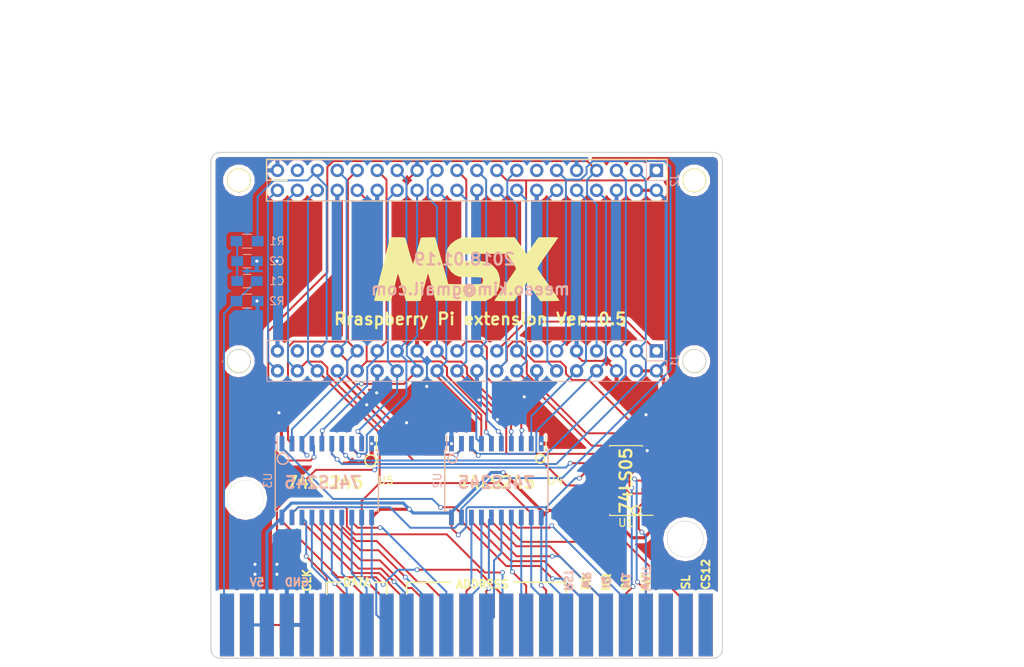
<source format=kicad_pcb>
(kicad_pcb (version 4) (host pcbnew 4.0.7)

  (general
    (links 149)
    (no_connects 5)
    (area 124.867599 49.581999 190.155901 114.133701)
    (thickness 1.6)
    (drawings 55)
    (tracks 668)
    (zones 0)
    (modules 14)
    (nets 82)
  )

  (page A4)
  (layers
    (0 F.Cu mixed)
    (31 B.Cu mixed)
    (32 B.Adhes user)
    (33 F.Adhes user)
    (34 B.Paste user)
    (35 F.Paste user)
    (36 B.SilkS user)
    (37 F.SilkS user)
    (38 B.Mask user)
    (39 F.Mask user)
    (40 Dwgs.User user)
    (41 Cmts.User user)
    (42 Eco1.User user)
    (43 Eco2.User user)
    (44 Edge.Cuts user)
    (45 Margin user)
    (46 B.CrtYd user)
    (47 F.CrtYd user)
    (48 B.Fab user)
    (49 F.Fab user hide)
  )

  (setup
    (last_trace_width 0.25)
    (trace_clearance 0.2)
    (zone_clearance 0.508)
    (zone_45_only yes)
    (trace_min 0.2)
    (segment_width 0.2)
    (edge_width 0.15)
    (via_size 0.6)
    (via_drill 0.4)
    (via_min_size 0.4)
    (via_min_drill 0.3)
    (uvia_size 0.3)
    (uvia_drill 0.1)
    (uvias_allowed no)
    (uvia_min_size 0.2)
    (uvia_min_drill 0.1)
    (pcb_text_width 0.3)
    (pcb_text_size 1.5 1.5)
    (mod_edge_width 0.15)
    (mod_text_size 1 1)
    (mod_text_width 0.15)
    (pad_size 4.5 4.5)
    (pad_drill 4.5)
    (pad_to_mask_clearance 0.2)
    (aux_axis_origin 0 0)
    (visible_elements 7FFFFFFF)
    (pcbplotparams
      (layerselection 0x010f0_80000001)
      (usegerberextensions false)
      (excludeedgelayer true)
      (linewidth 0.100000)
      (plotframeref false)
      (viasonmask false)
      (mode 1)
      (useauxorigin false)
      (hpglpennumber 1)
      (hpglpenspeed 20)
      (hpglpendiameter 15)
      (hpglpenoverlay 2)
      (psnegative false)
      (psa4output false)
      (plotreference true)
      (plotvalue true)
      (plotinvisibletext false)
      (padsonsilk false)
      (subtractmaskfromsilk false)
      (outputformat 1)
      (mirror false)
      (drillshape 0)
      (scaleselection 1)
      (outputdirectory output))
  )

  (net 0 "")
  (net 1 GND)
  (net 2 +5V)
  (net 3 /RD3)
  (net 4 /RD4)
  (net 5 /RD6)
  (net 6 /RD7)
  (net 7 /RD0)
  (net 8 /RCLK)
  (net 9 /RD1)
  (net 10 /RD2)
  (net 11 /RD5)
  (net 12 /WAIT)
  (net 13 /INT)
  (net 14 /BUSDIR)
  (net 15 /IORQ)
  (net 16 /MREQ)
  (net 17 /WR)
  (net 18 /RD)
  (net 19 /RESET)
  (net 20 /A9)
  (net 21 /A15)
  (net 22 /A11)
  (net 23 /A10)
  (net 24 /A7)
  (net 25 /A6)
  (net 26 /A12)
  (net 27 /A8)
  (net 28 /A14)
  (net 29 /A13)
  (net 30 /A1)
  (net 31 /A0)
  (net 32 /A3)
  (net 33 /A2)
  (net 34 /A5)
  (net 35 /A4)
  (net 36 /D1)
  (net 37 /D0)
  (net 38 /D3)
  (net 39 /D2)
  (net 40 /D5)
  (net 41 /D4)
  (net 42 /D7)
  (net 43 /D6)
  (net 44 /CLK)
  (net 45 +3V3)
  (net 46 /RINT)
  (net 47 /RWAIT)
  (net 48 "Net-(P1-Pad5)")
  (net 49 "Net-(P1-Pad16)")
  (net 50 /RA8)
  (net 51 /RA10)
  (net 52 /RA11)
  (net 53 /RA15)
  (net 54 /LE_A)
  (net 55 /LE_B)
  (net 56 /RA12)
  (net 57 /RA9)
  (net 58 /RA13)
  (net 59 /RA14)
  (net 60 /RBUSDIR)
  (net 61 "Net-(J1-Pad13)")
  (net 62 "Net-(J1-Pad37)")
  (net 63 "Net-(P1-Pad1)")
  (net 64 "Net-(P1-Pad2)")
  (net 65 "Net-(P1-Pad3)")
  (net 66 /SLTSL)
  (net 67 "Net-(P1-Pad6)")
  (net 68 "Net-(P1-Pad44)")
  (net 69 "Net-(P1-Pad48)")
  (net 70 "Net-(P1-Pad50)")
  (net 71 "Net-(U4-Pad2)")
  (net 72 "Net-(U4-Pad18)")
  (net 73 /RRESET)
  (net 74 /M1)
  (net 75 "Net-(J2-Pad13)")
  (net 76 "Net-(J2-Pad37)")
  (net 77 /SOUNDIN)
  (net 78 "Net-(C1-Pad1)")
  (net 79 /BCK)
  (net 80 /LRCK)
  (net 81 /DOUT)

  (net_class Default "This is the default net class."
    (clearance 0.2)
    (trace_width 0.25)
    (via_dia 0.6)
    (via_drill 0.4)
    (uvia_dia 0.3)
    (uvia_drill 0.1)
    (add_net +3V3)
    (add_net /A0)
    (add_net /A1)
    (add_net /A10)
    (add_net /A11)
    (add_net /A12)
    (add_net /A13)
    (add_net /A14)
    (add_net /A15)
    (add_net /A2)
    (add_net /A3)
    (add_net /A4)
    (add_net /A5)
    (add_net /A6)
    (add_net /A7)
    (add_net /A8)
    (add_net /A9)
    (add_net /BCK)
    (add_net /BUSDIR)
    (add_net /CLK)
    (add_net /D0)
    (add_net /D1)
    (add_net /D2)
    (add_net /D3)
    (add_net /D4)
    (add_net /D5)
    (add_net /D6)
    (add_net /D7)
    (add_net /DOUT)
    (add_net /INT)
    (add_net /IORQ)
    (add_net /LE_A)
    (add_net /LE_B)
    (add_net /LRCK)
    (add_net /M1)
    (add_net /MREQ)
    (add_net /RA10)
    (add_net /RA11)
    (add_net /RA12)
    (add_net /RA13)
    (add_net /RA14)
    (add_net /RA15)
    (add_net /RA8)
    (add_net /RA9)
    (add_net /RBUSDIR)
    (add_net /RCLK)
    (add_net /RD)
    (add_net /RD0)
    (add_net /RD1)
    (add_net /RD2)
    (add_net /RD3)
    (add_net /RD4)
    (add_net /RD5)
    (add_net /RD6)
    (add_net /RD7)
    (add_net /RESET)
    (add_net /RINT)
    (add_net /RRESET)
    (add_net /RWAIT)
    (add_net /SLTSL)
    (add_net /SOUNDIN)
    (add_net /WAIT)
    (add_net /WR)
    (add_net GND)
    (add_net "Net-(C1-Pad1)")
    (add_net "Net-(J1-Pad13)")
    (add_net "Net-(J1-Pad37)")
    (add_net "Net-(J2-Pad13)")
    (add_net "Net-(J2-Pad37)")
    (add_net "Net-(P1-Pad1)")
    (add_net "Net-(P1-Pad16)")
    (add_net "Net-(P1-Pad2)")
    (add_net "Net-(P1-Pad3)")
    (add_net "Net-(P1-Pad44)")
    (add_net "Net-(P1-Pad48)")
    (add_net "Net-(P1-Pad5)")
    (add_net "Net-(P1-Pad50)")
    (add_net "Net-(P1-Pad6)")
    (add_net "Net-(U4-Pad18)")
    (add_net "Net-(U4-Pad2)")
  )

  (net_class 5V ""
    (clearance 0.2)
    (trace_width 0.4)
    (via_dia 0.6)
    (via_drill 0.4)
    (uvia_dia 0.3)
    (uvia_drill 0.1)
    (add_net +5V)
  )

  (module MSX:card_edge_connector (layer F.Cu) (tedit 5A63EC96) (tstamp 5A44D15A)
    (at 156.21 106.68)
    (path /5A3E9812)
    (fp_text reference "" (at -1.016 -4.826) (layer F.SilkS)
      (effects (font (size 1 1) (thickness 0.15)))
    )
    (fp_text value CONN_02X25 (at 1.25984 -0.66256) (layer F.Fab)
      (effects (font (size 1 1) (thickness 0.15)))
    )
    (fp_arc (start -30.268375 7.356852) (end -31.268375 7.356852) (angle -90.00000001) (layer Dwgs.User) (width 0.1))
    (fp_arc (start 32.846865 7.356852) (end 32.846865 8.356852) (angle -90) (layer Dwgs.User) (width 0.1))
    (fp_circle (center -26.873455 -12.985388) (end -25.523455 -12.985388) (layer Dwgs.User) (width 0.1))
    (fp_circle (center 29.126545 -7.785388) (end 30.476545 -7.785388) (layer Dwgs.User) (width 0.1))
    (fp_circle (center -26.873455 -12.985388) (end -24.623455 -12.985388) (layer Dwgs.User) (width 0.1))
    (fp_circle (center 29.126545 -7.785388) (end 31.376545 -7.785388) (layer Dwgs.User) (width 0.1))
    (fp_line (start 47.626545 -2.785388) (end 47.626545 -56.985388) (layer Dwgs.User) (width 0.1))
    (fp_line (start 33.836705 7.262872) (end 33.836705 -2.737128) (layer Dwgs.User) (width 0.1))
    (fp_line (start 47.626545 -56.985388) (end -55.073455 -56.985388) (layer Dwgs.User) (width 0.1))
    (fp_line (start -55.073455 -13.785388) (end -43.573455 -13.785388) (layer Dwgs.User) (width 0.1))
    (fp_line (start 33.826545 -2.785388) (end 47.626545 -2.785388) (layer Dwgs.User) (width 0.1))
    (fp_line (start -43.573455 -2.785388) (end -31.273455 -2.785388) (layer Dwgs.User) (width 0.1))
    (fp_line (start -31.268375 -2.724428) (end -31.268375 7.275572) (layer Dwgs.User) (width 0.1))
    (fp_line (start -30.253135 8.356852) (end 32.846865 8.356852) (layer Dwgs.User) (width 0.1))
    (fp_line (start -43.573455 -13.785388) (end -43.573455 -2.785388) (layer Dwgs.User) (width 0.1))
    (fp_line (start -55.073455 -56.985388) (end -55.073455 -13.785388) (layer Dwgs.User) (width 0.1))
    (fp_line (start -55.073455 -56.985388) (end -55.073455 -13.785388) (layer Dwgs.User) (width 0.1))
    (fp_line (start -43.573455 -13.785388) (end -43.573455 -2.785388) (layer Dwgs.User) (width 0.1))
    (fp_line (start -30.253135 8.356852) (end 32.846865 8.356852) (layer Dwgs.User) (width 0.1))
    (fp_line (start -31.273455 -2.785388) (end -31.273455 7.214612) (layer Dwgs.User) (width 0.1))
    (fp_line (start -43.573455 -2.785388) (end -31.273455 -2.785388) (layer Dwgs.User) (width 0.1))
    (fp_line (start 33.826545 -2.785388) (end 47.626545 -2.785388) (layer Dwgs.User) (width 0.1))
    (fp_line (start -55.073455 -13.785388) (end -43.573455 -13.785388) (layer Dwgs.User) (width 0.1))
    (fp_line (start 47.626545 -56.985388) (end -55.073455 -56.985388) (layer Dwgs.User) (width 0.1))
    (fp_line (start 47.626545 -2.785388) (end 47.626545 -56.985388) (layer Dwgs.User) (width 0.1))
    (fp_circle (center 29.126545 -7.785388) (end 31.376545 -7.785388) (layer Dwgs.User) (width 0.1))
    (fp_circle (center -26.873455 -12.985388) (end -24.623455 -12.985388) (layer Dwgs.User) (width 0.1))
    (fp_circle (center 29.126545 -7.785388) (end 30.476545 -7.785388) (layer Dwgs.User) (width 0.1))
    (fp_circle (center -26.873455 -12.985388) (end -25.523455 -12.985388) (layer Dwgs.User) (width 0.1))
    (fp_arc (start 32.846865 7.356852) (end 32.846865 8.356852) (angle -90) (layer Dwgs.User) (width 0.1))
    (pad "" np_thru_hole circle (at 29.12364 -7.78256) (size 4.5 4.5) (drill 4.5) (layers *.Cu *.Mask F.SilkS)
      (clearance 1))
    (pad 1 connect rect (at 31.73984 3.14744) (size 1.8 8) (layers B.Cu B.Mask)
      (net 63 "Net-(P1-Pad1)"))
    (pad 2 connect rect (at 31.73984 3.14744) (size 1.8 8) (layers F.Cu F.Mask)
      (net 64 "Net-(P1-Pad2)"))
    (pad 3 connect rect (at 29.19984 3.14744) (size 1.8 8) (layers B.Cu B.Mask)
      (net 65 "Net-(P1-Pad3)"))
    (pad 4 connect rect (at 29.19984 3.14744) (size 1.8 8) (layers F.Cu F.Mask)
      (net 66 /SLTSL))
    (pad 5 connect rect (at 26.65984 3.14744) (size 1.8 8) (layers B.Cu B.Mask)
      (net 48 "Net-(P1-Pad5)"))
    (pad 6 connect rect (at 26.65984 3.14744) (size 1.8 8) (layers F.Cu F.Mask)
      (net 67 "Net-(P1-Pad6)"))
    (pad 7 connect rect (at 24.11984 3.14744) (size 1.8 8) (layers B.Cu B.Mask)
      (net 12 /WAIT))
    (pad 8 connect rect (at 24.11984 3.14744) (size 1.8 8) (layers F.Cu F.Mask)
      (net 13 /INT))
    (pad 9 connect rect (at 21.57984 3.14744) (size 1.8 8) (layers B.Cu B.Mask)
      (net 74 /M1))
    (pad 10 connect rect (at 21.57984 3.14744) (size 1.8 8) (layers F.Cu F.Mask)
      (net 14 /BUSDIR))
    (pad 11 connect rect (at 19.03984 3.14744) (size 1.8 8) (layers B.Cu B.Mask)
      (net 15 /IORQ))
    (pad 12 connect rect (at 19.03984 3.14744) (size 1.8 8) (layers F.Cu F.Mask)
      (net 16 /MREQ))
    (pad 13 connect rect (at 16.49984 3.14744) (size 1.8 8) (layers B.Cu B.Mask)
      (net 17 /WR))
    (pad 14 connect rect (at 16.49984 3.14744) (size 1.8 8) (layers F.Cu F.Mask)
      (net 18 /RD))
    (pad 15 connect rect (at 13.95984 3.14744) (size 1.8 8) (layers B.Cu B.Mask)
      (net 19 /RESET))
    (pad 16 connect rect (at 13.95984 3.14744) (size 1.8 8) (layers F.Cu F.Mask)
      (net 49 "Net-(P1-Pad16)"))
    (pad 17 connect rect (at 11.41984 3.14744) (size 1.8 8) (layers B.Cu B.Mask)
      (net 20 /A9))
    (pad 18 connect rect (at 11.41984 3.14744) (size 1.8 8) (layers F.Cu F.Mask)
      (net 21 /A15))
    (pad 19 connect rect (at 8.87984 3.14744) (size 1.8 8) (layers B.Cu B.Mask)
      (net 22 /A11))
    (pad 20 connect rect (at 8.87984 3.14744) (size 1.8 8) (layers F.Cu F.Mask)
      (net 23 /A10))
    (pad 21 connect rect (at 6.33984 3.14744) (size 1.8 8) (layers B.Cu B.Mask)
      (net 24 /A7))
    (pad 22 connect rect (at 6.33984 3.14744) (size 1.8 8) (layers F.Cu F.Mask)
      (net 25 /A6))
    (pad 23 connect rect (at 3.79984 3.14744) (size 1.8 8) (layers B.Cu B.Mask)
      (net 26 /A12))
    (pad 24 connect rect (at 3.79984 3.14744) (size 1.8 8) (layers F.Cu F.Mask)
      (net 27 /A8))
    (pad 25 connect rect (at 1.25984 3.14744) (size 1.8 8) (layers B.Cu B.Mask)
      (net 28 /A14))
    (pad 26 connect rect (at 1.25984 3.14744) (size 1.8 8) (layers F.Cu F.Mask)
      (net 29 /A13))
    (pad 27 connect rect (at -1.28016 3.14744) (size 1.8 8) (layers B.Cu B.Mask)
      (net 30 /A1))
    (pad 28 connect rect (at -1.28016 3.14744) (size 1.8 8) (layers F.Cu F.Mask)
      (net 31 /A0))
    (pad 29 connect rect (at -3.82016 3.14744) (size 1.8 8) (layers B.Cu B.Mask)
      (net 32 /A3))
    (pad 30 connect rect (at -3.82016 3.14744) (size 1.8 8) (layers F.Cu F.Mask)
      (net 33 /A2))
    (pad 31 connect rect (at -6.36016 3.14744) (size 1.8 8) (layers B.Cu B.Mask)
      (net 34 /A5))
    (pad 32 connect rect (at -6.36016 3.14744) (size 1.8 8) (layers F.Cu F.Mask)
      (net 35 /A4))
    (pad 33 connect rect (at -8.90016 3.14744) (size 1.8 8) (layers B.Cu B.Mask)
      (net 36 /D1))
    (pad 34 connect rect (at -8.90016 3.14744) (size 1.8 8) (layers F.Cu F.Mask)
      (net 37 /D0))
    (pad 35 connect rect (at -11.44016 3.14744) (size 1.8 8) (layers B.Cu B.Mask)
      (net 38 /D3))
    (pad 36 connect rect (at -11.44016 3.14744) (size 1.8 8) (layers F.Cu F.Mask)
      (net 39 /D2))
    (pad 37 connect rect (at -13.98016 3.14744) (size 1.8 8) (layers B.Cu B.Mask)
      (net 40 /D5))
    (pad 38 connect rect (at -13.98016 3.14744) (size 1.8 8) (layers F.Cu F.Mask)
      (net 41 /D4))
    (pad 39 connect rect (at -16.52016 3.14744) (size 1.8 8) (layers B.Cu B.Mask)
      (net 42 /D7))
    (pad 40 connect rect (at -16.52016 3.14744) (size 1.8 8) (layers F.Cu F.Mask)
      (net 43 /D6))
    (pad 41 connect rect (at -19.06016 3.14744) (size 1.8 8) (layers B.Cu B.Mask)
      (net 1 GND))
    (pad 42 connect rect (at -19.06016 3.14744) (size 1.8 8) (layers F.Cu F.Mask)
      (net 44 /CLK))
    (pad 43 connect rect (at -21.60016 3.14744) (size 1.8 8) (layers B.Cu B.Mask)
      (net 1 GND))
    (pad 44 connect rect (at -21.60524 2.65468) (size 1.8 7) (layers F.Cu F.Mask)
      (net 68 "Net-(P1-Pad44)"))
    (pad 45 connect rect (at -24.14016 3.14744) (size 1.8 8) (layers B.Cu B.Mask)
      (net 2 +5V))
    (pad 46 connect rect (at -24.14016 3.14744) (size 1.8 8) (layers F.Cu F.Mask)
      (net 68 "Net-(P1-Pad44)"))
    (pad 47 connect rect (at -26.68016 3.14744) (size 1.8 8) (layers B.Cu B.Mask)
      (net 2 +5V))
    (pad 48 connect rect (at -26.68016 3.14744) (size 1.8 8) (layers F.Cu F.Mask)
      (net 69 "Net-(P1-Pad48)"))
    (pad 49 connect rect (at -29.22016 3.14744) (size 1.8 8) (layers B.Cu B.Mask)
      (net 77 /SOUNDIN))
    (pad 50 connect rect (at -29.22016 3.14744) (size 1.8 8) (layers F.Cu F.Mask)
      (net 70 "Net-(P1-Pad50)"))
    (pad "" np_thru_hole circle (at -26.87574 -12.98448) (size 4.5 4.5) (drill 4.5) (layers *.Cu *.Mask F.SilkS)
      (clearance 1))
  )

  (module Housings_SOIC:SOIC-20W_7.5x12.8mm_Pitch1.27mm (layer B.Cu) (tedit 58CC8F64) (tstamp 5A452E7B)
    (at 161.29 91.44 270)
    (descr "20-Lead Plastic Small Outline (SO) - Wide, 7.50 mm Body [SOIC] (see Microchip Packaging Specification 00000049BS.pdf)")
    (tags "SOIC 1.27")
    (path /5A44D22E)
    (attr smd)
    (fp_text reference U2 (at 0 7.5 270) (layer B.SilkS)
      (effects (font (size 1 1) (thickness 0.15)) (justify mirror))
    )
    (fp_text value 74LS245 (at 0 -7.5 270) (layer B.Fab)
      (effects (font (size 1 1) (thickness 0.15)) (justify mirror))
    )
    (fp_text user %R (at 0 -0.254 270) (layer B.Fab)
      (effects (font (size 1 1) (thickness 0.15)) (justify mirror))
    )
    (fp_line (start -2.75 6.4) (end 3.75 6.4) (layer B.Fab) (width 0.15))
    (fp_line (start 3.75 6.4) (end 3.75 -6.4) (layer B.Fab) (width 0.15))
    (fp_line (start 3.75 -6.4) (end -3.75 -6.4) (layer B.Fab) (width 0.15))
    (fp_line (start -3.75 -6.4) (end -3.75 5.4) (layer B.Fab) (width 0.15))
    (fp_line (start -3.75 5.4) (end -2.75 6.4) (layer B.Fab) (width 0.15))
    (fp_line (start -5.95 6.75) (end -5.95 -6.75) (layer B.CrtYd) (width 0.05))
    (fp_line (start 5.95 6.75) (end 5.95 -6.75) (layer B.CrtYd) (width 0.05))
    (fp_line (start -5.95 6.75) (end 5.95 6.75) (layer B.CrtYd) (width 0.05))
    (fp_line (start -5.95 -6.75) (end 5.95 -6.75) (layer B.CrtYd) (width 0.05))
    (fp_line (start -3.875 6.575) (end -3.875 6.325) (layer B.SilkS) (width 0.15))
    (fp_line (start 3.875 6.575) (end 3.875 6.24) (layer B.SilkS) (width 0.15))
    (fp_line (start 3.875 -6.575) (end 3.875 -6.24) (layer B.SilkS) (width 0.15))
    (fp_line (start -3.875 -6.575) (end -3.875 -6.24) (layer B.SilkS) (width 0.15))
    (fp_line (start -3.875 6.575) (end 3.875 6.575) (layer B.SilkS) (width 0.15))
    (fp_line (start -3.875 -6.575) (end 3.875 -6.575) (layer B.SilkS) (width 0.15))
    (fp_line (start -3.875 6.325) (end -5.675 6.325) (layer B.SilkS) (width 0.15))
    (pad 1 smd rect (at -4.7 5.715 270) (size 1.95 0.6) (layers B.Cu B.Paste B.Mask)
      (net 1 GND))
    (pad 2 smd rect (at -4.7 4.445 270) (size 1.95 0.6) (layers B.Cu B.Paste B.Mask)
      (net 58 /RA13))
    (pad 3 smd rect (at -4.7 3.175 270) (size 1.95 0.6) (layers B.Cu B.Paste B.Mask)
      (net 59 /RA14))
    (pad 4 smd rect (at -4.7 1.905 270) (size 1.95 0.6) (layers B.Cu B.Paste B.Mask)
      (net 50 /RA8))
    (pad 5 smd rect (at -4.7 0.635 270) (size 1.95 0.6) (layers B.Cu B.Paste B.Mask)
      (net 56 /RA12))
    (pad 6 smd rect (at -4.7 -0.635 270) (size 1.95 0.6) (layers B.Cu B.Paste B.Mask)
      (net 51 /RA10))
    (pad 7 smd rect (at -4.7 -1.905 270) (size 1.95 0.6) (layers B.Cu B.Paste B.Mask)
      (net 52 /RA11))
    (pad 8 smd rect (at -4.7 -3.175 270) (size 1.95 0.6) (layers B.Cu B.Paste B.Mask)
      (net 57 /RA9))
    (pad 9 smd rect (at -4.7 -4.445 270) (size 1.95 0.6) (layers B.Cu B.Paste B.Mask)
      (net 53 /RA15))
    (pad 10 smd rect (at -4.7 -5.715 270) (size 1.95 0.6) (layers B.Cu B.Paste B.Mask)
      (net 1 GND))
    (pad 11 smd rect (at 4.7 -5.715 270) (size 1.95 0.6) (layers B.Cu B.Paste B.Mask)
      (net 21 /A15))
    (pad 12 smd rect (at 4.7 -4.445 270) (size 1.95 0.6) (layers B.Cu B.Paste B.Mask)
      (net 20 /A9))
    (pad 13 smd rect (at 4.7 -3.175 270) (size 1.95 0.6) (layers B.Cu B.Paste B.Mask)
      (net 22 /A11))
    (pad 14 smd rect (at 4.7 -1.905 270) (size 1.95 0.6) (layers B.Cu B.Paste B.Mask)
      (net 23 /A10))
    (pad 15 smd rect (at 4.7 -0.635 270) (size 1.95 0.6) (layers B.Cu B.Paste B.Mask)
      (net 26 /A12))
    (pad 16 smd rect (at 4.7 0.635 270) (size 1.95 0.6) (layers B.Cu B.Paste B.Mask)
      (net 27 /A8))
    (pad 17 smd rect (at 4.7 1.905 270) (size 1.95 0.6) (layers B.Cu B.Paste B.Mask)
      (net 28 /A14))
    (pad 18 smd rect (at 4.7 3.175 270) (size 1.95 0.6) (layers B.Cu B.Paste B.Mask)
      (net 29 /A13))
    (pad 19 smd rect (at 4.7 4.445 270) (size 1.95 0.6) (layers B.Cu B.Paste B.Mask)
      (net 55 /LE_B))
    (pad 20 smd rect (at 4.7 5.715 270) (size 1.95 0.6) (layers B.Cu B.Paste B.Mask)
      (net 2 +5V))
    (model ${KISYS3DMOD}/Housings_SOIC.3dshapes/SOIC-20W_7.5x12.8mm_Pitch1.27mm.wrl
      (at (xyz 0 0 0))
      (scale (xyz 1 1 1))
      (rotate (xyz 0 0 0))
    )
  )

  (module Housings_SOIC:SOIC-20W_7.5x12.8mm_Pitch1.27mm (layer B.Cu) (tedit 58CC8F64) (tstamp 5A452EA4)
    (at 139.7 91.44 270)
    (descr "20-Lead Plastic Small Outline (SO) - Wide, 7.50 mm Body [SOIC] (see Microchip Packaging Specification 00000049BS.pdf)")
    (tags "SOIC 1.27")
    (path /5A3E9A23)
    (attr smd)
    (fp_text reference U3 (at 0 7.5 270) (layer B.SilkS)
      (effects (font (size 1 1) (thickness 0.15)) (justify mirror))
    )
    (fp_text value 74LS245 (at 0 -7.5 270) (layer B.Fab)
      (effects (font (size 1 1) (thickness 0.15)) (justify mirror))
    )
    (fp_text user %R (at -3.81 -1.27 270) (layer B.Fab)
      (effects (font (size 1 1) (thickness 0.15)) (justify mirror))
    )
    (fp_line (start -2.75 6.4) (end 3.75 6.4) (layer B.Fab) (width 0.15))
    (fp_line (start 3.75 6.4) (end 3.75 -6.4) (layer B.Fab) (width 0.15))
    (fp_line (start 3.75 -6.4) (end -3.75 -6.4) (layer B.Fab) (width 0.15))
    (fp_line (start -3.75 -6.4) (end -3.75 5.4) (layer B.Fab) (width 0.15))
    (fp_line (start -3.75 5.4) (end -2.75 6.4) (layer B.Fab) (width 0.15))
    (fp_line (start -5.95 6.75) (end -5.95 -6.75) (layer B.CrtYd) (width 0.05))
    (fp_line (start 5.95 6.75) (end 5.95 -6.75) (layer B.CrtYd) (width 0.05))
    (fp_line (start -5.95 6.75) (end 5.95 6.75) (layer B.CrtYd) (width 0.05))
    (fp_line (start -5.95 -6.75) (end 5.95 -6.75) (layer B.CrtYd) (width 0.05))
    (fp_line (start -3.875 6.575) (end -3.875 6.325) (layer B.SilkS) (width 0.15))
    (fp_line (start 3.875 6.575) (end 3.875 6.24) (layer B.SilkS) (width 0.15))
    (fp_line (start 3.875 -6.575) (end 3.875 -6.24) (layer B.SilkS) (width 0.15))
    (fp_line (start -3.875 -6.575) (end -3.875 -6.24) (layer B.SilkS) (width 0.15))
    (fp_line (start -3.875 6.575) (end 3.875 6.575) (layer B.SilkS) (width 0.15))
    (fp_line (start -3.875 -6.575) (end 3.875 -6.575) (layer B.SilkS) (width 0.15))
    (fp_line (start -3.875 6.325) (end -5.675 6.325) (layer B.SilkS) (width 0.15))
    (pad 1 smd rect (at -4.7 5.715 270) (size 1.95 0.6) (layers B.Cu B.Paste B.Mask)
      (net 17 /WR))
    (pad 2 smd rect (at -4.7 4.445 270) (size 1.95 0.6) (layers B.Cu B.Paste B.Mask)
      (net 5 /RD6))
    (pad 3 smd rect (at -4.7 3.175 270) (size 1.95 0.6) (layers B.Cu B.Paste B.Mask)
      (net 6 /RD7))
    (pad 4 smd rect (at -4.7 1.905 270) (size 1.95 0.6) (layers B.Cu B.Paste B.Mask)
      (net 4 /RD4))
    (pad 5 smd rect (at -4.7 0.635 270) (size 1.95 0.6) (layers B.Cu B.Paste B.Mask)
      (net 11 /RD5))
    (pad 6 smd rect (at -4.7 -0.635 270) (size 1.95 0.6) (layers B.Cu B.Paste B.Mask)
      (net 10 /RD2))
    (pad 7 smd rect (at -4.7 -1.905 270) (size 1.95 0.6) (layers B.Cu B.Paste B.Mask)
      (net 3 /RD3))
    (pad 8 smd rect (at -4.7 -3.175 270) (size 1.95 0.6) (layers B.Cu B.Paste B.Mask)
      (net 7 /RD0))
    (pad 9 smd rect (at -4.7 -4.445 270) (size 1.95 0.6) (layers B.Cu B.Paste B.Mask)
      (net 9 /RD1))
    (pad 10 smd rect (at -4.7 -5.715 270) (size 1.95 0.6) (layers B.Cu B.Paste B.Mask)
      (net 1 GND))
    (pad 11 smd rect (at 4.7 -5.715 270) (size 1.95 0.6) (layers B.Cu B.Paste B.Mask)
      (net 36 /D1))
    (pad 12 smd rect (at 4.7 -4.445 270) (size 1.95 0.6) (layers B.Cu B.Paste B.Mask)
      (net 37 /D0))
    (pad 13 smd rect (at 4.7 -3.175 270) (size 1.95 0.6) (layers B.Cu B.Paste B.Mask)
      (net 38 /D3))
    (pad 14 smd rect (at 4.7 -1.905 270) (size 1.95 0.6) (layers B.Cu B.Paste B.Mask)
      (net 39 /D2))
    (pad 15 smd rect (at 4.7 -0.635 270) (size 1.95 0.6) (layers B.Cu B.Paste B.Mask)
      (net 40 /D5))
    (pad 16 smd rect (at 4.7 0.635 270) (size 1.95 0.6) (layers B.Cu B.Paste B.Mask)
      (net 41 /D4))
    (pad 17 smd rect (at 4.7 1.905 270) (size 1.95 0.6) (layers B.Cu B.Paste B.Mask)
      (net 42 /D7))
    (pad 18 smd rect (at 4.7 3.175 270) (size 1.95 0.6) (layers B.Cu B.Paste B.Mask)
      (net 43 /D6))
    (pad 19 smd rect (at 4.7 4.445 270) (size 1.95 0.6) (layers B.Cu B.Paste B.Mask)
      (net 55 /LE_B))
    (pad 20 smd rect (at 4.7 5.715 270) (size 1.95 0.6) (layers B.Cu B.Paste B.Mask)
      (net 2 +5V))
    (model ${KISYS3DMOD}/Housings_SOIC.3dshapes/SOIC-20W_7.5x12.8mm_Pitch1.27mm.wrl
      (at (xyz 0 0 0))
      (scale (xyz 1 1 1))
      (rotate (xyz 0 0 0))
    )
  )

  (module Housings_SOIC:SOIC-20W_7.5x12.8mm_Pitch1.27mm (layer F.Cu) (tedit 5A61D5F9) (tstamp 5A452ECD)
    (at 161.29 91.44 270)
    (descr "20-Lead Plastic Small Outline (SO) - Wide, 7.50 mm Body [SOIC] (see Microchip Packaging Specification 00000049BS.pdf)")
    (tags "SOIC 1.27")
    (path /5A432FE4)
    (attr smd)
    (fp_text reference U4 (at 0 -7.5 360) (layer F.SilkS)
      (effects (font (size 1 1) (thickness 0.15)))
    )
    (fp_text value 74LS245 (at 0 7.5 270) (layer F.Fab)
      (effects (font (size 1 1) (thickness 0.15)))
    )
    (fp_text user %R (at -0.0635 -1.0541 270) (layer F.Fab)
      (effects (font (size 1 1) (thickness 0.15)))
    )
    (fp_line (start -2.75 -6.4) (end 3.75 -6.4) (layer F.Fab) (width 0.15))
    (fp_line (start 3.75 -6.4) (end 3.75 6.4) (layer F.Fab) (width 0.15))
    (fp_line (start 3.75 6.4) (end -3.75 6.4) (layer F.Fab) (width 0.15))
    (fp_line (start -3.75 6.4) (end -3.75 -5.4) (layer F.Fab) (width 0.15))
    (fp_line (start -3.75 -5.4) (end -2.75 -6.4) (layer F.Fab) (width 0.15))
    (fp_line (start -5.95 -6.75) (end -5.95 6.75) (layer F.CrtYd) (width 0.05))
    (fp_line (start 5.95 -6.75) (end 5.95 6.75) (layer F.CrtYd) (width 0.05))
    (fp_line (start -5.95 -6.75) (end 5.95 -6.75) (layer F.CrtYd) (width 0.05))
    (fp_line (start -5.95 6.75) (end 5.95 6.75) (layer F.CrtYd) (width 0.05))
    (fp_line (start -3.875 -6.575) (end -3.875 -6.325) (layer F.SilkS) (width 0.15))
    (fp_line (start 3.875 -6.575) (end 3.875 -6.24) (layer F.SilkS) (width 0.15))
    (fp_line (start 3.875 6.575) (end 3.875 6.24) (layer F.SilkS) (width 0.15))
    (fp_line (start -3.875 6.575) (end -3.875 6.24) (layer F.SilkS) (width 0.15))
    (fp_line (start -3.875 -6.575) (end 3.875 -6.575) (layer F.SilkS) (width 0.15))
    (fp_line (start -3.875 6.575) (end 3.875 6.575) (layer F.SilkS) (width 0.15))
    (fp_line (start -3.875 -6.325) (end -5.675 -6.325) (layer F.SilkS) (width 0.15))
    (pad 1 smd rect (at -4.7 -5.715 270) (size 1.95 0.6) (layers F.Cu F.Paste F.Mask)
      (net 1 GND))
    (pad 2 smd rect (at -4.7 -4.445 270) (size 1.95 0.6) (layers F.Cu F.Paste F.Mask)
      (net 71 "Net-(U4-Pad2)"))
    (pad 3 smd rect (at -4.7 -3.175 270) (size 1.95 0.6) (layers F.Cu F.Paste F.Mask)
      (net 57 /RA9))
    (pad 4 smd rect (at -4.7 -1.905 270) (size 1.95 0.6) (layers F.Cu F.Paste F.Mask)
      (net 52 /RA11))
    (pad 5 smd rect (at -4.7 -0.635 270) (size 1.95 0.6) (layers F.Cu F.Paste F.Mask)
      (net 51 /RA10))
    (pad 6 smd rect (at -4.7 0.635 270) (size 1.95 0.6) (layers F.Cu F.Paste F.Mask)
      (net 56 /RA12))
    (pad 7 smd rect (at -4.7 1.905 270) (size 1.95 0.6) (layers F.Cu F.Paste F.Mask)
      (net 50 /RA8))
    (pad 8 smd rect (at -4.7 3.175 270) (size 1.95 0.6) (layers F.Cu F.Paste F.Mask)
      (net 59 /RA14))
    (pad 9 smd rect (at -4.7 4.445 270) (size 1.95 0.6) (layers F.Cu F.Paste F.Mask)
      (net 58 /RA13))
    (pad 10 smd rect (at -4.7 5.715 270) (size 1.95 0.6) (layers F.Cu F.Paste F.Mask)
      (net 1 GND))
    (pad 11 smd rect (at 4.7 5.715 270) (size 1.95 0.6) (layers F.Cu F.Paste F.Mask)
      (net 19 /RESET))
    (pad 12 smd rect (at 4.7 4.445 270) (size 1.95 0.6) (layers F.Cu F.Paste F.Mask)
      (net 17 /WR))
    (pad 13 smd rect (at 4.7 3.175 270) (size 1.95 0.6) (layers F.Cu F.Paste F.Mask)
      (net 18 /RD))
    (pad 14 smd rect (at 4.7 1.905 270) (size 1.95 0.6) (layers F.Cu F.Paste F.Mask)
      (net 15 /IORQ))
    (pad 15 smd rect (at 4.7 0.635 270) (size 1.95 0.6) (layers F.Cu F.Paste F.Mask)
      (net 16 /MREQ))
    (pad 16 smd rect (at 4.7 -0.635 270) (size 1.95 0.6) (layers F.Cu F.Paste F.Mask)
      (net 66 /SLTSL))
    (pad 17 smd rect (at 4.7 -1.905 270) (size 1.95 0.6) (layers F.Cu F.Paste F.Mask)
      (net 74 /M1))
    (pad 18 smd rect (at 4.7 -3.175 270) (size 1.95 0.6) (layers F.Cu F.Paste F.Mask)
      (net 72 "Net-(U4-Pad18)"))
    (pad 19 smd rect (at 4.7 -4.445 270) (size 1.95 0.6) (layers F.Cu F.Paste F.Mask)
      (net 54 /LE_A))
    (pad 20 smd rect (at 4.7 -5.715 270) (size 1.95 0.6) (layers F.Cu F.Paste F.Mask)
      (net 2 +5V))
    (model ${KISYS3DMOD}/Housings_SOIC.3dshapes/SOIC-20W_7.5x12.8mm_Pitch1.27mm.wrl
      (at (xyz 0 0 0))
      (scale (xyz 1 1 1))
      (rotate (xyz 0 0 0))
    )
  )

  (module Housings_SOIC:SOIC-20W_7.5x12.8mm_Pitch1.27mm (layer F.Cu) (tedit 5A61D5FD) (tstamp 5A452EF6)
    (at 139.7 91.44 270)
    (descr "20-Lead Plastic Small Outline (SO) - Wide, 7.50 mm Body [SOIC] (see Microchip Packaging Specification 00000049BS.pdf)")
    (tags "SOIC 1.27")
    (path /5A44D20E)
    (attr smd)
    (fp_text reference U5 (at 0 -7.5 360) (layer F.SilkS)
      (effects (font (size 1 1) (thickness 0.15)))
    )
    (fp_text value 74LS245 (at 0 7.5 270) (layer F.Fab)
      (effects (font (size 1 1) (thickness 0.15)))
    )
    (fp_text user %R (at 0 0 270) (layer F.Fab)
      (effects (font (size 1 1) (thickness 0.15)))
    )
    (fp_line (start -2.75 -6.4) (end 3.75 -6.4) (layer F.Fab) (width 0.15))
    (fp_line (start 3.75 -6.4) (end 3.75 6.4) (layer F.Fab) (width 0.15))
    (fp_line (start 3.75 6.4) (end -3.75 6.4) (layer F.Fab) (width 0.15))
    (fp_line (start -3.75 6.4) (end -3.75 -5.4) (layer F.Fab) (width 0.15))
    (fp_line (start -3.75 -5.4) (end -2.75 -6.4) (layer F.Fab) (width 0.15))
    (fp_line (start -5.95 -6.75) (end -5.95 6.75) (layer F.CrtYd) (width 0.05))
    (fp_line (start 5.95 -6.75) (end 5.95 6.75) (layer F.CrtYd) (width 0.05))
    (fp_line (start -5.95 -6.75) (end 5.95 -6.75) (layer F.CrtYd) (width 0.05))
    (fp_line (start -5.95 6.75) (end 5.95 6.75) (layer F.CrtYd) (width 0.05))
    (fp_line (start -3.875 -6.575) (end -3.875 -6.325) (layer F.SilkS) (width 0.15))
    (fp_line (start 3.875 -6.575) (end 3.875 -6.24) (layer F.SilkS) (width 0.15))
    (fp_line (start 3.875 6.575) (end 3.875 6.24) (layer F.SilkS) (width 0.15))
    (fp_line (start -3.875 6.575) (end -3.875 6.24) (layer F.SilkS) (width 0.15))
    (fp_line (start -3.875 -6.575) (end 3.875 -6.575) (layer F.SilkS) (width 0.15))
    (fp_line (start -3.875 6.575) (end 3.875 6.575) (layer F.SilkS) (width 0.15))
    (fp_line (start -3.875 -6.325) (end -5.675 -6.325) (layer F.SilkS) (width 0.15))
    (pad 1 smd rect (at -4.7 -5.715 270) (size 1.95 0.6) (layers F.Cu F.Paste F.Mask)
      (net 1 GND))
    (pad 2 smd rect (at -4.7 -4.445 270) (size 1.95 0.6) (layers F.Cu F.Paste F.Mask)
      (net 9 /RD1))
    (pad 3 smd rect (at -4.7 -3.175 270) (size 1.95 0.6) (layers F.Cu F.Paste F.Mask)
      (net 7 /RD0))
    (pad 4 smd rect (at -4.7 -1.905 270) (size 1.95 0.6) (layers F.Cu F.Paste F.Mask)
      (net 3 /RD3))
    (pad 5 smd rect (at -4.7 -0.635 270) (size 1.95 0.6) (layers F.Cu F.Paste F.Mask)
      (net 10 /RD2))
    (pad 6 smd rect (at -4.7 0.635 270) (size 1.95 0.6) (layers F.Cu F.Paste F.Mask)
      (net 11 /RD5))
    (pad 7 smd rect (at -4.7 1.905 270) (size 1.95 0.6) (layers F.Cu F.Paste F.Mask)
      (net 4 /RD4))
    (pad 8 smd rect (at -4.7 3.175 270) (size 1.95 0.6) (layers F.Cu F.Paste F.Mask)
      (net 6 /RD7))
    (pad 9 smd rect (at -4.7 4.445 270) (size 1.95 0.6) (layers F.Cu F.Paste F.Mask)
      (net 5 /RD6))
    (pad 10 smd rect (at -4.7 5.715 270) (size 1.95 0.6) (layers F.Cu F.Paste F.Mask)
      (net 1 GND))
    (pad 11 smd rect (at 4.7 5.715 270) (size 1.95 0.6) (layers F.Cu F.Paste F.Mask)
      (net 25 /A6))
    (pad 12 smd rect (at 4.7 4.445 270) (size 1.95 0.6) (layers F.Cu F.Paste F.Mask)
      (net 24 /A7))
    (pad 13 smd rect (at 4.7 3.175 270) (size 1.95 0.6) (layers F.Cu F.Paste F.Mask)
      (net 35 /A4))
    (pad 14 smd rect (at 4.7 1.905 270) (size 1.95 0.6) (layers F.Cu F.Paste F.Mask)
      (net 34 /A5))
    (pad 15 smd rect (at 4.7 0.635 270) (size 1.95 0.6) (layers F.Cu F.Paste F.Mask)
      (net 33 /A2))
    (pad 16 smd rect (at 4.7 -0.635 270) (size 1.95 0.6) (layers F.Cu F.Paste F.Mask)
      (net 32 /A3))
    (pad 17 smd rect (at 4.7 -1.905 270) (size 1.95 0.6) (layers F.Cu F.Paste F.Mask)
      (net 31 /A0))
    (pad 18 smd rect (at 4.7 -3.175 270) (size 1.95 0.6) (layers F.Cu F.Paste F.Mask)
      (net 30 /A1))
    (pad 19 smd rect (at 4.7 -4.445 270) (size 1.95 0.6) (layers F.Cu F.Paste F.Mask)
      (net 54 /LE_A))
    (pad 20 smd rect (at 4.7 -5.715 270) (size 1.95 0.6) (layers F.Cu F.Paste F.Mask)
      (net 2 +5V))
    (model ${KISYS3DMOD}/Housings_SOIC.3dshapes/SOIC-20W_7.5x12.8mm_Pitch1.27mm.wrl
      (at (xyz 0 0 0))
      (scale (xyz 1 1 1))
      (rotate (xyz 0 0 0))
    )
  )

  (module Housings_SOIC:SOIC-14_3.9x8.7mm_Pitch1.27mm (layer F.Cu) (tedit 58CC8F64) (tstamp 5A5A2EF0)
    (at 177.8 91.44 180)
    (descr "14-Lead Plastic Small Outline (SL) - Narrow, 3.90 mm Body [SOIC] (see Microchip Packaging Specification 00000049BS.pdf)")
    (tags "SOIC 1.27")
    (path /5A5A2AEA)
    (attr smd)
    (fp_text reference U1 (at 0 -5.375 180) (layer F.SilkS)
      (effects (font (size 1 1) (thickness 0.15)))
    )
    (fp_text value 74LS05 (at 0 5.375 180) (layer F.Fab)
      (effects (font (size 1 1) (thickness 0.15)))
    )
    (fp_text user %R (at 0 0 180) (layer F.Fab)
      (effects (font (size 0.9 0.9) (thickness 0.135)))
    )
    (fp_line (start -0.95 -4.35) (end 1.95 -4.35) (layer F.Fab) (width 0.15))
    (fp_line (start 1.95 -4.35) (end 1.95 4.35) (layer F.Fab) (width 0.15))
    (fp_line (start 1.95 4.35) (end -1.95 4.35) (layer F.Fab) (width 0.15))
    (fp_line (start -1.95 4.35) (end -1.95 -3.35) (layer F.Fab) (width 0.15))
    (fp_line (start -1.95 -3.35) (end -0.95 -4.35) (layer F.Fab) (width 0.15))
    (fp_line (start -3.7 -4.65) (end -3.7 4.65) (layer F.CrtYd) (width 0.05))
    (fp_line (start 3.7 -4.65) (end 3.7 4.65) (layer F.CrtYd) (width 0.05))
    (fp_line (start -3.7 -4.65) (end 3.7 -4.65) (layer F.CrtYd) (width 0.05))
    (fp_line (start -3.7 4.65) (end 3.7 4.65) (layer F.CrtYd) (width 0.05))
    (fp_line (start -2.075 -4.45) (end -2.075 -4.425) (layer F.SilkS) (width 0.15))
    (fp_line (start 2.075 -4.45) (end 2.075 -4.335) (layer F.SilkS) (width 0.15))
    (fp_line (start 2.075 4.45) (end 2.075 4.335) (layer F.SilkS) (width 0.15))
    (fp_line (start -2.075 4.45) (end -2.075 4.335) (layer F.SilkS) (width 0.15))
    (fp_line (start -2.075 -4.45) (end 2.075 -4.45) (layer F.SilkS) (width 0.15))
    (fp_line (start -2.075 4.45) (end 2.075 4.45) (layer F.SilkS) (width 0.15))
    (fp_line (start -2.075 -4.425) (end -3.45 -4.425) (layer F.SilkS) (width 0.15))
    (pad 1 smd rect (at -2.7 -3.81 180) (size 1.5 0.6) (layers F.Cu F.Paste F.Mask)
      (net 47 /RWAIT))
    (pad 2 smd rect (at -2.7 -2.54 180) (size 1.5 0.6) (layers F.Cu F.Paste F.Mask)
      (net 12 /WAIT))
    (pad 3 smd rect (at -2.7 -1.27 180) (size 1.5 0.6) (layers F.Cu F.Paste F.Mask)
      (net 46 /RINT))
    (pad 4 smd rect (at -2.7 0 180) (size 1.5 0.6) (layers F.Cu F.Paste F.Mask)
      (net 13 /INT))
    (pad 5 smd rect (at -2.7 1.27 180) (size 1.5 0.6) (layers F.Cu F.Paste F.Mask)
      (net 60 /RBUSDIR))
    (pad 6 smd rect (at -2.7 2.54 180) (size 1.5 0.6) (layers F.Cu F.Paste F.Mask)
      (net 14 /BUSDIR))
    (pad 7 smd rect (at -2.7 3.81 180) (size 1.5 0.6) (layers F.Cu F.Paste F.Mask)
      (net 1 GND))
    (pad 8 smd rect (at 2.7 3.81 180) (size 1.5 0.6) (layers F.Cu F.Paste F.Mask)
      (net 8 /RCLK))
    (pad 9 smd rect (at 2.7 2.54 180) (size 1.5 0.6) (layers F.Cu F.Paste F.Mask)
      (net 44 /CLK))
    (pad 10 smd rect (at 2.7 1.27 180) (size 1.5 0.6) (layers F.Cu F.Paste F.Mask)
      (net 19 /RESET))
    (pad 11 smd rect (at 2.7 0 180) (size 1.5 0.6) (layers F.Cu F.Paste F.Mask)
      (net 73 /RRESET))
    (pad 12 smd rect (at 2.7 -1.27 180) (size 1.5 0.6) (layers F.Cu F.Paste F.Mask))
    (pad 13 smd rect (at 2.7 -2.54 180) (size 1.5 0.6) (layers F.Cu F.Paste F.Mask))
    (pad 14 smd rect (at 2.7 -3.81 180) (size 1.5 0.6) (layers F.Cu F.Paste F.Mask)
      (net 2 +5V))
    (model ${KISYS3DMOD}/Housings_SOIC.3dshapes/SOIC-14_3.9x8.7mm_Pitch1.27mm.wrl
      (at (xyz 0 0 0))
      (scale (xyz 1 1 1))
      (rotate (xyz 0 0 0))
    )
  )

  (module Socket_Strips:Socket_Strip_Straight_2x20_Pitch2.54mm (layer B.Cu) (tedit 5A61A6DE) (tstamp 5A5C5059)
    (at 181.674 74.93 90)
    (descr "Through hole straight socket strip, 2x20, 2.54mm pitch, double rows")
    (tags "Through hole socket strip THT 2x20 2.54mm double row")
    (path /5A3E97D7)
    (fp_text reference J1 (at -1.27 2.33 90) (layer B.SilkS)
      (effects (font (size 1 1) (thickness 0.15)) (justify mirror))
    )
    (fp_text value RPi_GPIO (at -1.27 -50.59 90) (layer B.Fab)
      (effects (font (size 1 1) (thickness 0.15)) (justify mirror))
    )
    (fp_line (start -3.81 1.27) (end -3.81 -49.53) (layer B.Fab) (width 0.1))
    (fp_line (start -3.81 -49.53) (end 1.27 -49.53) (layer B.Fab) (width 0.1))
    (fp_line (start 1.27 -49.53) (end 1.27 1.27) (layer B.Fab) (width 0.1))
    (fp_line (start 1.27 1.27) (end -3.81 1.27) (layer B.Fab) (width 0.1))
    (fp_line (start 1.33 -1.27) (end 1.33 -49.59) (layer B.SilkS) (width 0.12))
    (fp_line (start 1.33 -49.59) (end -3.87 -49.59) (layer B.SilkS) (width 0.12))
    (fp_line (start -3.87 -49.59) (end -3.87 1.33) (layer B.SilkS) (width 0.12))
    (fp_line (start -3.87 1.33) (end -1.27 1.33) (layer B.SilkS) (width 0.12))
    (fp_line (start -1.27 1.33) (end -1.27 -1.27) (layer B.SilkS) (width 0.12))
    (fp_line (start -1.27 -1.27) (end 1.33 -1.27) (layer B.SilkS) (width 0.12))
    (fp_line (start 1.33 0) (end 1.33 1.33) (layer B.SilkS) (width 0.12))
    (fp_line (start 1.33 1.33) (end 0.06 1.33) (layer B.SilkS) (width 0.12))
    (fp_line (start -4.35 1.8) (end -4.35 -50.05) (layer B.CrtYd) (width 0.05))
    (fp_line (start -4.35 -50.05) (end 1.8 -50.05) (layer B.CrtYd) (width 0.05))
    (fp_line (start 1.8 -50.05) (end 1.8 1.8) (layer B.CrtYd) (width 0.05))
    (fp_line (start 1.8 1.8) (end -4.35 1.8) (layer B.CrtYd) (width 0.05))
    (fp_text user %R (at -1.27 2.33 90) (layer B.Fab)
      (effects (font (size 1 1) (thickness 0.15)) (justify mirror))
    )
    (pad 1 thru_hole rect (at 0 0 90) (size 1.7 1.7) (drill 1) (layers *.Cu *.Mask)
      (net 45 +3V3))
    (pad 2 thru_hole oval (at -2.54 0 90) (size 1.7 1.7) (drill 1) (layers *.Cu *.Mask)
      (net 2 +5V))
    (pad 3 thru_hole oval (at 0 -2.54 90) (size 1.7 1.7) (drill 1) (layers *.Cu *.Mask)
      (net 10 /RD2))
    (pad 4 thru_hole oval (at -2.54 -2.54 90) (size 1.7 1.7) (drill 1) (layers *.Cu *.Mask)
      (net 2 +5V))
    (pad 5 thru_hole oval (at 0 -5.08 90) (size 1.7 1.7) (drill 1) (layers *.Cu *.Mask)
      (net 3 /RD3))
    (pad 6 thru_hole oval (at -2.54 -5.08 90) (size 1.7 1.7) (drill 1) (layers *.Cu *.Mask)
      (net 1 GND))
    (pad 7 thru_hole oval (at 0 -7.62 90) (size 1.7 1.7) (drill 0.9) (layers *.Cu *.Mask)
      (net 4 /RD4))
    (pad 8 thru_hole oval (at -2.54 -7.62 90) (size 1.7 1.7) (drill 0.9) (layers *.Cu *.Mask)
      (net 59 /RA14))
    (pad 9 thru_hole oval (at 0 -10.16 90) (size 1.7 1.7) (drill 0.9) (layers *.Cu *.Mask)
      (net 1 GND))
    (pad 10 thru_hole oval (at -2.54 -10.16 90) (size 1.7 1.7) (drill 0.9) (layers *.Cu *.Mask)
      (net 53 /RA15))
    (pad 11 thru_hole oval (at 0 -12.7 90) (size 1.7 1.7) (drill 1) (layers *.Cu *.Mask)
      (net 55 /LE_B))
    (pad 12 thru_hole oval (at -2.54 -12.7 90) (size 1.7 1.7) (drill 0.9) (layers *.Cu *.Mask)
      (net 79 /BCK))
    (pad 13 thru_hole oval (at 0 -15.24 90) (size 1.7 1.7) (drill 0.9) (layers *.Cu *.Mask)
      (net 61 "Net-(J1-Pad13)"))
    (pad 14 thru_hole oval (at -2.54 -15.24 90) (size 1.7 1.7) (drill 0.9) (layers *.Cu *.Mask)
      (net 1 GND))
    (pad 15 thru_hole oval (at 0 -17.78 90) (size 1.7 1.7) (drill 0.9) (layers *.Cu *.Mask)
      (net 60 /RBUSDIR))
    (pad 16 thru_hole oval (at -2.54 -17.78 90) (size 1.7 1.7) (drill 0.9) (layers *.Cu *.Mask)
      (net 73 /RRESET))
    (pad 17 thru_hole oval (at 0 -20.32 90) (size 1.7 1.7) (drill 0.9) (layers *.Cu *.Mask)
      (net 45 +3V3))
    (pad 18 thru_hole oval (at -2.54 -20.32 90) (size 1.7 1.7) (drill 0.9) (layers *.Cu *.Mask)
      (net 47 /RWAIT))
    (pad 19 thru_hole oval (at 0 -22.86 90) (size 1.7 1.7) (drill 0.9) (layers *.Cu *.Mask)
      (net 51 /RA10))
    (pad 20 thru_hole oval (at -2.54 -22.86 90) (size 1.7 1.7) (drill 0.9) (layers *.Cu *.Mask)
      (net 1 GND))
    (pad 21 thru_hole oval (at 0 -25.4 90) (size 1.7 1.7) (drill 0.9) (layers *.Cu *.Mask)
      (net 57 /RA9))
    (pad 22 thru_hole oval (at -2.54 -25.4 90) (size 1.7 1.7) (drill 0.9) (layers *.Cu *.Mask)
      (net 8 /RCLK))
    (pad 23 thru_hole oval (at 0 -27.94 90) (size 1.7 1.7) (drill 0.9) (layers *.Cu *.Mask)
      (net 52 /RA11))
    (pad 24 thru_hole oval (at -2.54 -27.94 90) (size 1.7 1.7) (drill 0.9) (layers *.Cu *.Mask)
      (net 50 /RA8))
    (pad 25 thru_hole oval (at 0 -30.48 90) (size 1.7 1.7) (drill 0.9) (layers *.Cu *.Mask)
      (net 1 GND))
    (pad 26 thru_hole oval (at -2.54 -30.48 90) (size 1.7 1.7) (drill 0.9) (layers *.Cu *.Mask)
      (net 6 /RD7))
    (pad 27 thru_hole oval (at 0 -33.02 90) (size 1.7 1.7) (drill 0.9) (layers *.Cu *.Mask)
      (net 7 /RD0))
    (pad 28 thru_hole oval (at -2.54 -33.02 90) (size 1.7 1.7) (drill 0.9) (layers *.Cu *.Mask)
      (net 9 /RD1))
    (pad 29 thru_hole oval (at 0 -35.56 90) (size 1.7 1.7) (drill 0.9) (layers *.Cu *.Mask)
      (net 11 /RD5))
    (pad 30 thru_hole oval (at -2.54 -35.56 90) (size 1.7 1.7) (drill 0.9) (layers *.Cu *.Mask)
      (net 1 GND))
    (pad 31 thru_hole oval (at 0 -38.1 90) (size 1.7 1.7) (drill 0.9) (layers *.Cu *.Mask)
      (net 5 /RD6))
    (pad 32 thru_hole oval (at -2.54 -38.1 90) (size 1.7 1.7) (drill 0.9) (layers *.Cu *.Mask)
      (net 56 /RA12))
    (pad 33 thru_hole oval (at 0 -40.64 90) (size 1.7 1.7) (drill 0.9) (layers *.Cu *.Mask)
      (net 58 /RA13))
    (pad 34 thru_hole oval (at -2.54 -40.64 90) (size 1.7 1.7) (drill 0.9) (layers *.Cu *.Mask)
      (net 1 GND))
    (pad 35 thru_hole oval (at 0 -43.18 90) (size 1.7 1.7) (drill 0.9) (layers *.Cu *.Mask)
      (net 80 /LRCK))
    (pad 36 thru_hole oval (at -2.54 -43.18 90) (size 1.7 1.7) (drill 0.9) (layers *.Cu *.Mask)
      (net 54 /LE_A))
    (pad 37 thru_hole oval (at 0 -45.72 90) (size 1.7 1.7) (drill 0.9) (layers *.Cu *.Mask)
      (net 62 "Net-(J1-Pad37)"))
    (pad 38 thru_hole oval (at -2.54 -45.72 90) (size 1.7 1.7) (drill 0.9) (layers *.Cu *.Mask)
      (net 46 /RINT))
    (pad 39 thru_hole oval (at 0 -48.26 90) (size 1.7 1.7) (drill 0.9) (layers *.Cu *.Mask)
      (net 1 GND))
    (pad 40 thru_hole oval (at -2.54 -48.26 90) (size 1.7 1.7) (drill 0.9) (layers *.Cu *.Mask)
      (net 81 /DOUT))
    (model ${KISYS3DMOD}/Socket_Strips.3dshapes/Socket_Strip_Straight_2x20_Pitch2.54mm.wrl
      (at (xyz -0.05 -0.95 0))
      (scale (xyz 1 1 1))
      (rotate (xyz 0 0 270))
    )
  )

  (module Socket_Strips:Socket_Strip_Straight_2x20_Pitch2.54mm (layer B.Cu) (tedit 58CD544A) (tstamp 5A5C5F53)
    (at 181.674 51.943 90)
    (descr "Through hole straight socket strip, 2x20, 2.54mm pitch, double rows")
    (tags "Through hole socket strip THT 2x20 2.54mm double row")
    (path /5A5C5343)
    (fp_text reference J2 (at -1.27 2.33 90) (layer B.SilkS)
      (effects (font (size 1 1) (thickness 0.15)) (justify mirror))
    )
    (fp_text value RPi_GPIO (at -1.27 -50.59 90) (layer B.Fab)
      (effects (font (size 1 1) (thickness 0.15)) (justify mirror))
    )
    (fp_line (start -3.81 1.27) (end -3.81 -49.53) (layer B.Fab) (width 0.1))
    (fp_line (start -3.81 -49.53) (end 1.27 -49.53) (layer B.Fab) (width 0.1))
    (fp_line (start 1.27 -49.53) (end 1.27 1.27) (layer B.Fab) (width 0.1))
    (fp_line (start 1.27 1.27) (end -3.81 1.27) (layer B.Fab) (width 0.1))
    (fp_line (start 1.33 -1.27) (end 1.33 -49.59) (layer B.SilkS) (width 0.12))
    (fp_line (start 1.33 -49.59) (end -3.87 -49.59) (layer B.SilkS) (width 0.12))
    (fp_line (start -3.87 -49.59) (end -3.87 1.33) (layer B.SilkS) (width 0.12))
    (fp_line (start -3.87 1.33) (end -1.27 1.33) (layer B.SilkS) (width 0.12))
    (fp_line (start -1.27 1.33) (end -1.27 -1.27) (layer B.SilkS) (width 0.12))
    (fp_line (start -1.27 -1.27) (end 1.33 -1.27) (layer B.SilkS) (width 0.12))
    (fp_line (start 1.33 0) (end 1.33 1.33) (layer B.SilkS) (width 0.12))
    (fp_line (start 1.33 1.33) (end 0.06 1.33) (layer B.SilkS) (width 0.12))
    (fp_line (start -4.35 1.8) (end -4.35 -50.05) (layer B.CrtYd) (width 0.05))
    (fp_line (start -4.35 -50.05) (end 1.8 -50.05) (layer B.CrtYd) (width 0.05))
    (fp_line (start 1.8 -50.05) (end 1.8 1.8) (layer B.CrtYd) (width 0.05))
    (fp_line (start 1.8 1.8) (end -4.35 1.8) (layer B.CrtYd) (width 0.05))
    (fp_text user %R (at -1.27 2.33 90) (layer B.Fab)
      (effects (font (size 1 1) (thickness 0.15)) (justify mirror))
    )
    (pad 1 thru_hole rect (at 0 0 90) (size 1.7 1.7) (drill 1) (layers *.Cu *.Mask)
      (net 45 +3V3))
    (pad 2 thru_hole oval (at -2.54 0 90) (size 1.7 1.7) (drill 1) (layers *.Cu *.Mask)
      (net 2 +5V))
    (pad 3 thru_hole oval (at 0 -2.54 90) (size 1.7 1.7) (drill 1) (layers *.Cu *.Mask)
      (net 10 /RD2))
    (pad 4 thru_hole oval (at -2.54 -2.54 90) (size 1.7 1.7) (drill 1) (layers *.Cu *.Mask)
      (net 2 +5V))
    (pad 5 thru_hole oval (at 0 -5.08 90) (size 1.7 1.7) (drill 1) (layers *.Cu *.Mask)
      (net 3 /RD3))
    (pad 6 thru_hole oval (at -2.54 -5.08 90) (size 1.7 1.7) (drill 1) (layers *.Cu *.Mask)
      (net 1 GND))
    (pad 7 thru_hole oval (at 0 -7.62 90) (size 1.7 1.7) (drill 1) (layers *.Cu *.Mask)
      (net 4 /RD4))
    (pad 8 thru_hole oval (at -2.54 -7.62 90) (size 1.7 1.7) (drill 1) (layers *.Cu *.Mask)
      (net 59 /RA14))
    (pad 9 thru_hole oval (at 0 -10.16 90) (size 1.7 1.7) (drill 1) (layers *.Cu *.Mask)
      (net 1 GND))
    (pad 10 thru_hole oval (at -2.54 -10.16 90) (size 1.7 1.7) (drill 1) (layers *.Cu *.Mask)
      (net 53 /RA15))
    (pad 11 thru_hole oval (at 0 -12.7 90) (size 1.7 1.7) (drill 1) (layers *.Cu *.Mask)
      (net 55 /LE_B))
    (pad 12 thru_hole oval (at -2.54 -12.7 90) (size 1.7 1.7) (drill 1) (layers *.Cu *.Mask)
      (net 79 /BCK))
    (pad 13 thru_hole oval (at 0 -15.24 90) (size 1.7 1.7) (drill 1) (layers *.Cu *.Mask)
      (net 75 "Net-(J2-Pad13)"))
    (pad 14 thru_hole oval (at -2.54 -15.24 90) (size 1.7 1.7) (drill 1) (layers *.Cu *.Mask)
      (net 1 GND))
    (pad 15 thru_hole oval (at 0 -17.78 90) (size 1.7 1.7) (drill 1) (layers *.Cu *.Mask)
      (net 60 /RBUSDIR))
    (pad 16 thru_hole oval (at -2.54 -17.78 90) (size 1.7 1.7) (drill 1) (layers *.Cu *.Mask)
      (net 73 /RRESET))
    (pad 17 thru_hole oval (at 0 -20.32 90) (size 1.7 1.7) (drill 1) (layers *.Cu *.Mask)
      (net 45 +3V3))
    (pad 18 thru_hole oval (at -2.54 -20.32 90) (size 1.7 1.7) (drill 1) (layers *.Cu *.Mask)
      (net 47 /RWAIT))
    (pad 19 thru_hole oval (at 0 -22.86 90) (size 1.7 1.7) (drill 1) (layers *.Cu *.Mask)
      (net 51 /RA10))
    (pad 20 thru_hole oval (at -2.54 -22.86 90) (size 1.7 1.7) (drill 1) (layers *.Cu *.Mask)
      (net 1 GND))
    (pad 21 thru_hole oval (at 0 -25.4 90) (size 1.7 1.7) (drill 1) (layers *.Cu *.Mask)
      (net 57 /RA9))
    (pad 22 thru_hole oval (at -2.54 -25.4 90) (size 1.7 1.7) (drill 1) (layers *.Cu *.Mask)
      (net 8 /RCLK))
    (pad 23 thru_hole oval (at 0 -27.94 90) (size 1.7 1.7) (drill 1) (layers *.Cu *.Mask)
      (net 52 /RA11))
    (pad 24 thru_hole oval (at -2.54 -27.94 90) (size 1.7 1.7) (drill 1) (layers *.Cu *.Mask)
      (net 50 /RA8))
    (pad 25 thru_hole oval (at 0 -30.48 90) (size 1.7 1.7) (drill 1) (layers *.Cu *.Mask)
      (net 1 GND))
    (pad 26 thru_hole oval (at -2.54 -30.48 90) (size 1.7 1.7) (drill 1) (layers *.Cu *.Mask)
      (net 6 /RD7))
    (pad 27 thru_hole oval (at 0 -33.02 90) (size 1.7 1.7) (drill 1) (layers *.Cu *.Mask)
      (net 7 /RD0))
    (pad 28 thru_hole oval (at -2.54 -33.02 90) (size 1.7 1.7) (drill 1) (layers *.Cu *.Mask)
      (net 9 /RD1))
    (pad 29 thru_hole oval (at 0 -35.56 90) (size 1.7 1.7) (drill 1) (layers *.Cu *.Mask)
      (net 11 /RD5))
    (pad 30 thru_hole oval (at -2.54 -35.56 90) (size 1.7 1.7) (drill 1) (layers *.Cu *.Mask)
      (net 1 GND))
    (pad 31 thru_hole oval (at 0 -38.1 90) (size 1.7 1.7) (drill 1) (layers *.Cu *.Mask)
      (net 5 /RD6))
    (pad 32 thru_hole oval (at -2.54 -38.1 90) (size 1.7 1.7) (drill 1) (layers *.Cu *.Mask)
      (net 56 /RA12))
    (pad 33 thru_hole oval (at 0 -40.64 90) (size 1.7 1.7) (drill 1) (layers *.Cu *.Mask)
      (net 58 /RA13))
    (pad 34 thru_hole oval (at -2.54 -40.64 90) (size 1.7 1.7) (drill 1) (layers *.Cu *.Mask)
      (net 1 GND))
    (pad 35 thru_hole oval (at 0 -43.18 90) (size 1.7 1.7) (drill 1) (layers *.Cu *.Mask)
      (net 80 /LRCK))
    (pad 36 thru_hole oval (at -2.54 -43.18 90) (size 1.7 1.7) (drill 1) (layers *.Cu *.Mask)
      (net 54 /LE_A))
    (pad 37 thru_hole oval (at 0 -45.72 90) (size 1.7 1.7) (drill 1) (layers *.Cu *.Mask)
      (net 76 "Net-(J2-Pad37)"))
    (pad 38 thru_hole oval (at -2.54 -45.72 90) (size 1.7 1.7) (drill 1) (layers *.Cu *.Mask)
      (net 46 /RINT))
    (pad 39 thru_hole oval (at 0 -48.26 90) (size 1.7 1.7) (drill 1) (layers *.Cu *.Mask)
      (net 1 GND))
    (pad 40 thru_hole oval (at -2.54 -48.26 90) (size 1.7 1.7) (drill 1) (layers *.Cu *.Mask)
      (net 81 /DOUT))
    (model ${KISYS3DMOD}/Socket_Strips.3dshapes/Socket_Strip_Straight_2x20_Pitch2.54mm.wrl
      (at (xyz -0.05 -0.95 0))
      (scale (xyz 1 1 1))
      (rotate (xyz 0 0 270))
    )
  )

  (module MSX:msx-logo (layer F.Cu) (tedit 0) (tstamp 5A5C64E0)
    (at 157.48 64.516)
    (fp_text reference G*** (at 0 0) (layer F.SilkS) hide
      (effects (font (thickness 0.3)))
    )
    (fp_text value LOGO (at 0.75 0) (layer F.SilkS) hide
      (effects (font (thickness 0.3)))
    )
    (fp_poly (pts (xy -3.899174 -3.749324) (xy -3.85508 -3.59093) (xy -3.771351 -3.291787) (xy -3.654231 -2.874144)
      (xy -3.509967 -2.36025) (xy -3.344802 -1.772355) (xy -3.164982 -1.13271) (xy -3.060716 -0.762)
      (xy -2.310464 1.905) (xy -0.26349 1.927678) (xy 0.471141 1.931851) (xy 1.068303 1.926793)
      (xy 1.519934 1.912745) (xy 1.817973 1.889949) (xy 1.950075 1.861199) (xy 2.069021 1.714199)
      (xy 2.118502 1.486061) (xy 2.091865 1.252899) (xy 2.015067 1.1176) (xy 1.896559 1.072988)
      (xy 1.637726 1.041562) (xy 1.229326 1.022656) (xy 0.662116 1.015606) (xy 0.5969 1.015527)
      (xy 0.114553 1.009759) (xy -0.33222 0.994195) (xy -0.704747 0.970922) (xy -0.964358 0.942025)
      (xy -1.035028 0.927471) (xy -1.512793 0.709303) (xy -1.940293 0.34232) (xy -2.298003 -0.155773)
      (xy -2.363134 -0.276757) (xy -2.522464 -0.614118) (xy -2.610544 -0.89093) (xy -2.647548 -1.189176)
      (xy -2.653874 -1.458336) (xy -2.586479 -2.117244) (xy -2.377676 -2.686215) (xy -2.024204 -3.170198)
      (xy -1.522802 -3.574137) (xy -1.110827 -3.798557) (xy -0.635 -4.021667) (xy 2.751667 -4.043973)
      (xy 6.138334 -4.066278) (xy 6.900334 -3.003704) (xy 7.662334 -1.941131) (xy 7.847513 -2.171784)
      (xy 7.96979 -2.333253) (xy 8.160781 -2.596018) (xy 8.393064 -2.921981) (xy 8.609513 -3.230367)
      (xy 9.186334 -4.058297) (xy 10.435167 -4.061149) (xy 10.873192 -4.059212) (xy 11.244077 -4.051973)
      (xy 11.51831 -4.040451) (xy 11.66638 -4.025666) (xy 11.684 -4.018007) (xy 11.636861 -3.939696)
      (xy 11.503816 -3.741716) (xy 11.297425 -3.442159) (xy 11.030247 -3.059118) (xy 10.714843 -2.610685)
      (xy 10.363771 -2.114954) (xy 10.328042 -2.06468) (xy 9.949838 -1.526269) (xy 9.623284 -1.048615)
      (xy 9.358378 -0.647188) (xy 9.165121 -0.33746) (xy 9.053511 -0.134903) (xy 9.030823 -0.057506)
      (xy 9.093303 0.035317) (xy 9.240535 0.247804) (xy 9.459504 0.561361) (xy 9.737193 0.957398)
      (xy 10.060584 1.417321) (xy 10.41666 1.922539) (xy 10.471448 2.000176) (xy 10.8281 2.507277)
      (xy 11.150605 2.969285) (xy 11.426602 3.368213) (xy 11.643731 3.686075) (xy 11.789631 3.904884)
      (xy 11.851943 4.006655) (xy 11.853334 4.011009) (xy 11.773647 4.029798) (xy 11.554491 4.045655)
      (xy 11.225722 4.057286) (xy 10.817197 4.063393) (xy 10.633099 4.064) (xy 9.412864 4.063999)
      (xy 9.008537 3.4925) (xy 8.754915 3.136931) (xy 8.459341 2.726843) (xy 8.180638 2.343802)
      (xy 8.148343 2.299742) (xy 7.692475 1.678485) (xy 6.878693 2.871242) (xy 6.06491 4.064)
      (xy 4.810455 4.064) (xy 4.371377 4.061115) (xy 3.999373 4.053171) (xy 3.723892 4.041232)
      (xy 3.57438 4.026364) (xy 3.556 4.018626) (xy 3.602608 3.940149) (xy 3.734204 3.741184)
      (xy 3.938442 3.439812) (xy 4.202978 3.054109) (xy 4.51547 2.602156) (xy 4.863572 2.102031)
      (xy 4.911756 2.033047) (xy 5.266658 1.523269) (xy 5.59017 1.054986) (xy 5.869366 0.647195)
      (xy 6.091321 0.318893) (xy 6.24311 0.089077) (xy 6.311808 -0.023255) (xy 6.313703 -0.027532)
      (xy 6.285697 -0.14044) (xy 6.174814 -0.361507) (xy 5.997297 -0.6616) (xy 5.769392 -1.01159)
      (xy 5.74486 -1.047619) (xy 5.129826 -1.947334) (xy 2.401627 -1.947334) (xy 1.611373 -1.946729)
      (xy 0.974018 -1.943236) (xy 0.473126 -1.934338) (xy 0.092264 -1.917518) (xy -0.185003 -1.890258)
      (xy -0.37511 -1.850043) (xy -0.494492 -1.794355) (xy -0.559582 -1.720676) (xy -0.586815 -1.62649)
      (xy -0.592627 -1.509279) (xy -0.592667 -1.488742) (xy -0.574333 -1.321384) (xy -0.504888 -1.198166)
      (xy -0.362667 -1.112602) (xy -0.126007 -1.058206) (xy 0.226759 -1.028492) (xy 0.717293 -1.016975)
      (xy 0.986418 -1.016001) (xy 1.615503 -1.007617) (xy 2.107731 -0.977206) (xy 2.494988 -0.916879)
      (xy 2.809161 -0.818745) (xy 3.082134 -0.674916) (xy 3.345793 -0.477502) (xy 3.41955 -0.413964)
      (xy 3.852758 0.071396) (xy 4.134164 0.631548) (xy 4.264137 1.26733) (xy 4.273915 1.524)
      (xy 4.195152 2.192126) (xy 3.96871 2.788073) (xy 3.603575 3.297189) (xy 3.108731 3.704825)
      (xy 2.846924 3.85086) (xy 2.406996 4.066097) (xy -0.76102 4.043882) (xy -3.929037 4.021666)
      (xy -4.395225 2.268429) (xy -4.533542 1.754692) (xy -4.65838 1.303229) (xy -4.763061 0.937199)
      (xy -4.840906 0.679764) (xy -4.885238 0.554083) (xy -4.89196 0.545737) (xy -4.919161 0.629428)
      (xy -4.981989 0.847538) (xy -5.072509 1.170853) (xy -5.182787 1.570161) (xy -5.304888 2.016246)
      (xy -5.430877 2.479895) (xy -5.552818 2.931893) (xy -5.662778 3.343026) (xy -5.752821 3.68408)
      (xy -5.815013 3.925841) (xy -5.841418 4.039094) (xy -5.841808 4.042833) (xy -5.920846 4.051356)
      (xy -6.134956 4.058238) (xy -6.449877 4.062698) (xy -6.769333 4.064) (xy -7.696666 4.064)
      (xy -7.854628 3.534833) (xy -7.936035 3.255248) (xy -8.048397 2.860015) (xy -8.178256 2.396895)
      (xy -8.312157 1.913646) (xy -8.343623 1.799166) (xy -8.462558 1.376042) (xy -8.56864 1.017917)
      (xy -8.653001 0.75328) (xy -8.706771 0.610621) (xy -8.718828 0.593803) (xy -8.750884 0.672545)
      (xy -8.81542 0.892024) (xy -8.906011 1.228174) (xy -9.016232 1.656928) (xy -9.139657 2.154219)
      (xy -9.18224 2.32947) (xy -9.60148 4.064) (xy -10.694132 4.064) (xy -11.161457 4.060142)
      (xy -11.479367 4.047247) (xy -11.667635 4.023331) (xy -11.746031 3.98641) (xy -11.748918 3.958166)
      (xy -11.721138 3.857096) (xy -11.656128 3.608234) (xy -11.558078 3.227979) (xy -11.431182 2.732729)
      (xy -11.279632 2.13888) (xy -11.107618 1.462832) (xy -10.919334 0.720981) (xy -10.718971 -0.070274)
      (xy -10.709977 -0.105834) (xy -9.708901 -4.064) (xy -8.754823 -4.064) (xy -8.335497 -4.061087)
      (xy -8.05583 -4.049412) (xy -7.886203 -4.024572) (xy -7.796999 -3.982165) (xy -7.758599 -3.917789)
      (xy -7.758026 -3.915834) (xy -7.722821 -3.790901) (xy -7.650042 -3.530596) (xy -7.547438 -3.162703)
      (xy -7.422756 -2.715007) (xy -7.283744 -2.21529) (xy -7.270117 -2.166276) (xy -7.132384 -1.684158)
      (xy -7.007518 -1.272167) (xy -6.902902 -0.952642) (xy -6.825913 -0.747922) (xy -6.783934 -0.680347)
      (xy -6.780614 -0.68461) (xy -6.74403 -0.799953) (xy -6.668159 -1.050932) (xy -6.561024 -1.410593)
      (xy -6.430649 -1.851982) (xy -6.285057 -2.348146) (xy -6.266093 -2.413) (xy -5.795886 -4.021667)
      (xy -4.891633 -4.045657) (xy -3.987381 -4.069648) (xy -3.899174 -3.749324)) (layer F.SilkS) (width 0.01))
  )

  (module 8BIT:Raspberry_Pi_Zero_Layout (layer F.Cu) (tedit 5A5F5824) (tstamp 5A5F59F8)
    (at 125 79.713)
    (descr "Raspberry Pi Zero Hat Template")
    (tags "rpi Raspberry Pi hat zero")
    (fp_text reference REF** (at 32 -2) (layer F.SilkS) hide
      (effects (font (size 1 1) (thickness 0.15)))
    )
    (fp_text value Raspberry_Pi_Zero (at 32.5 -22.25) (layer F.Fab)
      (effects (font (size 1 1) (thickness 0.15)))
    )
    (fp_line (start 6.8 -29.35) (end 6.8 -23.65) (layer F.CrtYd) (width 0.05))
    (fp_line (start 58.2 -29.35) (end 6.8 -29.35) (layer F.CrtYd) (width 0.05))
    (fp_line (start 58.2 -23.65) (end 58.2 -29.35) (layer F.CrtYd) (width 0.05))
    (fp_line (start 6.8 -23.65) (end 58.2 -23.65) (layer F.CrtYd) (width 0.05))
    (fp_line (start 7.01 -23.86) (end 7.01 -25.25) (layer F.SilkS) (width 0.12))
    (fp_line (start 8.4 -23.86) (end 7.01 -23.86) (layer F.SilkS) (width 0.12))
    (fp_line (start 7.01 -26.52) (end 9.67 -26.52) (layer F.SilkS) (width 0.12))
    (fp_line (start 7.01 -29.18) (end 7.01 -26.52) (layer F.SilkS) (width 0.12))
    (fp_line (start 58.05 -29.18) (end 7.01 -29.18) (layer F.SilkS) (width 0.12))
    (fp_line (start 58.05 -23.86) (end 58.05 -29.18) (layer F.SilkS) (width 0.12))
    (fp_line (start 9.67 -23.86) (end 58.05 -23.86) (layer F.SilkS) (width 0.12))
    (fp_line (start 7.13 -29.06) (end 7.13 -23.98) (layer F.Fab) (width 0.1))
    (fp_line (start 57.93 -29.06) (end 7.13 -29.06) (layer F.Fab) (width 0.1))
    (fp_line (start 57.93 -23.98) (end 57.93 -29.06) (layer F.Fab) (width 0.1))
    (fp_line (start 7.13 -23.98) (end 57.93 -23.98) (layer F.Fab) (width 0.1))
    (fp_arc (start 3 -27) (end 0 -27) (angle 90) (layer B.CrtYd) (width 0.15))
    (fp_arc (start 62 -27) (end 62 -30) (angle 90) (layer B.CrtYd) (width 0.15))
    (fp_arc (start 3 -3) (end 3 0) (angle 90) (layer B.CrtYd) (width 0.15))
    (fp_arc (start 62 -3) (end 65 -3) (angle 90) (layer B.CrtYd) (width 0.15))
    (fp_line (start 0 -3) (end 0 -27) (layer B.CrtYd) (width 0.15))
    (fp_line (start 3 -30) (end 62 -30) (layer B.CrtYd) (width 0.15))
    (fp_line (start 65 -27) (end 65 -3) (layer B.CrtYd) (width 0.15))
    (fp_line (start 62 0) (end 3 0) (layer B.CrtYd) (width 0.15))
    (fp_line (start 62 0) (end 3 0) (layer B.CrtYd) (width 0.15))
    (fp_line (start 65 -27) (end 65 -3) (layer B.CrtYd) (width 0.15))
    (fp_line (start 3 -30) (end 62 -30) (layer B.CrtYd) (width 0.15))
    (fp_line (start 0 -3) (end 0 -27) (layer B.CrtYd) (width 0.15))
    (fp_arc (start 62 -3) (end 65 -3) (angle 90) (layer B.CrtYd) (width 0.15))
    (fp_arc (start 3 -3) (end 3 0) (angle 90) (layer B.CrtYd) (width 0.15))
    (fp_arc (start 62 -27) (end 62 -30) (angle 90) (layer B.CrtYd) (width 0.15))
    (fp_arc (start 3 -27) (end 0 -27) (angle 90) (layer B.CrtYd) (width 0.15))
    (fp_line (start 7.13 -23.98) (end 57.93 -23.98) (layer F.Fab) (width 0.1))
    (fp_line (start 57.93 -23.98) (end 57.93 -29.06) (layer F.Fab) (width 0.1))
    (fp_line (start 57.93 -29.06) (end 7.13 -29.06) (layer F.Fab) (width 0.1))
    (fp_line (start 7.13 -29.06) (end 7.13 -23.98) (layer F.Fab) (width 0.1))
    (fp_line (start 9.67 -23.86) (end 58.05 -23.86) (layer F.SilkS) (width 0.12))
    (fp_line (start 58.05 -23.86) (end 58.05 -29.18) (layer F.SilkS) (width 0.12))
    (fp_line (start 58.05 -29.18) (end 7.01 -29.18) (layer F.SilkS) (width 0.12))
    (fp_line (start 7.01 -29.18) (end 7.01 -26.52) (layer F.SilkS) (width 0.12))
    (fp_line (start 7.01 -26.52) (end 9.67 -26.52) (layer F.SilkS) (width 0.12))
    (fp_line (start 8.4 -23.86) (end 7.01 -23.86) (layer F.SilkS) (width 0.12))
    (fp_line (start 7.01 -23.86) (end 7.01 -25.25) (layer F.SilkS) (width 0.12))
    (fp_line (start 6.8 -23.65) (end 58.2 -23.65) (layer F.CrtYd) (width 0.05))
    (fp_line (start 58.2 -23.65) (end 58.2 -29.35) (layer F.CrtYd) (width 0.05))
    (fp_line (start 58.2 -29.35) (end 6.8 -29.35) (layer F.CrtYd) (width 0.05))
    (fp_line (start 6.8 -29.35) (end 6.8 -23.65) (layer F.CrtYd) (width 0.05))
    (pad "" np_thru_hole circle (at 3.5 -3.5) (size 3 3) (drill 2.75) (layers *.Cu *.Mask F.SilkS))
    (pad "" np_thru_hole circle (at 3.5 -26.5) (size 3 3) (drill 2.75) (layers *.Cu *.Mask F.SilkS))
    (pad "" np_thru_hole circle (at 61.5 -26.5) (size 3 3) (drill 2.75) (layers *.Cu *.Mask F.SilkS))
    (pad "" np_thru_hole circle (at 61.5 -3.5) (size 3 3) (drill 2.75) (layers *.Cu *.Mask F.SilkS))
    (pad "" np_thru_hole circle (at 61.5 -3.5) (size 3 3) (drill 2.75) (layers *.Cu *.Mask F.SilkS))
    (pad "" np_thru_hole circle (at 61.5 -26.5) (size 3 3) (drill 2.75) (layers *.Cu *.Mask F.SilkS))
    (pad "" np_thru_hole circle (at 3.5 -26.5) (size 3 3) (drill 2.75) (layers *.Cu *.Mask F.SilkS))
    (pad "" np_thru_hole circle (at 3.5 -3.5) (size 3 3) (drill 2.75) (layers *.Cu *.Mask F.SilkS))
  )

  (module Capacitors_SMD:C_0805_HandSoldering (layer B.Cu) (tedit 5A61B4E1) (tstamp 5A61E7FA)
    (at 129.54 63.5)
    (descr "Capacitor SMD 0805, hand soldering")
    (tags "capacitor 0805")
    (path /5A61B183)
    (attr smd)
    (fp_text reference C1 (at 3.81 2.54) (layer B.SilkS)
      (effects (font (size 1 1) (thickness 0.15)) (justify mirror))
    )
    (fp_text value 33n (at 0 -1.75) (layer B.Fab)
      (effects (font (size 1 1) (thickness 0.15)) (justify mirror))
    )
    (fp_text user %R (at 0 1.75) (layer B.Fab)
      (effects (font (size 1 1) (thickness 0.15)) (justify mirror))
    )
    (fp_line (start -1 -0.62) (end -1 0.62) (layer B.Fab) (width 0.1))
    (fp_line (start 1 -0.62) (end -1 -0.62) (layer B.Fab) (width 0.1))
    (fp_line (start 1 0.62) (end 1 -0.62) (layer B.Fab) (width 0.1))
    (fp_line (start -1 0.62) (end 1 0.62) (layer B.Fab) (width 0.1))
    (fp_line (start 0.5 0.85) (end -0.5 0.85) (layer B.SilkS) (width 0.12))
    (fp_line (start -0.5 -0.85) (end 0.5 -0.85) (layer B.SilkS) (width 0.12))
    (fp_line (start -2.25 0.88) (end 2.25 0.88) (layer B.CrtYd) (width 0.05))
    (fp_line (start -2.25 0.88) (end -2.25 -0.87) (layer B.CrtYd) (width 0.05))
    (fp_line (start 2.25 -0.87) (end 2.25 0.88) (layer B.CrtYd) (width 0.05))
    (fp_line (start 2.25 -0.87) (end -2.25 -0.87) (layer B.CrtYd) (width 0.05))
    (pad 1 smd rect (at -1.25 0) (size 1.5 1.25) (layers B.Cu B.Paste B.Mask)
      (net 78 "Net-(C1-Pad1)"))
    (pad 2 smd rect (at 1.25 0) (size 1.5 1.25) (layers B.Cu B.Paste B.Mask)
      (net 1 GND))
    (model Capacitors_SMD.3dshapes/C_0805.wrl
      (at (xyz 0 0 0))
      (scale (xyz 1 1 1))
      (rotate (xyz 0 0 0))
    )
  )

  (module Capacitors_SMD:C_0805_HandSoldering (layer B.Cu) (tedit 5A61B4DE) (tstamp 5A61E80A)
    (at 129.54 66.04 180)
    (descr "Capacitor SMD 0805, hand soldering")
    (tags "capacitor 0805")
    (path /5A61B2C1)
    (attr smd)
    (fp_text reference C2 (at -3.81 2.54 180) (layer B.SilkS)
      (effects (font (size 1 1) (thickness 0.15)) (justify mirror))
    )
    (fp_text value 10u (at 0 -1.75 180) (layer B.Fab)
      (effects (font (size 1 1) (thickness 0.15)) (justify mirror))
    )
    (fp_text user %R (at 0 1.75 180) (layer B.Fab)
      (effects (font (size 1 1) (thickness 0.15)) (justify mirror))
    )
    (fp_line (start -1 -0.62) (end -1 0.62) (layer B.Fab) (width 0.1))
    (fp_line (start 1 -0.62) (end -1 -0.62) (layer B.Fab) (width 0.1))
    (fp_line (start 1 0.62) (end 1 -0.62) (layer B.Fab) (width 0.1))
    (fp_line (start -1 0.62) (end 1 0.62) (layer B.Fab) (width 0.1))
    (fp_line (start 0.5 0.85) (end -0.5 0.85) (layer B.SilkS) (width 0.12))
    (fp_line (start -0.5 -0.85) (end 0.5 -0.85) (layer B.SilkS) (width 0.12))
    (fp_line (start -2.25 0.88) (end 2.25 0.88) (layer B.CrtYd) (width 0.05))
    (fp_line (start -2.25 0.88) (end -2.25 -0.87) (layer B.CrtYd) (width 0.05))
    (fp_line (start 2.25 -0.87) (end 2.25 0.88) (layer B.CrtYd) (width 0.05))
    (fp_line (start 2.25 -0.87) (end -2.25 -0.87) (layer B.CrtYd) (width 0.05))
    (pad 1 smd rect (at -1.25 0 180) (size 1.5 1.25) (layers B.Cu B.Paste B.Mask)
      (net 77 /SOUNDIN))
    (pad 2 smd rect (at 1.25 0 180) (size 1.5 1.25) (layers B.Cu B.Paste B.Mask)
      (net 78 "Net-(C1-Pad1)"))
    (model Capacitors_SMD.3dshapes/C_0805.wrl
      (at (xyz 0 0 0))
      (scale (xyz 1 1 1))
      (rotate (xyz 0 0 0))
    )
  )

  (module Resistors_SMD:R_0805_HandSoldering (layer B.Cu) (tedit 5A61B530) (tstamp 5A61F48A)
    (at 129.54 60.96)
    (descr "Resistor SMD 0805, hand soldering")
    (tags "resistor 0805")
    (path /5A61B051)
    (attr smd)
    (fp_text reference R1 (at 3.81 0) (layer B.SilkS)
      (effects (font (size 1 1) (thickness 0.15)) (justify mirror))
    )
    (fp_text value 270R (at 0 -1.75) (layer B.Fab)
      (effects (font (size 1 1) (thickness 0.15)) (justify mirror))
    )
    (fp_text user %R (at 0 0) (layer B.Fab)
      (effects (font (size 0.5 0.5) (thickness 0.075)) (justify mirror))
    )
    (fp_line (start -1 -0.62) (end -1 0.62) (layer B.Fab) (width 0.1))
    (fp_line (start 1 -0.62) (end -1 -0.62) (layer B.Fab) (width 0.1))
    (fp_line (start 1 0.62) (end 1 -0.62) (layer B.Fab) (width 0.1))
    (fp_line (start -1 0.62) (end 1 0.62) (layer B.Fab) (width 0.1))
    (fp_line (start 0.6 -0.88) (end -0.6 -0.88) (layer B.SilkS) (width 0.12))
    (fp_line (start -0.6 0.88) (end 0.6 0.88) (layer B.SilkS) (width 0.12))
    (fp_line (start -2.35 0.9) (end 2.35 0.9) (layer B.CrtYd) (width 0.05))
    (fp_line (start -2.35 0.9) (end -2.35 -0.9) (layer B.CrtYd) (width 0.05))
    (fp_line (start 2.35 -0.9) (end 2.35 0.9) (layer B.CrtYd) (width 0.05))
    (fp_line (start 2.35 -0.9) (end -2.35 -0.9) (layer B.CrtYd) (width 0.05))
    (pad 1 smd rect (at -1.35 0) (size 1.5 1.3) (layers B.Cu B.Paste B.Mask)
      (net 78 "Net-(C1-Pad1)"))
    (pad 2 smd rect (at 1.35 0) (size 1.5 1.3) (layers B.Cu B.Paste B.Mask)
      (net 80 /LRCK))
    (model ${KISYS3DMOD}/Resistors_SMD.3dshapes/R_0805.wrl
      (at (xyz 0 0 0))
      (scale (xyz 1 1 1))
      (rotate (xyz 0 0 0))
    )
  )

  (module Resistors_SMD:R_0805_HandSoldering (layer B.Cu) (tedit 5A61B535) (tstamp 5A61F49A)
    (at 129.54 68.58)
    (descr "Resistor SMD 0805, hand soldering")
    (tags "resistor 0805")
    (path /5A61B102)
    (attr smd)
    (fp_text reference R2 (at 3.81 0) (layer B.SilkS)
      (effects (font (size 1 1) (thickness 0.15)) (justify mirror))
    )
    (fp_text value 150R (at 0 -1.75) (layer B.Fab)
      (effects (font (size 1 1) (thickness 0.15)) (justify mirror))
    )
    (fp_text user %R (at 0 0) (layer B.Fab)
      (effects (font (size 0.5 0.5) (thickness 0.075)) (justify mirror))
    )
    (fp_line (start -1 -0.62) (end -1 0.62) (layer B.Fab) (width 0.1))
    (fp_line (start 1 -0.62) (end -1 -0.62) (layer B.Fab) (width 0.1))
    (fp_line (start 1 0.62) (end 1 -0.62) (layer B.Fab) (width 0.1))
    (fp_line (start -1 0.62) (end 1 0.62) (layer B.Fab) (width 0.1))
    (fp_line (start 0.6 -0.88) (end -0.6 -0.88) (layer B.SilkS) (width 0.12))
    (fp_line (start -0.6 0.88) (end 0.6 0.88) (layer B.SilkS) (width 0.12))
    (fp_line (start -2.35 0.9) (end 2.35 0.9) (layer B.CrtYd) (width 0.05))
    (fp_line (start -2.35 0.9) (end -2.35 -0.9) (layer B.CrtYd) (width 0.05))
    (fp_line (start 2.35 -0.9) (end 2.35 0.9) (layer B.CrtYd) (width 0.05))
    (fp_line (start 2.35 -0.9) (end -2.35 -0.9) (layer B.CrtYd) (width 0.05))
    (pad 1 smd rect (at -1.35 0) (size 1.5 1.3) (layers B.Cu B.Paste B.Mask)
      (net 77 /SOUNDIN))
    (pad 2 smd rect (at 1.35 0) (size 1.5 1.3) (layers B.Cu B.Paste B.Mask)
      (net 1 GND))
    (model ${KISYS3DMOD}/Resistors_SMD.3dshapes/R_0805.wrl
      (at (xyz 0 0 0))
      (scale (xyz 1 1 1))
      (rotate (xyz 0 0 0))
    )
  )

  (dimension 64.770498 (width 0.3) (layer Dwgs.User)
    (gr_text "64.770 mm" (at 210.263957 81.929255 89.77531182) (layer Dwgs.User)
      (effects (font (size 1.5 1.5) (thickness 0.3)))
    )
    (feature1 (pts (xy 206.502 114.3) (xy 211.486947 114.319549)))
    (feature2 (pts (xy 206.756 49.53) (xy 211.740947 49.549549)))
    (crossbar (pts (xy 209.040968 49.538961) (xy 208.786968 114.308961)))
    (arrow1a (pts (xy 208.786968 114.308961) (xy 208.204969 113.180166)))
    (arrow1b (pts (xy 208.786968 114.308961) (xy 209.377802 113.184766)))
    (arrow2a (pts (xy 209.040968 49.538961) (xy 208.450134 50.663156)))
    (arrow2b (pts (xy 209.040968 49.538961) (xy 209.622967 50.667756)))
  )
  (dimension 65.278 (width 0.3) (layer Dwgs.User)
    (gr_text "65.278 mm" (at 157.353 39.798) (layer Dwgs.User)
      (effects (font (size 1.5 1.5) (thickness 0.3)))
    )
    (feature1 (pts (xy 189.992 46.99) (xy 189.992 38.448)))
    (feature2 (pts (xy 124.714 46.99) (xy 124.714 38.448)))
    (crossbar (pts (xy 124.714 41.148) (xy 189.992 41.148)))
    (arrow1a (pts (xy 189.992 41.148) (xy 188.865496 41.734421)))
    (arrow1b (pts (xy 189.992 41.148) (xy 188.865496 40.561579)))
    (arrow2a (pts (xy 124.714 41.148) (xy 125.840504 41.734421)))
    (arrow2b (pts (xy 124.714 41.148) (xy 125.840504 40.561579)))
  )
  (gr_circle (center 134.112 88.646) (end 134.62 89.154) (layer B.SilkS) (width 0.2))
  (gr_circle (center 155.702 88.646) (end 155.956 89.154) (layer B.SilkS) (width 0.2))
  (gr_text 74LS245 (at 139.192 91.694) (layer B.SilkS)
    (effects (font (size 1.5 1.5) (thickness 0.3)) (justify mirror))
  )
  (gr_text 74LS245 (at 161.29 91.694) (layer B.SilkS)
    (effects (font (size 1.5 1.5) (thickness 0.3)) (justify mirror))
  )
  (gr_circle (center 179.07 95.25) (end 179.578 95.504) (layer F.SilkS) (width 0.2))
  (gr_circle (center 166.878 88.646) (end 167.132 89.154) (layer F.SilkS) (width 0.2))
  (gr_circle (center 145.288 88.9) (end 145.796 89.408) (layer F.SilkS) (width 0.2))
  (gr_text 74LS245 (at 139.446 91.694) (layer F.SilkS)
    (effects (font (size 1.5 1.5) (thickness 0.3)))
  )
  (gr_text 74LS245 (at 161.29 91.694) (layer F.SilkS)
    (effects (font (size 1.5 1.5) (thickness 0.3)))
  )
  (gr_text 74LS05 (at 177.8 91.44 90) (layer F.SilkS)
    (effects (font (size 1.5 1.5) (thickness 0.3)))
  )
  (gr_text CLK (at 137.16 104.14 90) (layer F.SilkS)
    (effects (font (size 1 1) (thickness 0.25)))
  )
  (gr_text CS12 (at 187.96 103.378 90) (layer F.SilkS)
    (effects (font (size 1 1) (thickness 0.25)))
  )
  (gr_text 5V (at 130.81 104.394) (layer B.SilkS)
    (effects (font (size 1 1) (thickness 0.25)) (justify mirror))
  )
  (gr_text GND (at 135.89 104.394) (layer B.SilkS)
    (effects (font (size 1 1) (thickness 0.25)) (justify mirror))
  )
  (gr_line (start 166.878 104.394) (end 163.576 104.394) (angle 90) (layer F.SilkS) (width 0.2))
  (gr_line (start 152.146 104.394) (end 155.448 104.394) (angle 90) (layer F.SilkS) (width 0.2))
  (gr_text DATA (at 143.51 104.394) (layer F.SilkS)
    (effects (font (size 1 1) (thickness 0.25)))
  )
  (gr_line (start 139.7 104.394) (end 141.478 104.394) (angle 90) (layer F.SilkS) (width 0.2))
  (gr_line (start 139.7 105.918) (end 139.7 104.394) (angle 90) (layer F.SilkS) (width 0.2))
  (gr_line (start 147.32 104.394) (end 145.796 104.394) (angle 90) (layer F.SilkS) (width 0.2))
  (gr_line (start 147.32 105.918) (end 147.32 104.394) (angle 90) (layer F.SilkS) (width 0.2))
  (gr_line (start 170.18 104.394) (end 166.878 104.394) (angle 90) (layer F.SilkS) (width 0.2))
  (gr_line (start 170.18 105.664) (end 170.18 104.394) (angle 90) (layer F.SilkS) (width 0.2))
  (gr_line (start 149.86 104.394) (end 152.146 104.394) (angle 90) (layer F.SilkS) (width 0.2))
  (gr_line (start 149.86 105.918) (end 149.86 104.394) (angle 90) (layer F.SilkS) (width 0.2))
  (gr_text ADDRESS (at 159.512 104.648) (layer F.SilkS)
    (effects (font (size 1 1) (thickness 0.25)))
  )
  (gr_text WR (at 172.72 104.14 270) (layer B.SilkS)
    (effects (font (size 1 1) (thickness 0.25)) (justify mirror))
  )
  (gr_text IQ (at 175.26 104.394 270) (layer B.SilkS)
    (effects (font (size 1 1) (thickness 0.25)) (justify mirror))
  )
  (gr_text M1 (at 177.8 104.14 270) (layer B.SilkS)
    (effects (font (size 1 1) (thickness 0.25)) (justify mirror))
  )
  (gr_text WAIT (at 180.34 103.886 270) (layer B.SilkS)
    (effects (font (size 1 1) (thickness 0.25)) (justify mirror))
  )
  (gr_text INT (at 180.34 104.394 90) (layer F.SilkS)
    (effects (font (size 1 1) (thickness 0.25)))
  )
  (gr_text RST (at 170.434 104.14 270) (layer B.SilkS)
    (effects (font (size 1 1) (thickness 0.25)) (justify mirror))
  )
  (gr_text MQ (at 175.26 104.394 90) (layer F.SilkS)
    (effects (font (size 1 1) (thickness 0.25)))
  )
  (gr_text RD (at 172.72 104.394 90) (layer F.SilkS)
    (effects (font (size 1 1) (thickness 0.25)))
  )
  (gr_text SL (at 185.42 104.394 90) (layer F.SilkS)
    (effects (font (size 1 1) (thickness 0.25)))
  )
  (gr_text BD (at 177.8 104.394 90) (layer F.SilkS)
    (effects (font (size 1 1) (thickness 0.25)))
  )
  (gr_text meeso.kim@gmail.com (at 157.988 67.056) (layer B.SilkS)
    (effects (font (size 1.5 1.5) (thickness 0.3)) (justify mirror))
  )
  (gr_text 2018.01.19 (at 157.226 63.246) (layer B.SilkS)
    (effects (font (size 1.5 1.5) (thickness 0.3)) (justify mirror))
  )
  (gr_text "Rraspberry Pi extension Ver. 0.5" (at 159.258 70.866) (layer F.SilkS)
    (effects (font (size 1.5 1.5) (thickness 0.3)))
  )
  (gr_line (start 177.165 76.213) (end 190.754 76.213) (layer Dwgs.User) (width 0.2))
  (gr_circle (center 186.4995 76.262121) (end 187.706 77.087621) (layer Edge.Cuts) (width 0.15) (tstamp 5A5C60F8))
  (gr_circle (center 128.4605 76.2635) (end 129.667 77.089) (layer Edge.Cuts) (width 0.15))
  (dimension 83.388363 (width 0.3) (layer Cmts.User)
    (gr_text "83.388 mm" (at 222.208296 72.085548 270.1134396) (layer Cmts.User)
      (effects (font (size 1.5 1.5) (thickness 0.3)))
    )
    (feature1 (pts (xy 215.8873 30.4038) (xy 223.475744 30.388775)))
    (feature2 (pts (xy 216.0524 113.792) (xy 223.640844 113.776975)))
    (crossbar (pts (xy 220.940849 113.782321) (xy 220.775749 30.394121)))
    (arrow1a (pts (xy 220.775749 30.394121) (xy 221.364399 31.519462)))
    (arrow1b (pts (xy 220.775749 30.394121) (xy 220.19156 31.521784)))
    (arrow2a (pts (xy 220.940849 113.782321) (xy 221.525038 112.654658)))
    (arrow2b (pts (xy 220.940849 113.782321) (xy 220.352199 112.65698)))
  )
  (gr_circle (center 129.3368 93.6879) (end 130.9878 95.1611) (layer Edge.Cuts) (width 0.15))
  (gr_circle (center 185.3438 98.8949) (end 187.1472 100.2538) (layer Edge.Cuts) (width 0.15))
  (gr_arc (start 188.9379 50.8) (end 188.9379 49.657) (angle 90) (layer Edge.Cuts) (width 0.15) (tstamp 5A452455))
  (gr_arc (start 126.0856 50.8) (end 124.9426 50.8) (angle 90) (layer Edge.Cuts) (width 0.15) (tstamp 5A452443))
  (gr_arc (start 188.9379 112.9157) (end 188.9379 114.0587) (angle -90) (layer Edge.Cuts) (width 0.15) (tstamp 5A4523DF))
  (gr_arc (start 126.0856 112.9157) (end 126.0856 114.0587) (angle 90) (layer Edge.Cuts) (width 0.15))
  (gr_line (start 190.0809 112.9157) (end 190.0809 50.8) (angle 90) (layer Edge.Cuts) (width 0.15))
  (gr_line (start 126.0856 114.0587) (end 188.9379 114.0587) (angle 90) (layer Edge.Cuts) (width 0.15))
  (gr_line (start 124.9426 50.8) (end 124.9426 112.9157) (angle 90) (layer Edge.Cuts) (width 0.15))
  (gr_line (start 188.9379 49.657) (end 126.0856 49.657) (angle 90) (layer Edge.Cuts) (width 0.15))

  (segment (start 151.194 74.93) (end 151.194 75.1083) (width 0.25) (layer B.Cu) (net 1))
  (segment (start 151.194 75.1083) (end 152.4508 76.3651) (width 0.25) (layer B.Cu) (net 1) (tstamp 5A61F822))
  (via (at 152.4254 79.4512) (size 0.6) (drill 0.4) (layers F.Cu B.Cu) (net 1))
  (segment (start 152.4508 79.4258) (end 152.4254 79.4512) (width 0.25) (layer B.Cu) (net 1) (tstamp 5A61F825))
  (segment (start 152.4508 76.3651) (end 152.4508 79.4258) (width 0.25) (layer B.Cu) (net 1) (tstamp 5A61F823))
  (segment (start 158.814 77.47) (end 158.814 81.0011) (width 0.25) (layer B.Cu) (net 1))
  (via (at 161.417 83.6803) (size 0.6) (drill 0.4) (layers F.Cu B.Cu) (net 1))
  (segment (start 161.417 83.5025) (end 161.417 83.6803) (width 0.25) (layer F.Cu) (net 1) (tstamp 5A61F80F))
  (segment (start 159.0929 81.1784) (end 161.417 83.5025) (width 0.25) (layer F.Cu) (net 1) (tstamp 5A61F80E))
  (via (at 159.0929 81.1784) (size 0.6) (drill 0.4) (layers F.Cu B.Cu) (net 1))
  (segment (start 158.9913 81.1784) (end 159.0929 81.1784) (width 0.25) (layer B.Cu) (net 1) (tstamp 5A61F80C))
  (segment (start 158.814 81.0011) (end 158.9913 81.1784) (width 0.25) (layer B.Cu) (net 1) (tstamp 5A61F80B))
  (segment (start 171.514 74.93) (end 171.514 75.502) (width 0.25) (layer F.Cu) (net 1))
  (segment (start 171.514 75.502) (end 172.212 76.2) (width 0.25) (layer F.Cu) (net 1) (tstamp 5A61F7C6))
  (segment (start 172.212 76.2) (end 175.324 76.2) (width 0.25) (layer F.Cu) (net 1) (tstamp 5A61F7C7))
  (segment (start 175.324 76.2) (end 176.594 77.47) (width 0.25) (layer F.Cu) (net 1) (tstamp 5A61F7C8))
  (segment (start 145.415 86.74) (end 147.194 86.74) (width 0.25) (layer B.Cu) (net 1))
  (via (at 149.86 84.074) (size 0.6) (drill 0.4) (layers F.Cu B.Cu) (net 1))
  (segment (start 147.194 86.74) (end 149.86 84.074) (width 0.25) (layer B.Cu) (net 1) (tstamp 5A61F567))
  (segment (start 134.60984 109.82744) (end 134.60984 103.38816) (width 0.25) (layer B.Cu) (net 1))
  (via (at 130.556 103.378) (size 0.6) (drill 0.4) (layers F.Cu B.Cu) (net 1))
  (segment (start 133.35 103.378) (end 130.556 103.378) (width 0.25) (layer F.Cu) (net 1) (tstamp 5A61F562))
  (via (at 133.35 103.378) (size 0.6) (drill 0.4) (layers F.Cu B.Cu) (net 1))
  (segment (start 134.59968 103.378) (end 133.35 103.378) (width 0.25) (layer B.Cu) (net 1) (tstamp 5A61F560))
  (segment (start 134.60984 103.38816) (end 134.59968 103.378) (width 0.25) (layer B.Cu) (net 1) (tstamp 5A61F55F))
  (segment (start 134.60984 109.82744) (end 134.60984 101.86416) (width 0.25) (layer B.Cu) (net 1))
  (via (at 130.556 102.108) (size 0.6) (drill 0.4) (layers F.Cu B.Cu) (net 1))
  (segment (start 133.35 102.108) (end 130.556 102.108) (width 0.25) (layer F.Cu) (net 1) (tstamp 5A61F552))
  (via (at 133.35 102.108) (size 0.6) (drill 0.4) (layers F.Cu B.Cu) (net 1))
  (segment (start 134.366 102.108) (end 133.35 102.108) (width 0.25) (layer B.Cu) (net 1) (tstamp 5A61F550))
  (segment (start 134.60984 101.86416) (end 134.366 102.108) (width 0.25) (layer B.Cu) (net 1) (tstamp 5A61F54F))
  (via (at 155.575 86.74) (size 0.6) (drill 0.4) (layers F.Cu B.Cu) (net 1))
  (via (at 145.415 86.74) (size 0.6) (drill 0.4) (layers F.Cu B.Cu) (net 1))
  (via (at 167.005 86.74) (size 0.6) (drill 0.4) (layers F.Cu B.Cu) (net 1))
  (segment (start 167.005 86.74) (end 167.005 85.725) (width 0.25) (layer F.Cu) (net 1))
  (via (at 164.846 80.772) (size 0.6) (drill 0.4) (layers F.Cu B.Cu) (net 1))
  (segment (start 168.148 84.074) (end 164.846 80.772) (width 0.25) (layer F.Cu) (net 1) (tstamp 5A61F52E))
  (segment (start 168.148 84.582) (end 168.148 84.074) (width 0.25) (layer F.Cu) (net 1) (tstamp 5A61F52D))
  (segment (start 167.005 85.725) (end 168.148 84.582) (width 0.25) (layer F.Cu) (net 1) (tstamp 5A61F52C))
  (segment (start 151.194 74.93) (end 151.194 72.454) (width 0.25) (layer F.Cu) (net 1))
  (segment (start 149.86 53.277) (end 151.194 51.943) (width 0.25) (layer F.Cu) (net 1) (tstamp 5A61F528))
  (segment (start 149.86 55.626) (end 149.86 53.277) (width 0.25) (layer F.Cu) (net 1) (tstamp 5A61F527))
  (segment (start 150.368 56.134) (end 149.86 55.626) (width 0.25) (layer F.Cu) (net 1) (tstamp 5A61F526))
  (segment (start 150.368 71.628) (end 150.368 56.134) (width 0.25) (layer F.Cu) (net 1) (tstamp 5A61F525))
  (segment (start 151.194 72.454) (end 150.368 71.628) (width 0.25) (layer F.Cu) (net 1) (tstamp 5A61F524))
  (segment (start 141.034 77.47) (end 141.034 78.042) (width 0.25) (layer F.Cu) (net 1))
  (segment (start 141.034 78.042) (end 144.78 81.788) (width 0.25) (layer F.Cu) (net 1) (tstamp 5A61F514))
  (via (at 144.78 81.788) (size 0.6) (drill 0.4) (layers F.Cu B.Cu) (net 1))
  (segment (start 133.985 86.74) (end 133.985 83.185) (width 0.25) (layer F.Cu) (net 1))
  (via (at 133.604 82.804) (size 0.6) (drill 0.4) (layers F.Cu B.Cu) (net 1))
  (segment (start 133.985 83.185) (end 133.604 82.804) (width 0.25) (layer F.Cu) (net 1) (tstamp 5A61F4FE))
  (segment (start 146.114 77.47) (end 146.114 80.2) (width 0.25) (layer B.Cu) (net 1))
  (segment (start 146.114 80.2) (end 146.05 80.264) (width 0.25) (layer B.Cu) (net 1) (tstamp 5A61F4F4))
  (via (at 146.05 80.264) (size 0.6) (drill 0.4) (layers F.Cu B.Cu) (net 1))
  (segment (start 146.05 80.264) (end 149.86 84.074) (width 0.25) (layer F.Cu) (net 1) (tstamp 5A61F4F7))
  (segment (start 152.526 86.74) (end 155.575 86.74) (width 0.25) (layer F.Cu) (net 1) (tstamp 5A61F4F8))
  (segment (start 149.86 84.074) (end 152.526 86.74) (width 0.25) (layer F.Cu) (net 1) (tstamp 5A61F56D))
  (via (at 180.5 87.63) (size 0.6) (drill 0.4) (layers F.Cu B.Cu) (net 1))
  (via (at 180.34 83.058) (size 0.6) (drill 0.4) (layers F.Cu B.Cu) (net 1))
  (segment (start 180.34 83.058) (end 180.34 87.47) (width 0.25) (layer B.Cu) (net 1) (tstamp 5A61F4E4))
  (segment (start 180.34 87.47) (end 180.5 87.63) (width 0.25) (layer B.Cu) (net 1) (tstamp 5A61F4E3))
  (segment (start 133.414 74.93) (end 133.414 63.564) (width 0.25) (layer B.Cu) (net 1))
  (via (at 133.35 63.5) (size 0.6) (drill 0.4) (layers F.Cu B.Cu) (net 1))
  (segment (start 133.414 63.564) (end 133.35 63.5) (width 0.25) (layer B.Cu) (net 1) (tstamp 5A61F4D7))
  (via (at 130.79 63.5) (size 0.6) (drill 0.4) (layers F.Cu B.Cu) (net 1))
  (segment (start 130.79 63.5) (end 130.81 63.5) (width 0.25) (layer F.Cu) (net 1) (tstamp 5A61F4D3))
  (via (at 130.81 68.58) (size 0.6) (drill 0.4) (layers F.Cu B.Cu) (net 1))
  (segment (start 130.81 68.58) (end 130.89 68.58) (width 0.25) (layer B.Cu) (net 1) (tstamp 5A61F4CE))
  (via (at 162.1688 90.4152) (size 0.6) (layers F.Cu B.Cu) (net 2))
  (via (at 150.2141 95.0952) (size 0.6) (layers F.Cu B.Cu) (net 2))
  (segment (start 179.134 54.483) (end 181.674 54.483) (width 0.4) (layer F.Cu) (net 2))
  (segment (start 182.9244 76.2196) (end 181.674 77.47) (width 0.4) (layer B.Cu) (net 2))
  (segment (start 182.9244 55.7334) (end 182.9244 76.2196) (width 0.4) (layer B.Cu) (net 2))
  (segment (start 181.674 54.483) (end 182.9244 55.7334) (width 0.4) (layer B.Cu) (net 2))
  (segment (start 181.674 77.47) (end 179.134 77.47) (width 0.4) (layer F.Cu) (net 2))
  (segment (start 178.5714 98.7214) (end 175.1 95.25) (width 0.4) (layer F.Cu) (net 2))
  (segment (start 180.1179 98.7214) (end 178.5714 98.7214) (width 0.4) (layer F.Cu) (net 2))
  (segment (start 182.6004 96.2389) (end 180.1179 98.7214) (width 0.4) (layer F.Cu) (net 2))
  (segment (start 182.6004 78.3964) (end 182.6004 96.2389) (width 0.4) (layer F.Cu) (net 2))
  (segment (start 181.674 77.47) (end 182.6004 78.3964) (width 0.4) (layer F.Cu) (net 2))
  (segment (start 167.4493 95.6957) (end 162.1688 90.4152) (width 0.4) (layer F.Cu) (net 2))
  (segment (start 167.895 95.25) (end 167.4493 95.6957) (width 0.4) (layer F.Cu) (net 2))
  (segment (start 175.1 95.25) (end 167.895 95.25) (width 0.4) (layer F.Cu) (net 2))
  (segment (start 167.4493 95.6957) (end 167.005 96.14) (width 0.4) (layer F.Cu) (net 2))
  (segment (start 132.0698 109.8274) (end 129.5298 109.8274) (width 0.4) (layer B.Cu) (net 2))
  (segment (start 146.4598 95.0952) (end 145.415 96.14) (width 0.4) (layer F.Cu) (net 2))
  (segment (start 150.2141 95.0952) (end 146.4598 95.0952) (width 0.4) (layer F.Cu) (net 2))
  (segment (start 155.575 95.4915) (end 155.575 95.5725) (width 0.4) (layer B.Cu) (net 2))
  (segment (start 160.6513 90.4152) (end 155.575 95.4915) (width 0.4) (layer B.Cu) (net 2))
  (segment (start 162.1688 90.4152) (end 160.6513 90.4152) (width 0.4) (layer B.Cu) (net 2))
  (segment (start 155.575 95.5725) (end 155.575 96.14) (width 0.4) (layer B.Cu) (net 2))
  (segment (start 150.6914 95.5725) (end 150.2141 95.0952) (width 0.4) (layer B.Cu) (net 2))
  (segment (start 155.575 95.5725) (end 150.6914 95.5725) (width 0.4) (layer B.Cu) (net 2))
  (segment (start 132.0698 98.0552) (end 133.985 96.14) (width 0.4) (layer B.Cu) (net 2))
  (segment (start 132.0698 109.8274) (end 132.0698 98.0552) (width 0.4) (layer B.Cu) (net 2))
  (segment (start 149.4219 94.303) (end 150.2141 95.0952) (width 0.4) (layer B.Cu) (net 2))
  (segment (start 135.2092 94.303) (end 149.4219 94.303) (width 0.4) (layer B.Cu) (net 2))
  (segment (start 133.985 95.5272) (end 135.2092 94.303) (width 0.4) (layer B.Cu) (net 2))
  (segment (start 133.985 96.14) (end 133.985 95.5272) (width 0.4) (layer B.Cu) (net 2))
  (via (at 142.1028 88.2361) (size 0.6) (layers F.Cu B.Cu) (net 3))
  (segment (start 141.605 87.7383) (end 142.1028 88.2361) (width 0.25) (layer B.Cu) (net 3))
  (segment (start 141.605 86.74) (end 141.605 87.7383) (width 0.25) (layer B.Cu) (net 3))
  (segment (start 141.605 87.7383) (end 142.1028 88.2361) (width 0.25) (layer F.Cu) (net 3))
  (segment (start 141.605 86.74) (end 141.605 87.7383) (width 0.25) (layer F.Cu) (net 3))
  (segment (start 177.7846 73.7394) (end 176.594 74.93) (width 0.25) (layer B.Cu) (net 3))
  (segment (start 177.7846 53.1336) (end 177.7846 73.7394) (width 0.25) (layer B.Cu) (net 3))
  (segment (start 176.594 51.943) (end 177.7846 53.1336) (width 0.25) (layer B.Cu) (net 3))
  (segment (start 142.756 88.8893) (end 142.1028 88.2361) (width 0.25) (layer B.Cu) (net 3))
  (segment (start 166.8768 88.8893) (end 142.756 88.8893) (width 0.25) (layer B.Cu) (net 3))
  (segment (start 177.7694 77.9967) (end 166.8768 88.8893) (width 0.25) (layer B.Cu) (net 3))
  (segment (start 177.7694 76.1054) (end 177.7694 77.9967) (width 0.25) (layer B.Cu) (net 3))
  (segment (start 176.594 74.93) (end 177.7694 76.1054) (width 0.25) (layer B.Cu) (net 3))
  (via (at 138.0687 88.4536) (size 0.6) (layers F.Cu B.Cu) (net 4))
  (segment (start 138.0687 87.0137) (end 138.0687 88.4536) (width 0.25) (layer B.Cu) (net 4))
  (segment (start 137.795 86.74) (end 138.0687 87.0137) (width 0.25) (layer B.Cu) (net 4))
  (segment (start 174.054 56.2657) (end 174.054 74.93) (width 0.25) (layer B.Cu) (net 4))
  (segment (start 172.8456 55.0573) (end 174.054 56.2657) (width 0.25) (layer B.Cu) (net 4))
  (segment (start 172.8456 53.1514) (end 172.8456 55.0573) (width 0.25) (layer B.Cu) (net 4))
  (segment (start 174.054 51.943) (end 172.8456 53.1514) (width 0.25) (layer B.Cu) (net 4))
  (segment (start 137.634 88.8883) (end 138.0687 88.4536) (width 0.25) (layer F.Cu) (net 4))
  (segment (start 134.3501 88.8883) (end 137.634 88.8883) (width 0.25) (layer F.Cu) (net 4))
  (segment (start 132.2368 86.775) (end 134.3501 88.8883) (width 0.25) (layer F.Cu) (net 4))
  (segment (start 132.2368 72.4481) (end 132.2368 86.775) (width 0.25) (layer F.Cu) (net 4))
  (segment (start 139.764 64.9209) (end 132.2368 72.4481) (width 0.25) (layer F.Cu) (net 4))
  (segment (start 139.764 51.5186) (end 139.764 64.9209) (width 0.25) (layer F.Cu) (net 4))
  (segment (start 140.5239 50.7587) (end 139.764 51.5186) (width 0.25) (layer F.Cu) (net 4))
  (segment (start 172.8697 50.7587) (end 140.5239 50.7587) (width 0.25) (layer F.Cu) (net 4))
  (segment (start 174.054 51.943) (end 172.8697 50.7587) (width 0.25) (layer F.Cu) (net 4))
  (segment (start 138.0687 87.0137) (end 137.795 86.74) (width 0.25) (layer F.Cu) (net 4))
  (segment (start 138.0687 88.4536) (end 138.0687 87.0137) (width 0.25) (layer F.Cu) (net 4))
  (segment (start 135.255 84.9122) (end 135.255 86.74) (width 0.25) (layer B.Cu) (net 5))
  (segment (start 142.304 77.8632) (end 135.255 84.9122) (width 0.25) (layer B.Cu) (net 5))
  (segment (start 142.304 76.2) (end 142.304 77.8632) (width 0.25) (layer B.Cu) (net 5))
  (segment (start 143.574 74.93) (end 142.304 76.2) (width 0.25) (layer B.Cu) (net 5))
  (segment (start 134.7554 86.2404) (end 135.255 86.74) (width 0.25) (layer F.Cu) (net 5))
  (segment (start 134.7554 74.4545) (end 134.7554 86.2404) (width 0.25) (layer F.Cu) (net 5))
  (segment (start 135.4705 73.7394) (end 134.7554 74.4545) (width 0.25) (layer F.Cu) (net 5))
  (segment (start 142.3834 73.7394) (end 135.4705 73.7394) (width 0.25) (layer F.Cu) (net 5))
  (segment (start 142.3834 53.1336) (end 142.3834 73.7394) (width 0.25) (layer F.Cu) (net 5))
  (segment (start 143.574 51.943) (end 142.3834 53.1336) (width 0.25) (layer F.Cu) (net 5))
  (segment (start 142.3834 73.7394) (end 143.574 74.93) (width 0.25) (layer F.Cu) (net 5))
  (segment (start 151.194 77.47) (end 151.194 76.833602) (width 0.25) (layer B.Cu) (net 6))
  (segment (start 151.194 76.833602) (end 149.8854 75.525002) (width 0.25) (layer B.Cu) (net 6) (tstamp 5A61F814))
  (segment (start 151.194 73.0499) (end 151.194 71.3649) (width 0.25) (layer B.Cu) (net 6) (tstamp 5A61F818))
  (segment (start 149.8854 74.3585) (end 151.194 73.0499) (width 0.25) (layer B.Cu) (net 6) (tstamp 5A61F817))
  (segment (start 149.8854 75.525002) (end 149.8854 74.3585) (width 0.25) (layer B.Cu) (net 6) (tstamp 5A61F815))
  (via (at 137.1734 88.2261) (size 0.6) (layers F.Cu B.Cu) (net 6))
  (via (at 144.1116 79.1331) (size 0.6) (layers F.Cu B.Cu) (net 6))
  (segment (start 151.194 54.483) (end 151.194 71.3649) (width 0.25) (layer B.Cu) (net 6))
  (segment (start 136.525 87.5777) (end 137.1734 88.2261) (width 0.25) (layer F.Cu) (net 6))
  (segment (start 136.525 86.74) (end 136.525 87.5777) (width 0.25) (layer F.Cu) (net 6))
  (segment (start 136.525 87.5777) (end 136.525 86.74) (width 0.25) (layer B.Cu) (net 6))
  (segment (start 137.1734 88.2261) (end 136.525 87.5777) (width 0.25) (layer B.Cu) (net 6))
  (segment (start 149.5309 79.1331) (end 144.1116 79.1331) (width 0.25) (layer F.Cu) (net 6))
  (segment (start 151.194 77.47) (end 149.5309 79.1331) (width 0.25) (layer F.Cu) (net 6))
  (segment (start 136.525 86.1892) (end 136.525 86.74) (width 0.25) (layer B.Cu) (net 6))
  (segment (start 143.5811 79.1331) (end 136.525 86.1892) (width 0.25) (layer B.Cu) (net 6))
  (segment (start 144.1116 79.1331) (end 143.5811 79.1331) (width 0.25) (layer B.Cu) (net 6))
  (via (at 143.7906 88.239) (size 0.6) (layers F.Cu B.Cu) (net 7))
  (segment (start 149.8402 73.7438) (end 148.654 74.93) (width 0.25) (layer B.Cu) (net 7))
  (segment (start 149.8402 53.1292) (end 149.8402 73.7438) (width 0.25) (layer B.Cu) (net 7))
  (segment (start 148.654 51.943) (end 149.8402 53.1292) (width 0.25) (layer B.Cu) (net 7))
  (segment (start 142.875 87.3234) (end 143.7906 88.239) (width 0.25) (layer F.Cu) (net 7))
  (segment (start 142.875 86.74) (end 142.875 87.3234) (width 0.25) (layer F.Cu) (net 7))
  (segment (start 143.7906 88.239) (end 143.7906 88.0404) (width 0.25) (layer B.Cu) (net 7))
  (segment (start 144.5936 88.0404) (end 143.7906 88.0404) (width 0.25) (layer B.Cu) (net 7))
  (segment (start 144.7896 87.8444) (end 144.5936 88.0404) (width 0.25) (layer B.Cu) (net 7))
  (segment (start 144.7896 85.6303) (end 144.7896 87.8444) (width 0.25) (layer B.Cu) (net 7))
  (segment (start 149.8379 80.582) (end 144.7896 85.6303) (width 0.25) (layer B.Cu) (net 7))
  (segment (start 149.8379 76.1139) (end 149.8379 80.582) (width 0.25) (layer B.Cu) (net 7))
  (segment (start 148.654 74.93) (end 149.8379 76.1139) (width 0.25) (layer B.Cu) (net 7))
  (segment (start 142.875 87.2085) (end 142.875 86.74) (width 0.25) (layer B.Cu) (net 7))
  (segment (start 143.7069 88.0404) (end 142.875 87.2085) (width 0.25) (layer B.Cu) (net 7))
  (segment (start 143.7906 88.0404) (end 143.7069 88.0404) (width 0.25) (layer B.Cu) (net 7))
  (segment (start 157.4646 76.2794) (end 156.274 77.47) (width 0.25) (layer B.Cu) (net 8))
  (segment (start 157.4646 55.6736) (end 157.4646 76.2794) (width 0.25) (layer B.Cu) (net 8))
  (segment (start 156.274 54.483) (end 157.4646 55.6736) (width 0.25) (layer B.Cu) (net 8))
  (segment (start 174.6896 88.0404) (end 175.1 87.63) (width 0.25) (layer F.Cu) (net 8))
  (segment (start 162.6951 88.0404) (end 174.6896 88.0404) (width 0.25) (layer F.Cu) (net 8))
  (segment (start 162.5504 87.8957) (end 162.6951 88.0404) (width 0.25) (layer F.Cu) (net 8))
  (segment (start 162.5504 83.7464) (end 162.5504 87.8957) (width 0.25) (layer F.Cu) (net 8))
  (segment (start 156.274 77.47) (end 162.5504 83.7464) (width 0.25) (layer F.Cu) (net 8))
  (via (at 143.6542 85.1854) (size 0.6) (layers F.Cu B.Cu) (net 9))
  (segment (start 144.145 85.6762) (end 143.6542 85.1854) (width 0.25) (layer F.Cu) (net 9))
  (segment (start 144.145 86.74) (end 144.145 85.6762) (width 0.25) (layer F.Cu) (net 9))
  (segment (start 144.145 85.6762) (end 143.6542 85.1854) (width 0.25) (layer B.Cu) (net 9))
  (segment (start 144.145 86.74) (end 144.145 85.6762) (width 0.25) (layer B.Cu) (net 9))
  (segment (start 148.654 80.1856) (end 148.654 77.47) (width 0.25) (layer B.Cu) (net 9))
  (segment (start 143.6542 85.1854) (end 148.654 80.1856) (width 0.25) (layer B.Cu) (net 9))
  (segment (start 147.4786 76.2946) (end 148.654 77.47) (width 0.25) (layer B.Cu) (net 9))
  (segment (start 147.4786 55.6584) (end 147.4786 76.2946) (width 0.25) (layer B.Cu) (net 9))
  (segment (start 148.654 54.483) (end 147.4786 55.6584) (width 0.25) (layer B.Cu) (net 9))
  (via (at 141.0147 88.7323) (size 0.6) (layers F.Cu B.Cu) (net 10))
  (segment (start 140.335 88.0526) (end 141.0147 88.7323) (width 0.25) (layer F.Cu) (net 10))
  (segment (start 140.335 86.74) (end 140.335 88.0526) (width 0.25) (layer F.Cu) (net 10))
  (segment (start 140.335 88.0526) (end 141.0147 88.7323) (width 0.25) (layer B.Cu) (net 10))
  (segment (start 140.335 86.74) (end 140.335 88.0526) (width 0.25) (layer B.Cu) (net 10))
  (segment (start 180.3242 73.7398) (end 179.134 74.93) (width 0.25) (layer B.Cu) (net 10))
  (segment (start 180.3242 53.1332) (end 180.3242 73.7398) (width 0.25) (layer B.Cu) (net 10))
  (segment (start 179.134 51.943) (end 180.3242 53.1332) (width 0.25) (layer B.Cu) (net 10))
  (segment (start 141.622 89.3396) (end 141.0147 88.7323) (width 0.25) (layer B.Cu) (net 10))
  (segment (start 168.9268 89.3396) (end 141.622 89.3396) (width 0.25) (layer B.Cu) (net 10))
  (segment (start 180.3246 77.9418) (end 168.9268 89.3396) (width 0.25) (layer B.Cu) (net 10))
  (segment (start 180.3246 76.1206) (end 180.3246 77.9418) (width 0.25) (layer B.Cu) (net 10))
  (segment (start 179.134 74.93) (end 180.3246 76.1206) (width 0.25) (layer B.Cu) (net 10))
  (via (at 139.1217 85.084) (size 0.6) (layers F.Cu B.Cu) (net 11))
  (segment (start 147.3046 73.7394) (end 146.114 74.93) (width 0.25) (layer F.Cu) (net 11))
  (segment (start 147.3046 53.1336) (end 147.3046 73.7394) (width 0.25) (layer F.Cu) (net 11))
  (segment (start 146.114 51.943) (end 147.3046 53.1336) (width 0.25) (layer F.Cu) (net 11))
  (segment (start 139.065 85.1407) (end 139.1217 85.084) (width 0.25) (layer B.Cu) (net 11))
  (segment (start 139.065 86.74) (end 139.065 85.1407) (width 0.25) (layer B.Cu) (net 11))
  (segment (start 139.1217 86.6833) (end 139.1217 85.084) (width 0.25) (layer F.Cu) (net 11))
  (segment (start 139.065 86.74) (end 139.1217 86.6833) (width 0.25) (layer F.Cu) (net 11))
  (segment (start 144.844 79.3617) (end 139.1217 85.084) (width 0.25) (layer B.Cu) (net 11))
  (segment (start 144.844 77.0224) (end 144.844 79.3617) (width 0.25) (layer B.Cu) (net 11))
  (segment (start 146.114 75.7524) (end 144.844 77.0224) (width 0.25) (layer B.Cu) (net 11))
  (segment (start 146.114 74.93) (end 146.114 75.7524) (width 0.25) (layer B.Cu) (net 11))
  (via (at 179.8245 98.0082) (size 0.6) (layers F.Cu B.Cu) (net 12))
  (segment (start 179.4246 97.6083) (end 179.8245 98.0082) (width 0.25) (layer F.Cu) (net 12))
  (segment (start 179.4246 94.8153) (end 179.4246 97.6083) (width 0.25) (layer F.Cu) (net 12))
  (segment (start 180.2599 93.98) (end 179.4246 94.8153) (width 0.25) (layer F.Cu) (net 12))
  (segment (start 180.5 93.98) (end 180.2599 93.98) (width 0.25) (layer F.Cu) (net 12))
  (segment (start 180.3298 98.5135) (end 180.3298 109.8274) (width 0.25) (layer B.Cu) (net 12))
  (segment (start 179.8245 98.0082) (end 180.3298 98.5135) (width 0.25) (layer B.Cu) (net 12))
  (via (at 178.8909 91.2342) (size 0.6) (layers F.Cu B.Cu) (net 13))
  (via (at 179.2539 104.3598) (size 0.6) (layers F.Cu B.Cu) (net 13))
  (segment (start 180.3298 105.4357) (end 180.3298 109.8274) (width 0.25) (layer F.Cu) (net 13))
  (segment (start 179.2539 104.3598) (end 180.3298 105.4357) (width 0.25) (layer F.Cu) (net 13))
  (segment (start 179.0967 91.44) (end 178.8909 91.2342) (width 0.25) (layer F.Cu) (net 13))
  (segment (start 180.5 91.44) (end 179.0967 91.44) (width 0.25) (layer F.Cu) (net 13))
  (segment (start 179.1598 91.5031) (end 178.8909 91.2342) (width 0.25) (layer B.Cu) (net 13))
  (segment (start 179.1598 104.2657) (end 179.1598 91.5031) (width 0.25) (layer B.Cu) (net 13))
  (segment (start 179.2539 104.3598) (end 179.1598 104.2657) (width 0.25) (layer B.Cu) (net 13))
  (via (at 178.5345 92.3877) (size 0.6) (layers F.Cu B.Cu) (net 14))
  (via (at 178.6944 104.9387) (size 0.6) (layers F.Cu B.Cu) (net 14))
  (segment (start 178.2403 92.0935) (end 178.5345 92.3877) (width 0.25) (layer F.Cu) (net 14))
  (segment (start 178.2403 90.8541) (end 178.2403 92.0935) (width 0.25) (layer F.Cu) (net 14))
  (segment (start 180.1944 88.9) (end 178.2403 90.8541) (width 0.25) (layer F.Cu) (net 14))
  (segment (start 180.5 88.9) (end 180.1944 88.9) (width 0.25) (layer F.Cu) (net 14))
  (segment (start 178.5345 104.7788) (end 178.6944 104.9387) (width 0.25) (layer B.Cu) (net 14))
  (segment (start 178.5345 92.3877) (end 178.5345 104.7788) (width 0.25) (layer B.Cu) (net 14))
  (segment (start 177.7898 105.8433) (end 177.7898 109.8274) (width 0.25) (layer F.Cu) (net 14))
  (segment (start 178.6944 104.9387) (end 177.7898 105.8433) (width 0.25) (layer F.Cu) (net 14))
  (via (at 168.4174 101.0811) (size 0.6) (layers F.Cu B.Cu) (net 15))
  (segment (start 163.861 101.0811) (end 168.4174 101.0811) (width 0.25) (layer F.Cu) (net 15))
  (segment (start 159.385 96.6051) (end 163.861 101.0811) (width 0.25) (layer F.Cu) (net 15))
  (segment (start 159.385 96.14) (end 159.385 96.6051) (width 0.25) (layer F.Cu) (net 15))
  (segment (start 175.2498 106.9787) (end 175.2498 109.8274) (width 0.25) (layer B.Cu) (net 15))
  (segment (start 169.3522 101.0811) (end 175.2498 106.9787) (width 0.25) (layer B.Cu) (net 15))
  (segment (start 168.4174 101.0811) (end 169.3522 101.0811) (width 0.25) (layer B.Cu) (net 15))
  (segment (start 175.2498 106.9953) (end 175.2498 109.8274) (width 0.25) (layer F.Cu) (net 16))
  (segment (start 168.0611 99.8066) (end 175.2498 106.9953) (width 0.25) (layer F.Cu) (net 16))
  (segment (start 163.8395 99.8066) (end 168.0611 99.8066) (width 0.25) (layer F.Cu) (net 16))
  (segment (start 160.655 96.6221) (end 163.8395 99.8066) (width 0.25) (layer F.Cu) (net 16))
  (segment (start 160.655 96.14) (end 160.655 96.6221) (width 0.25) (layer F.Cu) (net 16))
  (via (at 154.1986 94.8607) (size 0.6) (layers F.Cu B.Cu) (net 17))
  (via (at 168.451 103.9369) (size 0.6) (layers F.Cu B.Cu) (net 17))
  (segment (start 153.1155 93.7776) (end 154.1986 94.8607) (width 0.25) (layer B.Cu) (net 17))
  (segment (start 140.5101 93.7776) (end 153.1155 93.7776) (width 0.25) (layer B.Cu) (net 17))
  (segment (start 133.985 87.2525) (end 140.5101 93.7776) (width 0.25) (layer B.Cu) (net 17))
  (segment (start 133.985 86.74) (end 133.985 87.2525) (width 0.25) (layer B.Cu) (net 17))
  (segment (start 156.845 95.6749) (end 156.845 96.14) (width 0.25) (layer F.Cu) (net 17))
  (segment (start 156.0097 94.8396) (end 156.845 95.6749) (width 0.25) (layer F.Cu) (net 17))
  (segment (start 154.2197 94.8396) (end 156.0097 94.8396) (width 0.25) (layer F.Cu) (net 17))
  (segment (start 154.1986 94.8607) (end 154.2197 94.8396) (width 0.25) (layer F.Cu) (net 17))
  (segment (start 169.6394 103.9369) (end 168.451 103.9369) (width 0.25) (layer B.Cu) (net 17))
  (segment (start 172.7098 107.0073) (end 169.6394 103.9369) (width 0.25) (layer B.Cu) (net 17))
  (segment (start 172.7098 109.8274) (end 172.7098 107.0073) (width 0.25) (layer B.Cu) (net 17))
  (segment (start 166.8389 102.3248) (end 168.451 103.9369) (width 0.25) (layer F.Cu) (net 17))
  (segment (start 162.5516 102.3248) (end 166.8389 102.3248) (width 0.25) (layer F.Cu) (net 17))
  (segment (start 156.845 96.6182) (end 162.5516 102.3248) (width 0.25) (layer F.Cu) (net 17))
  (segment (start 156.845 96.14) (end 156.845 96.6182) (width 0.25) (layer F.Cu) (net 17))
  (segment (start 172.7098 106.9879) (end 172.7098 109.8274) (width 0.25) (layer F.Cu) (net 18))
  (segment (start 167.4248 101.7029) (end 172.7098 106.9879) (width 0.25) (layer F.Cu) (net 18))
  (segment (start 163.1552 101.7029) (end 167.4248 101.7029) (width 0.25) (layer F.Cu) (net 18))
  (segment (start 158.115 96.6627) (end 163.1552 101.7029) (width 0.25) (layer F.Cu) (net 18))
  (segment (start 158.115 96.14) (end 158.115 96.6627) (width 0.25) (layer F.Cu) (net 18))
  (via (at 171.8635 91.1445) (size 0.6) (layers F.Cu B.Cu) (net 19))
  (via (at 156.4466 98.3664) (size 0.6) (layers F.Cu B.Cu) (net 19))
  (segment (start 172.838 90.17) (end 171.8635 91.1445) (width 0.25) (layer F.Cu) (net 19))
  (segment (start 175.1 90.17) (end 172.838 90.17) (width 0.25) (layer F.Cu) (net 19))
  (segment (start 155.575 97.4948) (end 156.4466 98.3664) (width 0.25) (layer F.Cu) (net 19))
  (segment (start 155.575 96.14) (end 155.575 97.4948) (width 0.25) (layer F.Cu) (net 19))
  (segment (start 157.4703 97.3427) (end 156.4466 98.3664) (width 0.25) (layer B.Cu) (net 19))
  (segment (start 157.4703 95.037) (end 157.4703 97.3427) (width 0.25) (layer B.Cu) (net 19))
  (segment (start 157.6779 94.8294) (end 157.4703 95.037) (width 0.25) (layer B.Cu) (net 19))
  (segment (start 167.6586 94.8294) (end 157.6779 94.8294) (width 0.25) (layer B.Cu) (net 19))
  (segment (start 171.3435 91.1445) (end 167.6586 94.8294) (width 0.25) (layer B.Cu) (net 19))
  (segment (start 171.8635 91.1445) (end 171.3435 91.1445) (width 0.25) (layer B.Cu) (net 19))
  (segment (start 170.1698 106.6329) (end 170.1698 109.8274) (width 0.25) (layer B.Cu) (net 19))
  (segment (start 167.6586 104.1217) (end 170.1698 106.6329) (width 0.25) (layer B.Cu) (net 19))
  (segment (start 167.6586 94.8294) (end 167.6586 104.1217) (width 0.25) (layer B.Cu) (net 19))
  (segment (start 167.6298 106.8184) (end 167.6298 109.8274) (width 0.25) (layer B.Cu) (net 20))
  (segment (start 165.735 104.9236) (end 167.6298 106.8184) (width 0.25) (layer B.Cu) (net 20))
  (segment (start 165.735 96.14) (end 165.735 104.9236) (width 0.25) (layer B.Cu) (net 20))
  (via (at 167.0058 104.7706) (size 0.6) (layers F.Cu B.Cu) (net 21))
  (segment (start 167.6298 105.3946) (end 167.6298 109.8274) (width 0.25) (layer F.Cu) (net 21))
  (segment (start 167.0058 104.7706) (end 167.6298 105.3946) (width 0.25) (layer F.Cu) (net 21))
  (segment (start 167.005 104.7698) (end 167.0058 104.7706) (width 0.25) (layer B.Cu) (net 21))
  (segment (start 167.005 96.14) (end 167.005 104.7698) (width 0.25) (layer B.Cu) (net 21))
  (segment (start 164.465 109.2026) (end 165.0898 109.8274) (width 0.25) (layer B.Cu) (net 22))
  (segment (start 164.465 96.14) (end 164.465 109.2026) (width 0.25) (layer B.Cu) (net 22))
  (via (at 163.3378 103.0614) (size 0.6) (layers F.Cu B.Cu) (net 23))
  (segment (start 163.195 102.9186) (end 163.3378 103.0614) (width 0.25) (layer B.Cu) (net 23))
  (segment (start 163.195 96.14) (end 163.195 102.9186) (width 0.25) (layer B.Cu) (net 23))
  (segment (start 165.0898 104.8134) (end 165.0898 109.8274) (width 0.25) (layer F.Cu) (net 23))
  (segment (start 163.3378 103.0614) (end 165.0898 104.8134) (width 0.25) (layer F.Cu) (net 23))
  (via (at 162.0787 103.1494) (size 0.6) (layers F.Cu B.Cu) (net 24))
  (segment (start 162.0787 109.3563) (end 162.5498 109.8274) (width 0.25) (layer B.Cu) (net 24))
  (segment (start 162.0787 103.1494) (end 162.0787 109.3563) (width 0.25) (layer B.Cu) (net 24))
  (segment (start 135.255 95.6523) (end 135.255 96.14) (width 0.25) (layer F.Cu) (net 24))
  (segment (start 136.0677 94.8396) (end 135.255 95.6523) (width 0.25) (layer F.Cu) (net 24))
  (segment (start 142.0885 94.8396) (end 136.0677 94.8396) (width 0.25) (layer F.Cu) (net 24))
  (segment (start 142.2496 95.0007) (end 142.0885 94.8396) (width 0.25) (layer F.Cu) (net 24))
  (segment (start 142.2496 97.2763) (end 142.2496 95.0007) (width 0.25) (layer F.Cu) (net 24))
  (segment (start 143.2598 98.2865) (end 142.2496 97.2763) (width 0.25) (layer F.Cu) (net 24))
  (segment (start 154.9752 98.2865) (end 143.2598 98.2865) (width 0.25) (layer F.Cu) (net 24))
  (segment (start 159.8381 103.1494) (end 154.9752 98.2865) (width 0.25) (layer F.Cu) (net 24))
  (segment (start 162.0787 103.1494) (end 159.8381 103.1494) (width 0.25) (layer F.Cu) (net 24))
  (via (at 146.8788 104.6661) (size 0.6) (layers F.Cu B.Cu) (net 25))
  (via (at 151.1869 102.7991) (size 0.6) (layers F.Cu B.Cu) (net 25))
  (segment (start 145.9669 103.7542) (end 146.8788 104.6661) (width 0.25) (layer F.Cu) (net 25))
  (segment (start 141.1302 103.7542) (end 145.9669 103.7542) (width 0.25) (layer F.Cu) (net 25))
  (segment (start 133.985 96.609) (end 141.1302 103.7542) (width 0.25) (layer F.Cu) (net 25))
  (segment (start 133.985 96.14) (end 133.985 96.609) (width 0.25) (layer F.Cu) (net 25))
  (segment (start 158.8509 102.7991) (end 151.1869 102.7991) (width 0.25) (layer F.Cu) (net 25))
  (segment (start 162.5498 106.498) (end 158.8509 102.7991) (width 0.25) (layer F.Cu) (net 25))
  (segment (start 162.5498 109.8274) (end 162.5498 106.498) (width 0.25) (layer F.Cu) (net 25))
  (segment (start 148.7458 102.7991) (end 146.8788 104.6661) (width 0.25) (layer B.Cu) (net 25))
  (segment (start 151.1869 102.7991) (end 148.7458 102.7991) (width 0.25) (layer B.Cu) (net 25))
  (segment (start 160.9946 108.8426) (end 160.0098 109.8274) (width 0.25) (layer B.Cu) (net 26))
  (segment (start 160.9946 101.6058) (end 160.9946 108.8426) (width 0.25) (layer B.Cu) (net 26))
  (segment (start 161.925 100.6754) (end 160.9946 101.6058) (width 0.25) (layer B.Cu) (net 26))
  (segment (start 161.925 96.14) (end 161.925 100.6754) (width 0.25) (layer B.Cu) (net 26))
  (via (at 160.339 105.1907) (size 0.6) (layers F.Cu B.Cu) (net 27))
  (segment (start 160.0098 105.5199) (end 160.0098 109.8274) (width 0.25) (layer F.Cu) (net 27))
  (segment (start 160.339 105.1907) (end 160.0098 105.5199) (width 0.25) (layer F.Cu) (net 27))
  (segment (start 160.339 96.456) (end 160.339 105.1907) (width 0.25) (layer B.Cu) (net 27))
  (segment (start 160.655 96.14) (end 160.339 96.456) (width 0.25) (layer B.Cu) (net 27))
  (segment (start 157.4698 106.7079) (end 157.4698 109.8274) (width 0.25) (layer B.Cu) (net 28))
  (segment (start 159.385 104.7927) (end 157.4698 106.7079) (width 0.25) (layer B.Cu) (net 28))
  (segment (start 159.385 96.14) (end 159.385 104.7927) (width 0.25) (layer B.Cu) (net 28))
  (via (at 158.1765 104.8118) (size 0.6) (layers F.Cu B.Cu) (net 29))
  (segment (start 158.115 104.7503) (end 158.1765 104.8118) (width 0.25) (layer B.Cu) (net 29))
  (segment (start 158.115 96.14) (end 158.115 104.7503) (width 0.25) (layer B.Cu) (net 29))
  (segment (start 157.4698 105.5185) (end 157.4698 109.8274) (width 0.25) (layer F.Cu) (net 29))
  (segment (start 158.1765 104.8118) (end 157.4698 105.5185) (width 0.25) (layer F.Cu) (net 29))
  (via (at 146.4911 97.426) (size 0.6) (layers F.Cu B.Cu) (net 30))
  (segment (start 146.7492 97.426) (end 146.4911 97.426) (width 0.25) (layer B.Cu) (net 30))
  (segment (start 154.9298 105.6066) (end 146.7492 97.426) (width 0.25) (layer B.Cu) (net 30))
  (segment (start 154.9298 109.8274) (end 154.9298 105.6066) (width 0.25) (layer B.Cu) (net 30))
  (segment (start 146.4636 97.4535) (end 146.4911 97.426) (width 0.25) (layer F.Cu) (net 30))
  (segment (start 143.6347 97.4535) (end 146.4636 97.4535) (width 0.25) (layer F.Cu) (net 30))
  (segment (start 142.875 96.6938) (end 143.6347 97.4535) (width 0.25) (layer F.Cu) (net 30))
  (segment (start 142.875 96.14) (end 142.875 96.6938) (width 0.25) (layer F.Cu) (net 30))
  (segment (start 154.9298 106.9982) (end 154.9298 109.8274) (width 0.25) (layer F.Cu) (net 31))
  (segment (start 152.3073 104.3757) (end 154.9298 106.9982) (width 0.25) (layer F.Cu) (net 31))
  (segment (start 151.29 104.3757) (end 152.3073 104.3757) (width 0.25) (layer F.Cu) (net 31))
  (segment (start 146.0553 99.141) (end 151.29 104.3757) (width 0.25) (layer F.Cu) (net 31))
  (segment (start 143.4614 99.141) (end 146.0553 99.141) (width 0.25) (layer F.Cu) (net 31))
  (segment (start 141.605 97.2846) (end 143.4614 99.141) (width 0.25) (layer F.Cu) (net 31))
  (segment (start 141.605 96.14) (end 141.605 97.2846) (width 0.25) (layer F.Cu) (net 31))
  (via (at 149.6991 103.7413) (size 0.6) (layers F.Cu B.Cu) (net 32))
  (segment (start 146.272 100.3142) (end 149.6991 103.7413) (width 0.25) (layer F.Cu) (net 32))
  (segment (start 143.9977 100.3142) (end 146.272 100.3142) (width 0.25) (layer F.Cu) (net 32))
  (segment (start 140.335 96.6515) (end 143.9977 100.3142) (width 0.25) (layer F.Cu) (net 32))
  (segment (start 140.335 96.14) (end 140.335 96.6515) (width 0.25) (layer F.Cu) (net 32))
  (segment (start 152.3898 106.432) (end 152.3898 109.8274) (width 0.25) (layer B.Cu) (net 32))
  (segment (start 149.6991 103.7413) (end 152.3898 106.432) (width 0.25) (layer B.Cu) (net 32))
  (segment (start 152.3898 106.9906) (end 152.3898 109.8274) (width 0.25) (layer F.Cu) (net 33))
  (segment (start 150.5198 105.1206) (end 152.3898 106.9906) (width 0.25) (layer F.Cu) (net 33))
  (segment (start 149.9645 105.1206) (end 150.5198 105.1206) (width 0.25) (layer F.Cu) (net 33))
  (segment (start 146.4425 101.5986) (end 149.9645 105.1206) (width 0.25) (layer F.Cu) (net 33))
  (segment (start 144.0574 101.5986) (end 146.4425 101.5986) (width 0.25) (layer F.Cu) (net 33))
  (segment (start 139.065 96.6062) (end 144.0574 101.5986) (width 0.25) (layer F.Cu) (net 33))
  (segment (start 139.065 96.14) (end 139.065 96.6062) (width 0.25) (layer F.Cu) (net 33))
  (via (at 148.2737 104.3142) (size 0.6) (layers F.Cu B.Cu) (net 34))
  (segment (start 146.62 102.6605) (end 148.2737 104.3142) (width 0.25) (layer F.Cu) (net 34))
  (segment (start 143.7858 102.6605) (end 146.62 102.6605) (width 0.25) (layer F.Cu) (net 34))
  (segment (start 137.795 96.6697) (end 143.7858 102.6605) (width 0.25) (layer F.Cu) (net 34))
  (segment (start 137.795 96.14) (end 137.795 96.6697) (width 0.25) (layer F.Cu) (net 34))
  (segment (start 149.8498 105.8903) (end 149.8498 109.8274) (width 0.25) (layer B.Cu) (net 34))
  (segment (start 148.2737 104.3142) (end 149.8498 105.8903) (width 0.25) (layer B.Cu) (net 34))
  (segment (start 149.8498 106.7746) (end 149.8498 109.8274) (width 0.25) (layer F.Cu) (net 35))
  (segment (start 147.6484 104.5732) (end 149.8498 106.7746) (width 0.25) (layer F.Cu) (net 35))
  (segment (start 147.6484 104.4887) (end 147.6484 104.5732) (width 0.25) (layer F.Cu) (net 35))
  (segment (start 146.3837 103.224) (end 147.6484 104.4887) (width 0.25) (layer F.Cu) (net 35))
  (segment (start 143.1214 103.224) (end 146.3837 103.224) (width 0.25) (layer F.Cu) (net 35))
  (segment (start 136.525 96.6276) (end 143.1214 103.224) (width 0.25) (layer F.Cu) (net 35))
  (segment (start 136.525 96.14) (end 136.525 96.6276) (width 0.25) (layer F.Cu) (net 35))
  (segment (start 145.9952 108.5128) (end 147.3098 109.8274) (width 0.25) (layer B.Cu) (net 36))
  (segment (start 145.9952 104.3482) (end 145.9952 108.5128) (width 0.25) (layer B.Cu) (net 36))
  (segment (start 145.415 103.768) (end 145.9952 104.3482) (width 0.25) (layer B.Cu) (net 36))
  (segment (start 145.415 96.14) (end 145.415 103.768) (width 0.25) (layer B.Cu) (net 36))
  (via (at 144.9639 104.4479) (size 0.6) (layers F.Cu B.Cu) (net 37))
  (segment (start 144.145 103.629) (end 144.9639 104.4479) (width 0.25) (layer B.Cu) (net 37))
  (segment (start 144.145 96.14) (end 144.145 103.629) (width 0.25) (layer B.Cu) (net 37))
  (segment (start 147.3098 106.7938) (end 147.3098 109.8274) (width 0.25) (layer F.Cu) (net 37))
  (segment (start 144.9639 104.4479) (end 147.3098 106.7938) (width 0.25) (layer F.Cu) (net 37))
  (segment (start 144.7698 105.1382) (end 144.7698 109.8274) (width 0.25) (layer B.Cu) (net 38))
  (segment (start 142.875 103.2434) (end 144.7698 105.1382) (width 0.25) (layer B.Cu) (net 38))
  (segment (start 142.875 96.14) (end 142.875 103.2434) (width 0.25) (layer B.Cu) (net 38))
  (via (at 142.9547 104.6143) (size 0.6) (layers F.Cu B.Cu) (net 39))
  (segment (start 141.605 103.2646) (end 142.9547 104.6143) (width 0.25) (layer B.Cu) (net 39))
  (segment (start 141.605 96.14) (end 141.605 103.2646) (width 0.25) (layer B.Cu) (net 39))
  (segment (start 144.7698 106.4294) (end 144.7698 109.8274) (width 0.25) (layer F.Cu) (net 39))
  (segment (start 142.9547 104.6143) (end 144.7698 106.4294) (width 0.25) (layer F.Cu) (net 39))
  (segment (start 142.2298 105.1781) (end 142.2298 109.8274) (width 0.25) (layer B.Cu) (net 40))
  (segment (start 140.335 103.2833) (end 142.2298 105.1781) (width 0.25) (layer B.Cu) (net 40))
  (segment (start 140.335 96.14) (end 140.335 103.2833) (width 0.25) (layer B.Cu) (net 40))
  (via (at 140.7321 104.575) (size 0.6) (layers F.Cu B.Cu) (net 41))
  (segment (start 139.065 102.9079) (end 140.7321 104.575) (width 0.25) (layer B.Cu) (net 41))
  (segment (start 139.065 96.14) (end 139.065 102.9079) (width 0.25) (layer B.Cu) (net 41))
  (segment (start 142.2298 106.0727) (end 142.2298 109.8274) (width 0.25) (layer F.Cu) (net 41))
  (segment (start 140.7321 104.575) (end 142.2298 106.0727) (width 0.25) (layer F.Cu) (net 41))
  (segment (start 139.6898 104.2843) (end 139.6898 109.8274) (width 0.25) (layer B.Cu) (net 42))
  (segment (start 137.795 102.3895) (end 139.6898 104.2843) (width 0.25) (layer B.Cu) (net 42))
  (segment (start 137.795 96.14) (end 137.795 102.3895) (width 0.25) (layer B.Cu) (net 42))
  (via (at 137.0781 101.0868) (size 0.6) (layers F.Cu B.Cu) (net 43))
  (segment (start 137.0781 96.6931) (end 137.0781 101.0868) (width 0.25) (layer B.Cu) (net 43))
  (segment (start 136.525 96.14) (end 137.0781 96.6931) (width 0.25) (layer B.Cu) (net 43))
  (segment (start 139.6898 103.6985) (end 139.6898 109.8274) (width 0.25) (layer F.Cu) (net 43))
  (segment (start 137.0781 101.0868) (end 139.6898 103.6985) (width 0.25) (layer F.Cu) (net 43))
  (via (at 170.6899 89.228) (size 0.6) (layers F.Cu B.Cu) (net 44))
  (via (at 145.7742 90.0779) (size 0.6) (layers F.Cu B.Cu) (net 44))
  (segment (start 174.772 89.228) (end 170.6899 89.228) (width 0.25) (layer F.Cu) (net 44))
  (segment (start 175.1 88.9) (end 174.772 89.228) (width 0.25) (layer F.Cu) (net 44))
  (segment (start 137.1498 103.0318) (end 137.1498 109.8274) (width 0.25) (layer F.Cu) (net 44))
  (segment (start 133.3554 99.2374) (end 137.1498 103.0318) (width 0.25) (layer F.Cu) (net 44))
  (segment (start 133.3554 95.0245) (end 133.3554 99.2374) (width 0.25) (layer F.Cu) (net 44))
  (segment (start 138.302 90.0779) (end 133.3554 95.0245) (width 0.25) (layer F.Cu) (net 44))
  (segment (start 145.7742 90.0779) (end 138.302 90.0779) (width 0.25) (layer F.Cu) (net 44))
  (segment (start 146.0622 89.7899) (end 145.7742 90.0779) (width 0.25) (layer B.Cu) (net 44))
  (segment (start 170.128 89.7899) (end 146.0622 89.7899) (width 0.25) (layer B.Cu) (net 44))
  (segment (start 170.6899 89.228) (end 170.128 89.7899) (width 0.25) (layer B.Cu) (net 44))
  (segment (start 180.404 53.213) (end 165.0821 53.213) (width 0.25) (layer F.Cu) (net 45))
  (segment (start 181.674 51.943) (end 180.404 53.213) (width 0.25) (layer F.Cu) (net 45))
  (segment (start 162.624 53.213) (end 161.354 51.943) (width 0.25) (layer F.Cu) (net 45))
  (segment (start 165.0821 53.213) (end 162.624 53.213) (width 0.25) (layer F.Cu) (net 45))
  (segment (start 165.0821 71.2019) (end 161.354 74.93) (width 0.25) (layer F.Cu) (net 45))
  (segment (start 165.0821 53.213) (end 165.0821 71.2019) (width 0.25) (layer F.Cu) (net 45))
  (segment (start 177.9459 71.2019) (end 181.674 74.93) (width 0.25) (layer F.Cu) (net 45))
  (segment (start 165.0821 71.2019) (end 177.9459 71.2019) (width 0.25) (layer F.Cu) (net 45))
  (segment (start 134.7634 76.2794) (end 135.954 77.47) (width 0.25) (layer B.Cu) (net 46))
  (segment (start 134.7634 55.6736) (end 134.7634 76.2794) (width 0.25) (layer B.Cu) (net 46))
  (segment (start 135.954 54.483) (end 134.7634 55.6736) (width 0.25) (layer B.Cu) (net 46))
  (segment (start 180.1233 93.0867) (end 180.5 92.71) (width 0.25) (layer F.Cu) (net 46))
  (segment (start 178.2678 93.0867) (end 180.1233 93.0867) (width 0.25) (layer F.Cu) (net 46))
  (segment (start 177.2465 92.0654) (end 178.2678 93.0867) (width 0.25) (layer F.Cu) (net 46))
  (segment (start 170.1803 92.0654) (end 177.2465 92.0654) (width 0.25) (layer F.Cu) (net 46))
  (segment (start 167.0028 88.8879) (end 170.1803 92.0654) (width 0.25) (layer F.Cu) (net 46))
  (segment (start 150.7536 88.8879) (end 167.0028 88.8879) (width 0.25) (layer F.Cu) (net 46))
  (segment (start 139.764 77.8983) (end 150.7536 88.8879) (width 0.25) (layer F.Cu) (net 46))
  (segment (start 139.764 77.0363) (end 139.764 77.8983) (width 0.25) (layer F.Cu) (net 46))
  (segment (start 139.0223 76.2946) (end 139.764 77.0363) (width 0.25) (layer F.Cu) (net 46))
  (segment (start 137.1294 76.2946) (end 139.0223 76.2946) (width 0.25) (layer F.Cu) (net 46))
  (segment (start 135.954 77.47) (end 137.1294 76.2946) (width 0.25) (layer F.Cu) (net 46))
  (segment (start 162.5446 76.2794) (end 161.354 77.47) (width 0.25) (layer B.Cu) (net 47))
  (segment (start 162.5446 55.6736) (end 162.5446 76.2794) (width 0.25) (layer B.Cu) (net 47))
  (segment (start 161.354 54.483) (end 162.5446 55.6736) (width 0.25) (layer B.Cu) (net 47))
  (segment (start 162.624 76.2) (end 161.354 77.47) (width 0.25) (layer F.Cu) (net 47))
  (segment (start 162.624 74.5218) (end 162.624 76.2) (width 0.25) (layer F.Cu) (net 47))
  (segment (start 163.4099 73.7359) (end 162.624 74.5218) (width 0.25) (layer F.Cu) (net 47))
  (segment (start 164.4529 73.7359) (end 163.4099 73.7359) (width 0.25) (layer F.Cu) (net 47))
  (segment (start 165.164 74.447) (end 164.4529 73.7359) (width 0.25) (layer F.Cu) (net 47))
  (segment (start 165.164 75.3394) (end 165.164 74.447) (width 0.25) (layer F.Cu) (net 47))
  (segment (start 166.1192 76.2946) (end 165.164 75.3394) (width 0.25) (layer F.Cu) (net 47))
  (segment (start 169.4608 76.2946) (end 166.1192 76.2946) (width 0.25) (layer F.Cu) (net 47))
  (segment (start 170.1493 76.9831) (end 169.4608 76.2946) (width 0.25) (layer F.Cu) (net 47))
  (segment (start 170.1493 77.8353) (end 170.1493 76.9831) (width 0.25) (layer F.Cu) (net 47))
  (segment (start 170.9593 78.6453) (end 170.1493 77.8353) (width 0.25) (layer F.Cu) (net 47))
  (segment (start 173.0644 78.6453) (end 170.9593 78.6453) (width 0.25) (layer F.Cu) (net 47))
  (segment (start 182.075 87.6559) (end 173.0644 78.6453) (width 0.25) (layer F.Cu) (net 47))
  (segment (start 182.075 93.9367) (end 182.075 87.6559) (width 0.25) (layer F.Cu) (net 47))
  (segment (start 180.7617 95.25) (end 182.075 93.9367) (width 0.25) (layer F.Cu) (net 47))
  (segment (start 180.5 95.25) (end 180.7617 95.25) (width 0.25) (layer F.Cu) (net 47))
  (segment (start 153.734 77.47) (end 153.734 78.169) (width 0.25) (layer F.Cu) (net 50))
  (segment (start 153.734 78.169) (end 159.3712 83.8062) (width 0.25) (layer F.Cu) (net 50) (tstamp 5A61F7D3))
  (segment (start 159.3712 86.7262) (end 159.385 86.74) (width 0.25) (layer F.Cu) (net 50))
  (segment (start 159.3712 83.1072) (end 159.3712 83.8062) (width 0.25) (layer F.Cu) (net 50))
  (segment (start 159.3712 83.8062) (end 159.3712 86.7262) (width 0.25) (layer F.Cu) (net 50) (tstamp 5A61F7D6))
  (segment (start 153.734 77.47) (end 159.3712 83.1072) (width 0.25) (layer F.Cu) (net 50))
  (segment (start 158.7404 86.0954) (end 159.385 86.74) (width 0.25) (layer B.Cu) (net 50))
  (segment (start 158.7404 82.4764) (end 158.7404 86.0954) (width 0.25) (layer B.Cu) (net 50))
  (segment (start 153.734 77.47) (end 158.7404 82.4764) (width 0.25) (layer B.Cu) (net 50))
  (segment (start 154.9141 76.2899) (end 153.734 77.47) (width 0.25) (layer B.Cu) (net 50))
  (segment (start 154.9141 55.6631) (end 154.9141 76.2899) (width 0.25) (layer B.Cu) (net 50))
  (segment (start 153.734 54.483) (end 154.9141 55.6631) (width 0.25) (layer B.Cu) (net 50))
  (via (at 161.5348 85.1757) (size 0.6) (layers F.Cu B.Cu) (net 51))
  (segment (start 161.925 85.5659) (end 161.5348 85.1757) (width 0.25) (layer F.Cu) (net 51))
  (segment (start 161.925 86.74) (end 161.925 85.5659) (width 0.25) (layer F.Cu) (net 51))
  (segment (start 161.925 85.5659) (end 161.925 86.74) (width 0.25) (layer B.Cu) (net 51))
  (segment (start 161.5348 85.1757) (end 161.925 85.5659) (width 0.25) (layer B.Cu) (net 51))
  (segment (start 160.084 76.2) (end 158.814 74.93) (width 0.25) (layer B.Cu) (net 51))
  (segment (start 160.084 83.7249) (end 160.084 76.2) (width 0.25) (layer B.Cu) (net 51))
  (segment (start 161.5348 85.1757) (end 160.084 83.7249) (width 0.25) (layer B.Cu) (net 51))
  (segment (start 159.9894 73.7546) (end 158.814 74.93) (width 0.25) (layer B.Cu) (net 51))
  (segment (start 159.9894 53.1184) (end 159.9894 73.7546) (width 0.25) (layer B.Cu) (net 51))
  (segment (start 158.814 51.943) (end 159.9894 53.1184) (width 0.25) (layer B.Cu) (net 51))
  (via (at 163.1758 85.1978) (size 0.6) (layers F.Cu B.Cu) (net 52))
  (segment (start 163.195 85.217) (end 163.1758 85.1978) (width 0.25) (layer B.Cu) (net 52))
  (segment (start 163.195 86.74) (end 163.195 85.217) (width 0.25) (layer B.Cu) (net 52))
  (segment (start 163.1758 83.5099) (end 163.1758 85.1978) (width 0.25) (layer F.Cu) (net 52))
  (segment (start 157.544 77.8781) (end 163.1758 83.5099) (width 0.25) (layer F.Cu) (net 52))
  (segment (start 157.544 77.039) (end 157.544 77.8781) (width 0.25) (layer F.Cu) (net 52))
  (segment (start 156.7996 76.2946) (end 157.544 77.039) (width 0.25) (layer F.Cu) (net 52))
  (segment (start 155.0986 76.2946) (end 156.7996 76.2946) (width 0.25) (layer F.Cu) (net 52))
  (segment (start 153.734 74.93) (end 155.0986 76.2946) (width 0.25) (layer F.Cu) (net 52))
  (segment (start 163.1758 86.7208) (end 163.195 86.74) (width 0.25) (layer F.Cu) (net 52))
  (segment (start 163.1758 85.1978) (end 163.1758 86.7208) (width 0.25) (layer F.Cu) (net 52))
  (segment (start 153.734 56.5574) (end 153.734 74.93) (width 0.25) (layer B.Cu) (net 52))
  (segment (start 152.5567 55.3801) (end 153.734 56.5574) (width 0.25) (layer B.Cu) (net 52))
  (segment (start 152.5567 53.1203) (end 152.5567 55.3801) (width 0.25) (layer B.Cu) (net 52))
  (segment (start 153.734 51.943) (end 152.5567 53.1203) (width 0.25) (layer B.Cu) (net 52))
  (segment (start 172.7046 76.2794) (end 171.514 77.47) (width 0.25) (layer B.Cu) (net 53))
  (segment (start 172.7046 55.6736) (end 172.7046 76.2794) (width 0.25) (layer B.Cu) (net 53))
  (segment (start 171.514 54.483) (end 172.7046 55.6736) (width 0.25) (layer B.Cu) (net 53))
  (segment (start 165.735 83.249) (end 165.735 86.74) (width 0.25) (layer B.Cu) (net 53))
  (segment (start 171.514 77.47) (end 165.735 83.249) (width 0.25) (layer B.Cu) (net 53))
  (segment (start 137.3034 76.2794) (end 138.494 77.47) (width 0.25) (layer B.Cu) (net 54))
  (segment (start 137.3034 55.6736) (end 137.3034 76.2794) (width 0.25) (layer B.Cu) (net 54))
  (segment (start 138.494 54.483) (end 137.3034 55.6736) (width 0.25) (layer B.Cu) (net 54))
  (segment (start 165.735 95.6172) (end 165.735 96.14) (width 0.25) (layer F.Cu) (net 54))
  (segment (start 161.8819 91.7641) (end 165.735 95.6172) (width 0.25) (layer F.Cu) (net 54))
  (segment (start 146.428 91.7641) (end 161.8819 91.7641) (width 0.25) (layer F.Cu) (net 54))
  (segment (start 146.428 85.404) (end 146.428 91.7641) (width 0.25) (layer F.Cu) (net 54))
  (segment (start 138.494 77.47) (end 146.428 85.404) (width 0.25) (layer F.Cu) (net 54))
  (segment (start 144.145 94.0471) (end 144.145 96.14) (width 0.25) (layer F.Cu) (net 54))
  (segment (start 146.428 91.7641) (end 144.145 94.0471) (width 0.25) (layer F.Cu) (net 54))
  (segment (start 168.974 51.943) (end 170.1494 53.1184) (width 0.25) (layer B.Cu) (net 55))
  (segment (start 170.1494 73.7546) (end 168.974 74.93) (width 0.25) (layer B.Cu) (net 55))
  (segment (start 170.1494 53.1184) (end 170.1494 73.7546) (width 0.25) (layer B.Cu) (net 55))
  (segment (start 156.845 95.0093) (end 156.845 96.14) (width 0.25) (layer B.Cu) (net 55))
  (segment (start 160.7257 91.1286) (end 156.845 95.0093) (width 0.25) (layer B.Cu) (net 55))
  (segment (start 169.6882 91.1286) (end 160.7257 91.1286) (width 0.25) (layer B.Cu) (net 55))
  (segment (start 183.4699 77.3469) (end 169.6882 91.1286) (width 0.25) (layer B.Cu) (net 55))
  (segment (start 183.4699 51.5203) (end 183.4699 77.3469) (width 0.25) (layer B.Cu) (net 55))
  (segment (start 182.7168 50.7672) (end 183.4699 51.5203) (width 0.25) (layer B.Cu) (net 55))
  (segment (start 173.5453 50.7672) (end 182.7168 50.7672) (width 0.25) (layer B.Cu) (net 55))
  (segment (start 172.784 51.5285) (end 173.5453 50.7672) (width 0.25) (layer B.Cu) (net 55))
  (segment (start 172.784 52.3524) (end 172.784 51.5285) (width 0.25) (layer B.Cu) (net 55))
  (segment (start 172.018 53.1184) (end 172.784 52.3524) (width 0.25) (layer B.Cu) (net 55))
  (segment (start 170.1494 53.1184) (end 172.018 53.1184) (width 0.25) (layer B.Cu) (net 55))
  (segment (start 135.255 95.6481) (end 135.255 96.14) (width 0.25) (layer B.Cu) (net 55))
  (segment (start 136.0635 94.8396) (end 135.255 95.6481) (width 0.25) (layer B.Cu) (net 55))
  (segment (start 147.7343 94.8396) (end 136.0635 94.8396) (width 0.25) (layer B.Cu) (net 55))
  (segment (start 150.3503 97.4556) (end 147.7343 94.8396) (width 0.25) (layer B.Cu) (net 55))
  (segment (start 156.0156 97.4556) (end 150.3503 97.4556) (width 0.25) (layer B.Cu) (net 55))
  (segment (start 156.845 96.6262) (end 156.0156 97.4556) (width 0.25) (layer B.Cu) (net 55))
  (segment (start 156.845 96.14) (end 156.845 96.6262) (width 0.25) (layer B.Cu) (net 55))
  (segment (start 155.004 78.089) (end 159.9965 83.0815) (width 0.25) (layer F.Cu) (net 56) (tstamp 5A61F802))
  (segment (start 155.004 77.9658) (end 155.004 78.089) (width 0.25) (layer F.Cu) (net 56))
  (segment (start 159.9965 82.8581) (end 159.9965 83.185) (width 0.25) (layer F.Cu) (net 56))
  (segment (start 159.9965 83.185) (end 159.9965 85.2795) (width 0.25) (layer F.Cu) (net 56) (tstamp 5A61F7E0))
  (segment (start 159.9965 82.8581) (end 159.9965 83.0815) (width 0.25) (layer F.Cu) (net 56) (tstamp 5A61F7DD))
  (segment (start 155.004 77.9658) (end 155.004 77.0707) (width 0.25) (layer F.Cu) (net 56) (tstamp 5A61F7F2))
  (segment (start 155.0282 77.8898) (end 155.0282 77.99) (width 0.25) (layer F.Cu) (net 56))
  (segment (start 155.004 77.0707) (end 155.004 77.8656) (width 0.25) (layer F.Cu) (net 56))
  (segment (start 155.004 77.8656) (end 155.0282 77.8898) (width 0.25) (layer F.Cu) (net 56))
  (via (at 159.9965 85.2795) (size 0.6) (layers F.Cu B.Cu) (net 56))
  (segment (start 159.9965 85.2795) (end 160.655 85.938) (width 0.25) (layer B.Cu) (net 56))
  (segment (start 160.655 85.938) (end 159.9965 85.2795) (width 0.25) (layer F.Cu) (net 56))
  (segment (start 160.655 86.74) (end 160.655 85.938) (width 0.25) (layer F.Cu) (net 56))
  (segment (start 160.655 85.938) (end 160.655 86.74) (width 0.25) (layer B.Cu) (net 56))
  (segment (start 144.7755 55.6845) (end 144.7755 76.2685) (width 0.25) (layer F.Cu) (net 56))
  (segment (start 143.574 54.483) (end 144.7755 55.6845) (width 0.25) (layer F.Cu) (net 56))
  (segment (start 143.574 77.47) (end 144.7755 76.2685) (width 0.25) (layer F.Cu) (net 56))
  (segment (start 154.2018 76.2685) (end 155.004 77.0707) (width 0.25) (layer F.Cu) (net 56))
  (segment (start 144.7755 76.2685) (end 154.2018 76.2685) (width 0.25) (layer F.Cu) (net 56))
  (via (at 164.5429 85.058) (size 0.6) (layers F.Cu B.Cu) (net 57))
  (segment (start 164.465 85.1359) (end 164.465 86.74) (width 0.25) (layer B.Cu) (net 57))
  (segment (start 164.5429 85.058) (end 164.465 85.1359) (width 0.25) (layer B.Cu) (net 57))
  (segment (start 164.5429 85.058) (end 164.465 85.058) (width 0.25) (layer F.Cu) (net 57))
  (segment (start 164.465 85.058) (end 164.465 86.74) (width 0.25) (layer F.Cu) (net 57))
  (segment (start 164.465 82.6871) (end 164.465 85.058) (width 0.25) (layer F.Cu) (net 57))
  (segment (start 160.084 78.3061) (end 164.465 82.6871) (width 0.25) (layer F.Cu) (net 57))
  (segment (start 160.084 74.4761) (end 160.084 78.3061) (width 0.25) (layer F.Cu) (net 57))
  (segment (start 159.3473 73.7394) (end 160.084 74.4761) (width 0.25) (layer F.Cu) (net 57))
  (segment (start 157.4646 73.7394) (end 159.3473 73.7394) (width 0.25) (layer F.Cu) (net 57))
  (segment (start 157.4646 53.1336) (end 157.4646 73.7394) (width 0.25) (layer F.Cu) (net 57))
  (segment (start 156.274 51.943) (end 157.4646 53.1336) (width 0.25) (layer F.Cu) (net 57))
  (segment (start 157.4646 73.7394) (end 156.274 74.93) (width 0.25) (layer F.Cu) (net 57))
  (via (at 156.1388 88.2013) (size 0.6) (layers F.Cu B.Cu) (net 58))
  (segment (start 142.2246 73.7394) (end 141.034 74.93) (width 0.25) (layer B.Cu) (net 58))
  (segment (start 142.2246 53.1336) (end 142.2246 73.7394) (width 0.25) (layer B.Cu) (net 58))
  (segment (start 141.034 51.943) (end 142.2246 53.1336) (width 0.25) (layer B.Cu) (net 58))
  (segment (start 156.845 87.4951) (end 156.1388 88.2013) (width 0.25) (layer B.Cu) (net 58))
  (segment (start 156.845 86.74) (end 156.845 87.4951) (width 0.25) (layer B.Cu) (net 58))
  (segment (start 156.1388 88.1397) (end 156.1388 88.2013) (width 0.25) (layer F.Cu) (net 58))
  (segment (start 156.845 87.4335) (end 156.845 86.74) (width 0.25) (layer F.Cu) (net 58))
  (segment (start 156.1388 88.1397) (end 156.845 87.4335) (width 0.25) (layer F.Cu) (net 58))
  (segment (start 152.2339 88.1397) (end 156.1388 88.1397) (width 0.25) (layer F.Cu) (net 58))
  (segment (start 142.304 78.2098) (end 152.2339 88.1397) (width 0.25) (layer F.Cu) (net 58))
  (segment (start 142.304 76.2) (end 142.304 78.2098) (width 0.25) (layer F.Cu) (net 58))
  (segment (start 141.034 74.93) (end 142.304 76.2) (width 0.25) (layer F.Cu) (net 58))
  (via (at 158.9822 88.2467) (size 0.6) (layers F.Cu B.Cu) (net 59))
  (segment (start 175.2446 76.2794) (end 174.054 77.47) (width 0.25) (layer B.Cu) (net 59))
  (segment (start 175.2446 55.6736) (end 175.2446 76.2794) (width 0.25) (layer B.Cu) (net 59))
  (segment (start 174.054 54.483) (end 175.2446 55.6736) (width 0.25) (layer B.Cu) (net 59))
  (segment (start 158.115 87.3795) (end 158.9822 88.2467) (width 0.25) (layer F.Cu) (net 59))
  (segment (start 158.115 86.74) (end 158.115 87.3795) (width 0.25) (layer F.Cu) (net 59))
  (segment (start 158.9822 88.2467) (end 158.9822 88.0404) (width 0.25) (layer B.Cu) (net 59))
  (segment (start 166.1986 88.0404) (end 158.9822 88.0404) (width 0.25) (layer B.Cu) (net 59))
  (segment (start 166.3796 87.8594) (end 166.1986 88.0404) (width 0.25) (layer B.Cu) (net 59))
  (segment (start 166.3796 85.1444) (end 166.3796 87.8594) (width 0.25) (layer B.Cu) (net 59))
  (segment (start 174.054 77.47) (end 166.3796 85.1444) (width 0.25) (layer B.Cu) (net 59))
  (segment (start 158.115 87.2319) (end 158.115 86.74) (width 0.25) (layer B.Cu) (net 59))
  (segment (start 158.9235 88.0404) (end 158.115 87.2319) (width 0.25) (layer B.Cu) (net 59))
  (segment (start 158.9822 88.0404) (end 158.9235 88.0404) (width 0.25) (layer B.Cu) (net 59))
  (segment (start 163.894 56.2657) (end 163.894 74.93) (width 0.25) (layer B.Cu) (net 60))
  (segment (start 162.6856 55.0573) (end 163.894 56.2657) (width 0.25) (layer B.Cu) (net 60))
  (segment (start 162.6856 53.1514) (end 162.6856 55.0573) (width 0.25) (layer B.Cu) (net 60))
  (segment (start 163.894 51.943) (end 162.6856 53.1514) (width 0.25) (layer B.Cu) (net 60))
  (segment (start 180.7423 90.17) (end 180.5 90.17) (width 0.25) (layer F.Cu) (net 60))
  (segment (start 181.5754 89.3369) (end 180.7423 90.17) (width 0.25) (layer F.Cu) (net 60))
  (segment (start 181.5754 88.4572) (end 181.5754 89.3369) (width 0.25) (layer F.Cu) (net 60))
  (segment (start 181.3736 88.2554) (end 181.5754 88.4572) (width 0.25) (layer F.Cu) (net 60))
  (segment (start 179.4628 88.2554) (end 181.3736 88.2554) (width 0.25) (layer F.Cu) (net 60))
  (segment (start 176.6289 85.4215) (end 179.4628 88.2554) (width 0.25) (layer F.Cu) (net 60))
  (segment (start 172.7203 85.4215) (end 176.6289 85.4215) (width 0.25) (layer F.Cu) (net 60))
  (segment (start 165.164 77.8652) (end 172.7203 85.4215) (width 0.25) (layer F.Cu) (net 60))
  (segment (start 165.164 76.2) (end 165.164 77.8652) (width 0.25) (layer F.Cu) (net 60))
  (segment (start 163.894 74.93) (end 165.164 76.2) (width 0.25) (layer F.Cu) (net 60))
  (segment (start 185.4098 106.9697) (end 185.4098 109.8274) (width 0.25) (layer F.Cu) (net 66))
  (segment (start 177.6869 99.2468) (end 185.4098 106.9697) (width 0.25) (layer F.Cu) (net 66))
  (segment (start 164.5629 99.2468) (end 177.6869 99.2468) (width 0.25) (layer F.Cu) (net 66))
  (segment (start 161.925 96.6089) (end 164.5629 99.2468) (width 0.25) (layer F.Cu) (net 66))
  (segment (start 161.925 96.14) (end 161.925 96.6089) (width 0.25) (layer F.Cu) (net 66))
  (segment (start 134.1121 109.8274) (end 134.6048 109.3347) (width 0.25) (layer F.Cu) (net 68))
  (segment (start 132.0698 109.8274) (end 134.1121 109.8274) (width 0.25) (layer F.Cu) (net 68))
  (segment (start 165.0741 76.2899) (end 163.894 77.47) (width 0.25) (layer B.Cu) (net 73))
  (segment (start 165.0741 55.6631) (end 165.0741 76.2899) (width 0.25) (layer B.Cu) (net 73))
  (segment (start 163.894 54.483) (end 165.0741 55.6631) (width 0.25) (layer B.Cu) (net 73))
  (segment (start 175.4156 91.44) (end 175.1 91.44) (width 0.25) (layer F.Cu) (net 73))
  (segment (start 176.1785 90.6771) (end 175.4156 91.44) (width 0.25) (layer F.Cu) (net 73))
  (segment (start 176.1785 87.1932) (end 176.1785 90.6771) (width 0.25) (layer F.Cu) (net 73))
  (segment (start 175.9829 86.9976) (end 176.1785 87.1932) (width 0.25) (layer F.Cu) (net 73))
  (segment (start 173.4216 86.9976) (end 175.9829 86.9976) (width 0.25) (layer F.Cu) (net 73))
  (segment (start 163.894 77.47) (end 173.4216 86.9976) (width 0.25) (layer F.Cu) (net 73))
  (via (at 168.349 97.1892) (size 0.6) (layers F.Cu B.Cu) (net 74))
  (segment (start 168.0978 97.4404) (end 168.349 97.1892) (width 0.25) (layer F.Cu) (net 74))
  (segment (start 163.9825 97.4404) (end 168.0978 97.4404) (width 0.25) (layer F.Cu) (net 74))
  (segment (start 163.195 96.6529) (end 163.9825 97.4404) (width 0.25) (layer F.Cu) (net 74))
  (segment (start 163.195 96.14) (end 163.195 96.6529) (width 0.25) (layer F.Cu) (net 74))
  (segment (start 177.7898 106.63) (end 177.7898 109.8274) (width 0.25) (layer B.Cu) (net 74))
  (segment (start 168.349 97.1892) (end 177.7898 106.63) (width 0.25) (layer B.Cu) (net 74))
  (segment (start 130.73 66.04) (end 128.19 68.58) (width 0.25) (layer B.Cu) (net 77))
  (segment (start 130.79 66.04) (end 130.73 66.04) (width 0.25) (layer B.Cu) (net 77))
  (segment (start 126.6089 109.4465) (end 126.9898 109.8274) (width 0.25) (layer B.Cu) (net 77))
  (segment (start 126.6089 70.1611) (end 126.6089 109.4465) (width 0.25) (layer B.Cu) (net 77))
  (segment (start 128.19 68.58) (end 126.6089 70.1611) (width 0.25) (layer B.Cu) (net 77))
  (segment (start 128.29 61.06) (end 128.29 63.5) (width 0.25) (layer B.Cu) (net 78))
  (segment (start 128.19 60.96) (end 128.29 61.06) (width 0.25) (layer B.Cu) (net 78))
  (segment (start 128.29 66.04) (end 128.29 63.5) (width 0.25) (layer B.Cu) (net 78))
  (segment (start 167.7834 76.2794) (end 168.974 77.47) (width 0.25) (layer B.Cu) (net 79))
  (segment (start 167.7834 55.6736) (end 167.7834 76.2794) (width 0.25) (layer B.Cu) (net 79))
  (segment (start 168.974 54.483) (end 167.7834 55.6736) (width 0.25) (layer B.Cu) (net 79))
  (segment (start 139.6846 73.7394) (end 138.494 74.93) (width 0.25) (layer B.Cu) (net 80))
  (segment (start 139.6846 53.9745) (end 139.6846 73.7394) (width 0.25) (layer B.Cu) (net 80))
  (segment (start 138.0736 52.3634) (end 139.6846 53.9745) (width 0.25) (layer B.Cu) (net 80))
  (segment (start 137.224 53.213) (end 138.0736 52.3634) (width 0.25) (layer B.Cu) (net 80))
  (segment (start 132.9522 53.213) (end 137.224 53.213) (width 0.25) (layer B.Cu) (net 80))
  (segment (start 130.89 55.2752) (end 132.9522 53.213) (width 0.25) (layer B.Cu) (net 80))
  (segment (start 130.89 60.96) (end 130.89 55.2752) (width 0.25) (layer B.Cu) (net 80))
  (segment (start 138.0736 52.3634) (end 138.494 51.943) (width 0.25) (layer B.Cu) (net 80))
  (segment (start 132.22 76.276) (end 133.414 77.47) (width 0.25) (layer B.Cu) (net 81))
  (segment (start 132.22 55.677) (end 132.22 76.276) (width 0.25) (layer B.Cu) (net 81))
  (segment (start 133.414 54.483) (end 132.22 55.677) (width 0.25) (layer B.Cu) (net 81))

  (zone (net 1) (net_name GND) (layer F.Cu) (tstamp 0) (hatch edge 0.508)
    (connect_pads (clearance 0.508))
    (min_thickness 0.254)
    (fill yes (arc_segments 16) (thermal_gap 0.508) (thermal_bridge_width 0.508))
    (polygon
      (pts
        (xy 190.119 49.657) (xy 190.2714 113.7158) (xy 101.3206 113.9063) (xy 101.5365 93.0529) (xy 101.1809 90.7161)
        (xy 101.2952 49.6697)
      )
    )
    (filled_polygon
      (pts
        (xy 189.098277 50.412811) (xy 189.234241 50.503658) (xy 189.325089 50.639622) (xy 189.3709 50.869931) (xy 189.3709 105.464533)
        (xy 189.31393 105.375999) (xy 189.10173 105.231009) (xy 188.84984 105.18) (xy 187.04984 105.18) (xy 186.814523 105.224278)
        (xy 186.679263 105.311316) (xy 186.56173 105.231009) (xy 186.30984 105.18) (xy 184.694902 105.18) (xy 179.071302 99.5564)
        (xy 180.1179 99.5564) (xy 180.437441 99.492839) (xy 180.708334 99.311834) (xy 181.125268 98.8949) (xy 182.375734 98.8949)
        (xy 182.601665 100.03073) (xy 183.24506 100.99364) (xy 184.20797 101.637035) (xy 185.3438 101.862966) (xy 186.47963 101.637035)
        (xy 187.44254 100.99364) (xy 188.085935 100.03073) (xy 188.311866 98.8949) (xy 188.085935 97.75907) (xy 187.44254 96.79616)
        (xy 186.47963 96.152765) (xy 185.3438 95.926834) (xy 184.20797 96.152765) (xy 183.24506 96.79616) (xy 182.601665 97.75907)
        (xy 182.375734 98.8949) (xy 181.125268 98.8949) (xy 183.190834 96.829334) (xy 183.251693 96.738252) (xy 183.371839 96.558441)
        (xy 183.4354 96.2389) (xy 183.4354 78.3964) (xy 183.371839 78.076859) (xy 183.190834 77.805966) (xy 183.113368 77.7285)
        (xy 183.159 77.499093) (xy 183.159 77.440907) (xy 183.045961 76.872622) (xy 182.724054 76.390853) (xy 182.722821 76.390029)
        (xy 182.759317 76.383162) (xy 182.94742 76.262121) (xy 184.32762 76.262121) (xy 184.364793 76.449003) (xy 184.36463 76.635815)
        (xy 184.436599 76.809992) (xy 184.492945 77.093263) (xy 184.652005 77.331313) (xy 184.68898 77.4208) (xy 184.757988 77.489929)
        (xy 184.963749 77.797872) (xy 185.269003 78.001836) (xy 185.289041 78.021909) (xy 185.315467 78.032882) (xy 185.668358 78.268676)
        (xy 186.4995 78.434001) (xy 187.330642 78.268676) (xy 187.678965 78.035935) (xy 187.7078 78.02402) (xy 187.730075 78.001784)
        (xy 188.035251 77.797872) (xy 188.237382 77.495362) (xy 188.308909 77.423959) (xy 188.348009 77.329796) (xy 188.506055 77.093263)
        (xy 188.561069 76.816691) (xy 188.634628 76.639541) (xy 188.634797 76.446035) (xy 188.67138 76.262121) (xy 188.635117 76.079815)
        (xy 188.63537 75.790185) (xy 188.523791 75.520144) (xy 188.506055 75.430979) (xy 188.455988 75.356048) (xy 188.31102 75.0052)
        (xy 188.040463 74.734171) (xy 188.035251 74.72637) (xy 188.027518 74.721203) (xy 187.710959 74.404091) (xy 186.926541 74.078372)
        (xy 186.077185 74.07763) (xy 185.2922 74.40198) (xy 184.974317 74.719309) (xy 184.963749 74.72637) (xy 184.956749 74.736846)
        (xy 184.691091 75.002041) (xy 184.545871 75.35177) (xy 184.492945 75.430979) (xy 184.474522 75.523596) (xy 184.365372 75.786459)
        (xy 184.365121 76.073591) (xy 184.32762 76.262121) (xy 182.94742 76.262121) (xy 182.975441 76.24409) (xy 183.120431 76.03189)
        (xy 183.17144 75.78) (xy 183.17144 74.08) (xy 183.127162 73.844683) (xy 182.98809 73.628559) (xy 182.77589 73.483569)
        (xy 182.524 73.43256) (xy 181.251362 73.43256) (xy 178.483301 70.664499) (xy 178.236739 70.499752) (xy 177.9459 70.4419)
        (xy 165.8421 70.4419) (xy 165.8421 55.827138) (xy 166.07711 55.924476) (xy 166.307 55.803155) (xy 166.307 54.61)
        (xy 166.287 54.61) (xy 166.287 54.356) (xy 166.307 54.356) (xy 166.307 54.336) (xy 166.561 54.336)
        (xy 166.561 54.356) (xy 166.581 54.356) (xy 166.581 54.61) (xy 166.561 54.61) (xy 166.561 55.803155)
        (xy 166.79089 55.924476) (xy 167.200924 55.754645) (xy 167.629183 55.364358) (xy 167.696298 55.221447) (xy 167.923946 55.562147)
        (xy 168.405715 55.884054) (xy 168.974 55.997093) (xy 169.542285 55.884054) (xy 170.024054 55.562147) (xy 170.244 55.232974)
        (xy 170.463946 55.562147) (xy 170.945715 55.884054) (xy 171.514 55.997093) (xy 172.082285 55.884054) (xy 172.564054 55.562147)
        (xy 172.784 55.232974) (xy 173.003946 55.562147) (xy 173.485715 55.884054) (xy 174.054 55.997093) (xy 174.622285 55.884054)
        (xy 175.104054 55.562147) (xy 175.331702 55.221447) (xy 175.398817 55.364358) (xy 175.827076 55.754645) (xy 176.23711 55.924476)
        (xy 176.467 55.803155) (xy 176.467 54.61) (xy 176.447 54.61) (xy 176.447 54.356) (xy 176.467 54.356)
        (xy 176.467 54.336) (xy 176.721 54.336) (xy 176.721 54.356) (xy 176.741 54.356) (xy 176.741 54.61)
        (xy 176.721 54.61) (xy 176.721 55.803155) (xy 176.95089 55.924476) (xy 177.360924 55.754645) (xy 177.789183 55.364358)
        (xy 177.856298 55.221447) (xy 178.083946 55.562147) (xy 178.565715 55.884054) (xy 179.134 55.997093) (xy 179.702285 55.884054)
        (xy 180.184054 55.562147) (xy 180.347187 55.318) (xy 180.460813 55.318) (xy 180.623946 55.562147) (xy 181.105715 55.884054)
        (xy 181.674 55.997093) (xy 182.242285 55.884054) (xy 182.724054 55.562147) (xy 183.045961 55.080378) (xy 183.159 54.512093)
        (xy 183.159 54.453907) (xy 183.045961 53.885622) (xy 182.879046 53.635815) (xy 184.36463 53.635815) (xy 184.68898 54.4208)
        (xy 185.289041 55.021909) (xy 186.073459 55.347628) (xy 186.922815 55.34837) (xy 187.7078 55.02402) (xy 188.308909 54.423959)
        (xy 188.634628 53.639541) (xy 188.63537 52.790185) (xy 188.31102 52.0052) (xy 187.710959 51.404091) (xy 186.926541 51.078372)
        (xy 186.077185 51.07763) (xy 185.2922 51.40198) (xy 184.691091 52.002041) (xy 184.365372 52.786459) (xy 184.36463 53.635815)
        (xy 182.879046 53.635815) (xy 182.724054 53.403853) (xy 182.722821 53.403029) (xy 182.759317 53.396162) (xy 182.975441 53.25709)
        (xy 183.120431 53.04489) (xy 183.17144 52.793) (xy 183.17144 51.093) (xy 183.127162 50.857683) (xy 182.98809 50.641559)
        (xy 182.77589 50.496569) (xy 182.524 50.44556) (xy 180.824 50.44556) (xy 180.588683 50.489838) (xy 180.372559 50.62891)
        (xy 180.227569 50.84111) (xy 180.213914 50.908541) (xy 180.184054 50.863853) (xy 179.702285 50.541946) (xy 179.134 50.428907)
        (xy 178.565715 50.541946) (xy 178.083946 50.863853) (xy 177.864 51.193026) (xy 177.644054 50.863853) (xy 177.162285 50.541946)
        (xy 176.594 50.428907) (xy 176.025715 50.541946) (xy 175.543946 50.863853) (xy 175.324 51.193026) (xy 175.104054 50.863853)
        (xy 174.622285 50.541946) (xy 174.054 50.428907) (xy 173.687592 50.50179) (xy 173.552802 50.367) (xy 188.867973 50.367)
      )
    )
    (filled_polygon
      (pts
        (xy 139.424097 50.783701) (xy 139.062285 50.541946) (xy 138.494 50.428907) (xy 137.925715 50.541946) (xy 137.443946 50.863853)
        (xy 137.224 51.193026) (xy 137.004054 50.863853) (xy 136.522285 50.541946) (xy 135.954 50.428907) (xy 135.385715 50.541946)
        (xy 134.903946 50.863853) (xy 134.676298 51.204553) (xy 134.609183 51.061642) (xy 134.180924 50.671355) (xy 133.77089 50.501524)
        (xy 133.541 50.622845) (xy 133.541 51.816) (xy 133.561 51.816) (xy 133.561 52.07) (xy 133.541 52.07)
        (xy 133.541 52.09) (xy 133.287 52.09) (xy 133.287 52.07) (xy 132.093181 52.07) (xy 131.972514 52.299892)
        (xy 132.218817 52.824358) (xy 132.647076 53.214645) (xy 132.647101 53.214655) (xy 132.363946 53.403853) (xy 132.042039 53.885622)
        (xy 131.929 54.453907) (xy 131.929 54.512093) (xy 132.042039 55.080378) (xy 132.363946 55.562147) (xy 132.845715 55.884054)
        (xy 133.414 55.997093) (xy 133.982285 55.884054) (xy 134.464054 55.562147) (xy 134.684 55.232974) (xy 134.903946 55.562147)
        (xy 135.385715 55.884054) (xy 135.954 55.997093) (xy 136.522285 55.884054) (xy 137.004054 55.562147) (xy 137.224 55.232974)
        (xy 137.443946 55.562147) (xy 137.925715 55.884054) (xy 138.494 55.997093) (xy 139.004 55.895648) (xy 139.004 64.606098)
        (xy 131.699399 71.910699) (xy 131.534652 72.157261) (xy 131.4768 72.4481) (xy 131.4768 86.775) (xy 131.534652 87.065839)
        (xy 131.699399 87.312401) (xy 133.812699 89.425701) (xy 134.059261 89.590448) (xy 134.3501 89.6483) (xy 137.634 89.6483)
        (xy 137.662459 89.642639) (xy 132.817999 94.487099) (xy 132.653252 94.733661) (xy 132.5954 95.0245) (xy 132.5954 99.2374)
        (xy 132.653252 99.528239) (xy 132.817999 99.774801) (xy 136.3898 103.346602) (xy 136.3898 105.18) (xy 136.24984 105.18)
        (xy 136.014523 105.224278) (xy 135.87119 105.316511) (xy 135.75665 105.238249) (xy 135.50476 105.18724) (xy 133.70476 105.18724)
        (xy 133.469443 105.231518) (xy 133.342256 105.313361) (xy 133.22173 105.231009) (xy 132.96984 105.18) (xy 131.16984 105.18)
        (xy 130.934523 105.224278) (xy 130.799263 105.311316) (xy 130.68173 105.231009) (xy 130.42984 105.18) (xy 128.62984 105.18)
        (xy 128.394523 105.224278) (xy 128.259263 105.311316) (xy 128.14173 105.231009) (xy 127.88984 105.18) (xy 126.08984 105.18)
        (xy 125.854523 105.224278) (xy 125.6526 105.354212) (xy 125.6526 93.6879) (xy 126.414082 93.6879) (xy 126.636561 94.806376)
        (xy 127.270126 95.754574) (xy 128.218324 96.388139) (xy 129.3368 96.610618) (xy 130.455276 96.388139) (xy 131.403474 95.754574)
        (xy 132.037039 94.806376) (xy 132.259518 93.6879) (xy 132.037039 92.569424) (xy 131.403474 91.621226) (xy 130.455276 90.987661)
        (xy 129.3368 90.765182) (xy 128.218324 90.987661) (xy 127.270126 91.621226) (xy 126.636561 92.569424) (xy 126.414082 93.6879)
        (xy 125.6526 93.6879) (xy 125.6526 76.2635) (xy 126.28862 76.2635) (xy 126.453945 77.094642) (xy 126.924749 77.799251)
        (xy 127.629358 78.270055) (xy 128.4605 78.43538) (xy 128.898036 78.348348) (xy 128.922815 78.34837) (xy 128.945918 78.338824)
        (xy 129.291642 78.270055) (xy 129.582175 78.075927) (xy 129.7078 78.02402) (xy 129.804845 77.927144) (xy 129.996251 77.799251)
        (xy 130.123027 77.609517) (xy 130.308909 77.423959) (xy 130.41052 77.179253) (xy 130.467055 77.094642) (xy 130.486734 76.995709)
        (xy 130.634628 76.639541) (xy 130.63537 75.790185) (xy 130.31102 75.0052) (xy 129.710959 74.404091) (xy 128.926541 74.078372)
        (xy 128.077185 74.07763) (xy 127.65607 74.251632) (xy 127.629358 74.256945) (xy 127.60691 74.271944) (xy 127.2922 74.40198)
        (xy 127.049087 74.644669) (xy 126.924749 74.727749) (xy 126.842395 74.851001) (xy 126.691091 75.002041) (xy 126.608382 75.201227)
        (xy 126.453945 75.432358) (xy 126.400188 75.702614) (xy 126.365372 75.786459) (xy 126.365292 75.878045) (xy 126.28862 76.2635)
        (xy 125.6526 76.2635) (xy 125.6526 53.635815) (xy 126.36463 53.635815) (xy 126.68898 54.4208) (xy 127.289041 55.021909)
        (xy 128.073459 55.347628) (xy 128.922815 55.34837) (xy 129.7078 55.02402) (xy 130.308909 54.423959) (xy 130.634628 53.639541)
        (xy 130.63537 52.790185) (xy 130.31102 52.0052) (xy 129.892659 51.586108) (xy 131.972514 51.586108) (xy 132.093181 51.816)
        (xy 133.287 51.816) (xy 133.287 50.622845) (xy 133.05711 50.501524) (xy 132.647076 50.671355) (xy 132.218817 51.061642)
        (xy 131.972514 51.586108) (xy 129.892659 51.586108) (xy 129.710959 51.404091) (xy 128.926541 51.078372) (xy 128.077185 51.07763)
        (xy 127.2922 51.40198) (xy 126.691091 52.002041) (xy 126.365372 52.786459) (xy 126.36463 53.635815) (xy 125.6526 53.635815)
        (xy 125.6526 50.869927) (xy 125.698411 50.639623) (xy 125.789258 50.503659) (xy 125.925222 50.412811) (xy 126.155531 50.367)
        (xy 139.840798 50.367)
      )
    )
    (filled_polygon
      (pts
        (xy 145.542 86.613) (xy 145.562 86.613) (xy 145.562 86.867) (xy 145.542 86.867) (xy 145.542 88.19125)
        (xy 145.668 88.31725) (xy 145.668 89.142807) (xy 145.589033 89.142738) (xy 145.245257 89.284783) (xy 145.212082 89.3179)
        (xy 141.751522 89.3179) (xy 141.806892 89.262627) (xy 141.855412 89.145779) (xy 141.916001 89.170938) (xy 142.287967 89.171262)
        (xy 142.631743 89.029217) (xy 142.894992 88.766427) (xy 142.94605 88.643466) (xy 142.997483 88.767943) (xy 143.260273 89.031192)
        (xy 143.603801 89.173838) (xy 143.975767 89.174162) (xy 144.319543 89.032117) (xy 144.582792 88.769327) (xy 144.725438 88.425799)
        (xy 144.725557 88.289051) (xy 144.77098 88.259822) (xy 144.98869 88.35) (xy 145.12925 88.35) (xy 145.288 88.19125)
        (xy 145.288 86.867) (xy 145.268 86.867) (xy 145.268 86.613) (xy 145.288 86.613) (xy 145.288 86.593)
        (xy 145.542 86.593)
      )
    )
    (filled_polygon
      (pts
        (xy 151.147298 88.1279) (xy 151.068402 88.1279) (xy 141.716934 78.776432) (xy 141.772723 78.753325)
      )
    )
    (filled_polygon
      (pts
        (xy 152.683946 78.549147) (xy 153.165715 78.871054) (xy 153.409804 78.919606) (xy 158.6112 84.121002) (xy 158.6112 85.157291)
        (xy 158.415 85.11756) (xy 157.815 85.11756) (xy 157.579683 85.161838) (xy 157.480472 85.225678) (xy 157.39689 85.168569)
        (xy 157.145 85.11756) (xy 156.545 85.11756) (xy 156.309683 85.161838) (xy 156.21902 85.220178) (xy 156.00131 85.13)
        (xy 155.86075 85.13) (xy 155.702 85.28875) (xy 155.702 86.613) (xy 155.722 86.613) (xy 155.722 86.867)
        (xy 155.702 86.867) (xy 155.702 86.887) (xy 155.448 86.887) (xy 155.448 86.867) (xy 154.79875 86.867)
        (xy 154.64 87.02575) (xy 154.64 87.3797) (xy 152.548702 87.3797) (xy 150.807693 85.638691) (xy 154.64 85.638691)
        (xy 154.64 86.45425) (xy 154.79875 86.613) (xy 155.448 86.613) (xy 155.448 85.28875) (xy 155.28925 85.13)
        (xy 155.14869 85.13) (xy 154.915301 85.226673) (xy 154.736673 85.405302) (xy 154.64 85.638691) (xy 150.807693 85.638691)
        (xy 145.062102 79.8931) (xy 149.5309 79.8931) (xy 149.821739 79.835248) (xy 150.068301 79.670501) (xy 150.827592 78.91121)
        (xy 151.194 78.984093) (xy 151.762285 78.871054) (xy 152.244054 78.549147) (xy 152.464 78.219974)
      )
    )
    (filled_polygon
      (pts
        (xy 162.843946 78.549147) (xy 163.325715 78.871054) (xy 163.894 78.984093) (xy 164.260408 78.91121) (xy 172.629598 87.2804)
        (xy 167.94 87.2804) (xy 167.94 87.02575) (xy 167.78125 86.867) (xy 167.132 86.867) (xy 167.132 86.887)
        (xy 166.878 86.887) (xy 166.878 86.867) (xy 166.858 86.867) (xy 166.858 86.613) (xy 166.878 86.613)
        (xy 166.878 85.28875) (xy 167.132 85.28875) (xy 167.132 86.613) (xy 167.78125 86.613) (xy 167.94 86.45425)
        (xy 167.94 85.638691) (xy 167.843327 85.405302) (xy 167.664699 85.226673) (xy 167.43131 85.13) (xy 167.29075 85.13)
        (xy 167.132 85.28875) (xy 166.878 85.28875) (xy 166.71925 85.13) (xy 166.57869 85.13) (xy 166.361878 85.219806)
        (xy 166.28689 85.168569) (xy 166.035 85.11756) (xy 165.477849 85.11756) (xy 165.478062 84.872833) (xy 165.336017 84.529057)
        (xy 165.225 84.417846) (xy 165.225 82.6871) (xy 165.167148 82.396261) (xy 165.002401 82.149699) (xy 161.756694 78.903992)
        (xy 161.922285 78.871054) (xy 162.404054 78.549147) (xy 162.624 78.219974)
      )
    )
    (filled_polygon
      (pts
        (xy 133.9954 86.2404) (xy 134.053252 86.531239) (xy 134.132 86.649094) (xy 134.132 86.867) (xy 134.112 86.867)
        (xy 134.112 86.887) (xy 133.858 86.887) (xy 133.858 86.867) (xy 133.838 86.867) (xy 133.838 86.613)
        (xy 133.858 86.613) (xy 133.858 85.28875) (xy 133.69925 85.13) (xy 133.55869 85.13) (xy 133.325301 85.226673)
        (xy 133.146673 85.405302) (xy 133.05 85.638691) (xy 133.05 86.45425) (xy 133.208748 86.612998) (xy 133.1496 86.612998)
        (xy 132.9968 86.460198) (xy 132.9968 78.901107) (xy 133.414 78.984093) (xy 133.982285 78.871054) (xy 133.9954 78.862291)
      )
    )
    (filled_polygon
      (pts
        (xy 176.721 77.343) (xy 176.741 77.343) (xy 176.741 77.597) (xy 176.721 77.597) (xy 176.721 78.790155)
        (xy 176.95089 78.911476) (xy 177.360924 78.741645) (xy 177.789183 78.351358) (xy 177.856298 78.208447) (xy 178.083946 78.549147)
        (xy 178.565715 78.871054) (xy 179.134 78.984093) (xy 179.702285 78.871054) (xy 180.184054 78.549147) (xy 180.347187 78.305)
        (xy 180.460813 78.305) (xy 180.623946 78.549147) (xy 181.105715 78.871054) (xy 181.674 78.984093) (xy 181.7654 78.965912)
        (xy 181.7654 86.271498) (xy 174.40765 78.913748) (xy 174.622285 78.871054) (xy 175.104054 78.549147) (xy 175.331702 78.208447)
        (xy 175.398817 78.351358) (xy 175.827076 78.741645) (xy 176.23711 78.911476) (xy 176.467 78.790155) (xy 176.467 77.597)
        (xy 176.447 77.597) (xy 176.447 77.343) (xy 176.467 77.343) (xy 176.467 77.323) (xy 176.721 77.323)
      )
    )
    (filled_polygon
      (pts
        (xy 158.941 77.343) (xy 158.961 77.343) (xy 158.961 77.597) (xy 158.941 77.597) (xy 158.941 77.617)
        (xy 158.687 77.617) (xy 158.687 77.597) (xy 158.667 77.597) (xy 158.667 77.343) (xy 158.687 77.343)
        (xy 158.687 77.323) (xy 158.941 77.323)
      )
    )
    (filled_polygon
      (pts
        (xy 141.161 77.343) (xy 141.181 77.343) (xy 141.181 77.597) (xy 141.161 77.597) (xy 141.161 77.617)
        (xy 140.907 77.617) (xy 140.907 77.597) (xy 140.887 77.597) (xy 140.887 77.343) (xy 140.907 77.343)
        (xy 140.907 77.323) (xy 141.161 77.323)
      )
    )
    (filled_polygon
      (pts
        (xy 146.241 77.343) (xy 146.261 77.343) (xy 146.261 77.597) (xy 146.241 77.597) (xy 146.241 77.617)
        (xy 145.987 77.617) (xy 145.987 77.597) (xy 145.967 77.597) (xy 145.967 77.343) (xy 145.987 77.343)
        (xy 145.987 77.323) (xy 146.241 77.323)
      )
    )
    (filled_polygon
      (pts
        (xy 166.561 77.343) (xy 166.581 77.343) (xy 166.581 77.597) (xy 166.561 77.597) (xy 166.561 77.617)
        (xy 166.307 77.617) (xy 166.307 77.597) (xy 166.287 77.597) (xy 166.287 77.343) (xy 166.307 77.343)
        (xy 166.307 77.323) (xy 166.561 77.323)
      )
    )
    (filled_polygon
      (pts
        (xy 175.543946 76.009147) (xy 175.827101 76.198345) (xy 175.827076 76.198355) (xy 175.398817 76.588642) (xy 175.331702 76.731553)
        (xy 175.104054 76.390853) (xy 174.818422 76.2) (xy 175.104054 76.009147) (xy 175.324 75.679974)
      )
    )
    (filled_polygon
      (pts
        (xy 141.161 54.356) (xy 141.181 54.356) (xy 141.181 54.61) (xy 141.161 54.61) (xy 141.161 55.803155)
        (xy 141.39089 55.924476) (xy 141.6234 55.828173) (xy 141.6234 72.9794) (xy 135.4705 72.9794) (xy 135.179661 73.037252)
        (xy 134.933099 73.201999) (xy 134.335695 73.799403) (xy 134.180924 73.658355) (xy 133.77089 73.488524) (xy 133.541 73.609845)
        (xy 133.541 74.803) (xy 133.561 74.803) (xy 133.561 75.057) (xy 133.541 75.057) (xy 133.541 75.077)
        (xy 133.287 75.077) (xy 133.287 75.057) (xy 133.267 75.057) (xy 133.267 74.803) (xy 133.287 74.803)
        (xy 133.287 73.609845) (xy 133.05711 73.488524) (xy 132.9968 73.513504) (xy 132.9968 72.762902) (xy 140.301401 65.458301)
        (xy 140.466148 65.21174) (xy 140.524 64.9209) (xy 140.524 55.86106) (xy 140.67711 55.924476) (xy 140.907 55.803155)
        (xy 140.907 54.61) (xy 140.887 54.61) (xy 140.887 54.356) (xy 140.907 54.356) (xy 140.907 54.336)
        (xy 141.161 54.336)
      )
    )
    (filled_polygon
      (pts
        (xy 179.093217 73.424019) (xy 178.565715 73.528946) (xy 178.083946 73.850853) (xy 177.864 74.180026) (xy 177.644054 73.850853)
        (xy 177.162285 73.528946) (xy 176.594 73.415907) (xy 176.025715 73.528946) (xy 175.543946 73.850853) (xy 175.324 74.180026)
        (xy 175.104054 73.850853) (xy 174.622285 73.528946) (xy 174.054 73.415907) (xy 173.485715 73.528946) (xy 173.003946 73.850853)
        (xy 172.776298 74.191553) (xy 172.709183 74.048642) (xy 172.280924 73.658355) (xy 171.87089 73.488524) (xy 171.641 73.609845)
        (xy 171.641 74.803) (xy 171.661 74.803) (xy 171.661 75.057) (xy 171.641 75.057) (xy 171.641 75.077)
        (xy 171.387 75.077) (xy 171.387 75.057) (xy 171.367 75.057) (xy 171.367 74.803) (xy 171.387 74.803)
        (xy 171.387 73.609845) (xy 171.15711 73.488524) (xy 170.747076 73.658355) (xy 170.318817 74.048642) (xy 170.251702 74.191553)
        (xy 170.024054 73.850853) (xy 169.542285 73.528946) (xy 168.974 73.415907) (xy 168.405715 73.528946) (xy 167.923946 73.850853)
        (xy 167.704 74.180026) (xy 167.484054 73.850853) (xy 167.002285 73.528946) (xy 166.434 73.415907) (xy 165.865715 73.528946)
        (xy 165.539031 73.747229) (xy 164.990301 73.198499) (xy 164.743739 73.033752) (xy 164.4529 72.9759) (xy 164.382902 72.9759)
        (xy 165.396902 71.9619) (xy 177.631098 71.9619)
      )
    )
    (filled_polygon
      (pts
        (xy 155.223946 55.562147) (xy 155.705715 55.884054) (xy 156.274 55.997093) (xy 156.7046 55.911441) (xy 156.7046 73.424598)
        (xy 156.640408 73.48879) (xy 156.274 73.415907) (xy 155.705715 73.528946) (xy 155.223946 73.850853) (xy 155.004 74.180026)
        (xy 154.784054 73.850853) (xy 154.302285 73.528946) (xy 153.734 73.415907) (xy 153.165715 73.528946) (xy 152.683946 73.850853)
        (xy 152.456298 74.191553) (xy 152.389183 74.048642) (xy 151.960924 73.658355) (xy 151.55089 73.488524) (xy 151.321 73.609845)
        (xy 151.321 74.803) (xy 151.341 74.803) (xy 151.341 75.057) (xy 151.321 75.057) (xy 151.321 75.077)
        (xy 151.067 75.077) (xy 151.067 75.057) (xy 151.047 75.057) (xy 151.047 74.803) (xy 151.067 74.803)
        (xy 151.067 73.609845) (xy 150.83711 73.488524) (xy 150.427076 73.658355) (xy 149.998817 74.048642) (xy 149.931702 74.191553)
        (xy 149.704054 73.850853) (xy 149.222285 73.528946) (xy 148.654 73.415907) (xy 148.085715 73.528946) (xy 148.0646 73.543055)
        (xy 148.0646 55.869945) (xy 148.085715 55.884054) (xy 148.654 55.997093) (xy 149.222285 55.884054) (xy 149.704054 55.562147)
        (xy 149.924 55.232974) (xy 150.143946 55.562147) (xy 150.625715 55.884054) (xy 151.194 55.997093) (xy 151.762285 55.884054)
        (xy 152.244054 55.562147) (xy 152.464 55.232974) (xy 152.683946 55.562147) (xy 153.165715 55.884054) (xy 153.734 55.997093)
        (xy 154.302285 55.884054) (xy 154.784054 55.562147) (xy 155.004 55.232974)
      )
    )
    (filled_polygon
      (pts
        (xy 158.941 54.356) (xy 158.961 54.356) (xy 158.961 54.61) (xy 158.941 54.61) (xy 158.941 55.803155)
        (xy 159.17089 55.924476) (xy 159.580924 55.754645) (xy 160.009183 55.364358) (xy 160.076298 55.221447) (xy 160.303946 55.562147)
        (xy 160.785715 55.884054) (xy 161.354 55.997093) (xy 161.922285 55.884054) (xy 162.404054 55.562147) (xy 162.624 55.232974)
        (xy 162.843946 55.562147) (xy 163.325715 55.884054) (xy 163.894 55.997093) (xy 164.3221 55.911939) (xy 164.3221 70.887098)
        (xy 161.720408 73.48879) (xy 161.354 73.415907) (xy 160.785715 73.528946) (xy 160.441587 73.758885) (xy 159.884701 73.201999)
        (xy 159.638139 73.037252) (xy 159.3473 72.9794) (xy 158.2246 72.9794) (xy 158.2246 55.828173) (xy 158.45711 55.924476)
        (xy 158.687 55.803155) (xy 158.687 54.61) (xy 158.667 54.61) (xy 158.667 54.356) (xy 158.687 54.356)
        (xy 158.687 54.336) (xy 158.941 54.336)
      )
    )
    (filled_polygon
      (pts
        (xy 146.241 54.356) (xy 146.261 54.356) (xy 146.261 54.61) (xy 146.241 54.61) (xy 146.241 55.803155)
        (xy 146.47089 55.924476) (xy 146.5446 55.893946) (xy 146.5446 73.424598) (xy 146.480408 73.48879) (xy 146.114 73.415907)
        (xy 145.545715 73.528946) (xy 145.5355 73.535771) (xy 145.5355 55.832688) (xy 145.75711 55.924476) (xy 145.987 55.803155)
        (xy 145.987 54.61) (xy 145.967 54.61) (xy 145.967 54.356) (xy 145.987 54.356) (xy 145.987 54.336)
        (xy 146.241 54.336)
      )
    )
    (filled_polygon
      (pts
        (xy 149.998817 52.824358) (xy 150.427076 53.214645) (xy 150.427101 53.214655) (xy 150.143946 53.403853) (xy 149.924 53.733026)
        (xy 149.704054 53.403853) (xy 149.418422 53.213) (xy 149.704054 53.022147) (xy 149.931702 52.681447)
      )
    )
    (filled_polygon
      (pts
        (xy 151.321 51.816) (xy 151.341 51.816) (xy 151.341 52.07) (xy 151.321 52.07) (xy 151.321 52.09)
        (xy 151.067 52.09) (xy 151.067 52.07) (xy 151.047 52.07) (xy 151.047 51.816) (xy 151.067 51.816)
        (xy 151.067 51.796) (xy 151.321 51.796)
      )
    )
    (filled_polygon
      (pts
        (xy 171.641 51.816) (xy 171.661 51.816) (xy 171.661 52.07) (xy 171.641 52.07) (xy 171.641 52.09)
        (xy 171.387 52.09) (xy 171.387 52.07) (xy 171.367 52.07) (xy 171.367 51.816) (xy 171.387 51.816)
        (xy 171.387 51.796) (xy 171.641 51.796)
      )
    )
  )
  (zone (net 1) (net_name GND) (layer B.Cu) (tstamp 0) (hatch edge 0.508)
    (connect_pads (clearance 0.508))
    (min_thickness 0.254)
    (fill yes (arc_segments 16) (thermal_gap 0.508) (thermal_bridge_width 0.508))
    (polygon
      (pts
        (xy 201.1807 113.792) (xy 98.5901 113.9063) (xy 98.3234 91.8972) (xy 98.0821 91.8972) (xy 98.4377 49.9491)
        (xy 195.8467 49.9491) (xy 201.0537 49.9999)
      )
    )
    (filled_polygon
      (pts
        (xy 135.97311 97.711431) (xy 136.225 97.76244) (xy 136.3181 97.76244) (xy 136.3181 100.524337) (xy 136.285908 100.556473)
        (xy 136.143262 100.900001) (xy 136.142938 101.271967) (xy 136.284983 101.615743) (xy 136.547773 101.878992) (xy 136.891301 102.021638)
        (xy 137.035 102.021763) (xy 137.035 102.3895) (xy 137.092852 102.680339) (xy 137.257599 102.926901) (xy 138.9298 104.599102)
        (xy 138.9298 105.18) (xy 138.78984 105.18) (xy 138.554523 105.224278) (xy 138.426855 105.30643) (xy 138.409538 105.289113)
        (xy 138.176149 105.19244) (xy 137.43559 105.19244) (xy 137.27684 105.35119) (xy 137.27684 109.70044) (xy 137.29684 109.70044)
        (xy 137.29684 109.95444) (xy 137.27684 109.95444) (xy 137.27684 109.97444) (xy 137.02284 109.97444) (xy 137.02284 109.95444)
        (xy 134.73684 109.95444) (xy 134.73684 109.97444) (xy 134.48284 109.97444) (xy 134.48284 109.95444) (xy 134.46284 109.95444)
        (xy 134.46284 109.70044) (xy 134.48284 109.70044) (xy 134.48284 105.35119) (xy 134.73684 105.35119) (xy 134.73684 109.70044)
        (xy 137.02284 109.70044) (xy 137.02284 105.35119) (xy 136.86409 105.19244) (xy 136.123531 105.19244) (xy 135.890142 105.289113)
        (xy 135.87984 105.299415) (xy 135.869538 105.289113) (xy 135.636149 105.19244) (xy 134.89559 105.19244) (xy 134.73684 105.35119)
        (xy 134.48284 105.35119) (xy 134.32409 105.19244) (xy 133.583531 105.19244) (xy 133.350142 105.289113) (xy 133.332536 105.306719)
        (xy 133.22173 105.231009) (xy 132.96984 105.18) (xy 132.9048 105.18) (xy 132.9048 98.401068) (xy 133.567269 97.738599)
        (xy 133.685 97.76244) (xy 134.285 97.76244) (xy 134.520317 97.718162) (xy 134.619528 97.654322) (xy 134.70311 97.711431)
        (xy 134.955 97.76244) (xy 135.555 97.76244) (xy 135.790317 97.718162) (xy 135.889528 97.654322)
      )
    )
    (filled_polygon
      (pts
        (xy 189.098277 50.412811) (xy 189.234241 50.503658) (xy 189.325089 50.639622) (xy 189.3709 50.869931) (xy 189.3709 105.464533)
        (xy 189.31393 105.375999) (xy 189.10173 105.231009) (xy 188.84984 105.18) (xy 187.04984 105.18) (xy 186.814523 105.224278)
        (xy 186.679263 105.311316) (xy 186.56173 105.231009) (xy 186.30984 105.18) (xy 184.50984 105.18) (xy 184.274523 105.224278)
        (xy 184.139263 105.311316) (xy 184.02173 105.231009) (xy 183.76984 105.18) (xy 181.96984 105.18) (xy 181.734523 105.224278)
        (xy 181.599263 105.311316) (xy 181.48173 105.231009) (xy 181.22984 105.18) (xy 181.0898 105.18) (xy 181.0898 98.8949)
        (xy 182.375734 98.8949) (xy 182.601665 100.03073) (xy 183.24506 100.99364) (xy 184.20797 101.637035) (xy 185.3438 101.862966)
        (xy 186.47963 101.637035) (xy 187.44254 100.99364) (xy 188.085935 100.03073) (xy 188.311866 98.8949) (xy 188.085935 97.75907)
        (xy 187.44254 96.79616) (xy 186.47963 96.152765) (xy 185.3438 95.926834) (xy 184.20797 96.152765) (xy 183.24506 96.79616)
        (xy 182.601665 97.75907) (xy 182.375734 98.8949) (xy 181.0898 98.8949) (xy 181.0898 98.5135) (xy 181.031948 98.222661)
        (xy 180.867201 97.976099) (xy 180.759622 97.86852) (xy 180.759662 97.823033) (xy 180.617617 97.479257) (xy 180.354827 97.216008)
        (xy 180.011299 97.073362) (xy 179.9198 97.073282) (xy 179.9198 91.5031) (xy 179.861948 91.212261) (xy 179.825967 91.158411)
        (xy 179.826062 91.049033) (xy 179.684017 90.705257) (xy 179.421227 90.442008) (xy 179.077699 90.299362) (xy 178.705733 90.299038)
        (xy 178.361957 90.441083) (xy 178.098708 90.703873) (xy 177.956062 91.047401) (xy 177.955738 91.419367) (xy 178.024843 91.586614)
        (xy 178.005557 91.594583) (xy 177.742308 91.857373) (xy 177.599662 92.200901) (xy 177.599338 92.572867) (xy 177.741383 92.916643)
        (xy 177.7745 92.949818) (xy 177.7745 104.715926) (xy 177.759562 104.751901) (xy 177.759238 105.123867) (xy 177.782432 105.18)
        (xy 177.414602 105.18) (xy 169.284122 97.04952) (xy 169.284162 97.004033) (xy 169.142117 96.660257) (xy 168.879327 96.397008)
        (xy 168.535799 96.254362) (xy 168.4186 96.25426) (xy 168.4186 95.144202) (xy 171.540161 92.022641) (xy 171.676701 92.079338)
        (xy 172.048667 92.079662) (xy 172.392443 91.937617) (xy 172.655692 91.674827) (xy 172.798338 91.331299) (xy 172.798662 90.959333)
        (xy 172.656617 90.615557) (xy 172.393827 90.352308) (xy 172.050299 90.209662) (xy 171.682261 90.209341) (xy 184.007301 77.884301)
        (xy 184.172048 77.637739) (xy 184.2299 77.3469) (xy 184.2299 76.262121) (xy 184.32762 76.262121) (xy 184.364793 76.449003)
        (xy 184.36463 76.635815) (xy 184.436599 76.809992) (xy 184.492945 77.093263) (xy 184.652005 77.331313) (xy 184.68898 77.4208)
        (xy 184.757988 77.489929) (xy 184.963749 77.797872) (xy 185.269003 78.001836) (xy 185.289041 78.021909) (xy 185.315467 78.032882)
        (xy 185.668358 78.268676) (xy 186.4995 78.434001) (xy 187.330642 78.268676) (xy 187.678965 78.035935) (xy 187.7078 78.02402)
        (xy 187.730075 78.001784) (xy 188.035251 77.797872) (xy 188.237382 77.495362) (xy 188.308909 77.423959) (xy 188.348009 77.329796)
        (xy 188.506055 77.093263) (xy 188.561069 76.816691) (xy 188.634628 76.639541) (xy 188.634797 76.446035) (xy 188.67138 76.262121)
        (xy 188.635117 76.079815) (xy 188.63537 75.790185) (xy 188.523791 75.520144) (xy 188.506055 75.430979) (xy 188.455988 75.356048)
        (xy 188.31102 75.0052) (xy 188.040463 74.734171) (xy 188.035251 74.72637) (xy 188.027518 74.721203) (xy 187.710959 74.404091)
        (xy 186.926541 74.078372) (xy 186.077185 74.07763) (xy 185.2922 74.40198) (xy 184.974317 74.719309) (xy 184.963749 74.72637)
        (xy 184.956749 74.736846) (xy 184.691091 75.002041) (xy 184.545871 75.35177) (xy 184.492945 75.430979) (xy 184.474522 75.523596)
        (xy 184.365372 75.786459) (xy 184.365121 76.073591) (xy 184.32762 76.262121) (xy 184.2299 76.262121) (xy 184.2299 53.635815)
        (xy 184.36463 53.635815) (xy 184.68898 54.4208) (xy 185.289041 55.021909) (xy 186.073459 55.347628) (xy 186.922815 55.34837)
        (xy 187.7078 55.02402) (xy 188.308909 54.423959) (xy 188.634628 53.639541) (xy 188.63537 52.790185) (xy 188.31102 52.0052)
        (xy 187.710959 51.404091) (xy 186.926541 51.078372) (xy 186.077185 51.07763) (xy 185.2922 51.40198) (xy 184.691091 52.002041)
        (xy 184.365372 52.786459) (xy 184.36463 53.635815) (xy 184.2299 53.635815) (xy 184.2299 51.5203) (xy 184.206784 51.404091)
        (xy 184.172048 51.22946) (xy 184.007301 50.982899) (xy 183.391402 50.367) (xy 188.867973 50.367)
      )
    )
    (filled_polygon
      (pts
        (xy 172.430254 50.807444) (xy 172.280924 50.671355) (xy 171.87089 50.501524) (xy 171.641 50.622845) (xy 171.641 51.816)
        (xy 171.661 51.816) (xy 171.661 52.07) (xy 171.641 52.07) (xy 171.641 52.09) (xy 171.387 52.09)
        (xy 171.387 52.07) (xy 171.367 52.07) (xy 171.367 51.816) (xy 171.387 51.816) (xy 171.387 50.622845)
        (xy 171.15711 50.501524) (xy 170.747076 50.671355) (xy 170.318817 51.061642) (xy 170.251702 51.204553) (xy 170.024054 50.863853)
        (xy 169.542285 50.541946) (xy 168.974 50.428907) (xy 168.405715 50.541946) (xy 167.923946 50.863853) (xy 167.704 51.193026)
        (xy 167.484054 50.863853) (xy 167.002285 50.541946) (xy 166.434 50.428907) (xy 165.865715 50.541946) (xy 165.383946 50.863853)
        (xy 165.164 51.193026) (xy 164.944054 50.863853) (xy 164.462285 50.541946) (xy 163.894 50.428907) (xy 163.325715 50.541946)
        (xy 162.843946 50.863853) (xy 162.624 51.193026) (xy 162.404054 50.863853) (xy 161.922285 50.541946) (xy 161.354 50.428907)
        (xy 160.785715 50.541946) (xy 160.303946 50.863853) (xy 160.084 51.193026) (xy 159.864054 50.863853) (xy 159.382285 50.541946)
        (xy 158.814 50.428907) (xy 158.245715 50.541946) (xy 157.763946 50.863853) (xy 157.544 51.193026) (xy 157.324054 50.863853)
        (xy 156.842285 50.541946) (xy 156.274 50.428907) (xy 155.705715 50.541946) (xy 155.223946 50.863853) (xy 155.004 51.193026)
        (xy 154.784054 50.863853) (xy 154.302285 50.541946) (xy 153.734 50.428907) (xy 153.165715 50.541946) (xy 152.683946 50.863853)
        (xy 152.456298 51.204553) (xy 152.389183 51.061642) (xy 151.960924 50.671355) (xy 151.55089 50.501524) (xy 151.321 50.622845)
        (xy 151.321 51.816) (xy 151.341 51.816) (xy 151.341 52.07) (xy 151.321 52.07) (xy 151.321 52.09)
        (xy 151.067 52.09) (xy 151.067 52.07) (xy 151.047 52.07) (xy 151.047 51.816) (xy 151.067 51.816)
        (xy 151.067 50.622845) (xy 150.83711 50.501524) (xy 150.427076 50.671355) (xy 149.998817 51.061642) (xy 149.931702 51.204553)
        (xy 149.704054 50.863853) (xy 149.222285 50.541946) (xy 148.654 50.428907) (xy 148.085715 50.541946) (xy 147.603946 50.863853)
        (xy 147.384 51.193026) (xy 147.164054 50.863853) (xy 146.682285 50.541946) (xy 146.114 50.428907) (xy 145.545715 50.541946)
        (xy 145.063946 50.863853) (xy 144.844 51.193026) (xy 144.624054 50.863853) (xy 144.142285 50.541946) (xy 143.574 50.428907)
        (xy 143.005715 50.541946) (xy 142.523946 50.863853) (xy 142.304 51.193026) (xy 142.084054 50.863853) (xy 141.602285 50.541946)
        (xy 141.034 50.428907) (xy 140.465715 50.541946) (xy 139.983946 50.863853) (xy 139.764 51.193026) (xy 139.544054 50.863853)
        (xy 139.062285 50.541946) (xy 138.494 50.428907) (xy 137.925715 50.541946) (xy 137.443946 50.863853) (xy 137.224 51.193026)
        (xy 137.004054 50.863853) (xy 136.522285 50.541946) (xy 135.954 50.428907) (xy 135.385715 50.541946) (xy 134.903946 50.863853)
        (xy 134.676298 51.204553) (xy 134.609183 51.061642) (xy 134.180924 50.671355) (xy 133.77089 50.501524) (xy 133.541 50.622845)
        (xy 133.541 51.816) (xy 133.561 51.816) (xy 133.561 52.07) (xy 133.541 52.07) (xy 133.541 52.09)
        (xy 133.287 52.09) (xy 133.287 52.07) (xy 132.093181 52.07) (xy 131.972514 52.299892) (xy 132.218817 52.824358)
        (xy 132.243524 52.846874) (xy 130.352599 54.737799) (xy 130.187852 54.984361) (xy 130.13 55.2752) (xy 130.13 59.664442)
        (xy 129.904683 59.706838) (xy 129.688559 59.84591) (xy 129.543569 60.05811) (xy 129.540919 60.071197) (xy 129.40409 59.858559)
        (xy 129.19189 59.713569) (xy 128.94 59.66256) (xy 127.44 59.66256) (xy 127.204683 59.706838) (xy 126.988559 59.84591)
        (xy 126.843569 60.05811) (xy 126.79256 60.31) (xy 126.79256 61.61) (xy 126.836838 61.845317) (xy 126.97591 62.061441)
        (xy 127.18811 62.206431) (xy 127.41168 62.251705) (xy 127.304683 62.271838) (xy 127.088559 62.41091) (xy 126.943569 62.62311)
        (xy 126.89256 62.875) (xy 126.89256 64.125) (xy 126.936838 64.360317) (xy 127.07591 64.576441) (xy 127.28811 64.721431)
        (xy 127.527509 64.76991) (xy 127.304683 64.811838) (xy 127.088559 64.95091) (xy 126.943569 65.16311) (xy 126.89256 65.415)
        (xy 126.89256 66.665) (xy 126.936838 66.900317) (xy 127.07591 67.116441) (xy 127.28811 67.261431) (xy 127.415351 67.287198)
        (xy 127.204683 67.326838) (xy 126.988559 67.46591) (xy 126.843569 67.67811) (xy 126.79256 67.93) (xy 126.79256 68.902638)
        (xy 126.071499 69.623699) (xy 125.906752 69.870261) (xy 125.8489 70.1611) (xy 125.8489 105.227896) (xy 125.6526 105.354212)
        (xy 125.6526 53.635815) (xy 126.36463 53.635815) (xy 126.68898 54.4208) (xy 127.289041 55.021909) (xy 128.073459 55.347628)
        (xy 128.922815 55.34837) (xy 129.7078 55.02402) (xy 130.308909 54.423959) (xy 130.634628 53.639541) (xy 130.63537 52.790185)
        (xy 130.31102 52.0052) (xy 129.892659 51.586108) (xy 131.972514 51.586108) (xy 132.093181 51.816) (xy 133.287 51.816)
        (xy 133.287 50.622845) (xy 133.05711 50.501524) (xy 132.647076 50.671355) (xy 132.218817 51.061642) (xy 131.972514 51.586108)
        (xy 129.892659 51.586108) (xy 129.710959 51.404091) (xy 128.926541 51.078372) (xy 128.077185 51.07763) (xy 127.2922 51.40198)
        (xy 126.691091 52.002041) (xy 126.365372 52.786459) (xy 126.36463 53.635815) (xy 125.6526 53.635815) (xy 125.6526 50.869927)
        (xy 125.698411 50.639623) (xy 125.789258 50.503659) (xy 125.925222 50.412811) (xy 126.155531 50.367) (xy 172.870698 50.367)
      )
    )
    (filled_polygon
      (pts
        (xy 131.017 68.453) (xy 131.037 68.453) (xy 131.037 68.707) (xy 131.017 68.707) (xy 131.017 69.70625)
        (xy 131.17575 69.865) (xy 131.46 69.865) (xy 131.46 76.276) (xy 131.517852 76.566839) (xy 131.682599 76.813401)
        (xy 131.992229 77.123031) (xy 131.929 77.440907) (xy 131.929 77.499093) (xy 132.042039 78.067378) (xy 132.363946 78.549147)
        (xy 132.845715 78.871054) (xy 133.414 78.984093) (xy 133.982285 78.871054) (xy 134.464054 78.549147) (xy 134.684 78.219974)
        (xy 134.903946 78.549147) (xy 135.385715 78.871054) (xy 135.954 78.984093) (xy 136.522285 78.871054) (xy 137.004054 78.549147)
        (xy 137.224 78.219974) (xy 137.443946 78.549147) (xy 137.925715 78.871054) (xy 138.494 78.984093) (xy 139.062285 78.871054)
        (xy 139.544054 78.549147) (xy 139.771702 78.208447) (xy 139.838817 78.351358) (xy 140.267076 78.741645) (xy 140.326246 78.766152)
        (xy 134.717599 84.374799) (xy 134.552852 84.621361) (xy 134.495 84.9122) (xy 134.495 85.160086) (xy 134.285 85.11756)
        (xy 133.685 85.11756) (xy 133.449683 85.161838) (xy 133.233559 85.30091) (xy 133.088569 85.51311) (xy 133.03756 85.765)
        (xy 133.03756 87.715) (xy 133.081838 87.950317) (xy 133.22091 88.166441) (xy 133.43311 88.311431) (xy 133.685 88.36244)
        (xy 134.020138 88.36244) (xy 139.125698 93.468) (xy 135.2092 93.468) (xy 134.889659 93.531561) (xy 134.655681 93.6879)
        (xy 134.618766 93.712566) (xy 133.813772 94.51756) (xy 133.685 94.51756) (xy 133.449683 94.561838) (xy 133.233559 94.70091)
        (xy 133.088569 94.91311) (xy 133.03756 95.165) (xy 133.03756 95.906572) (xy 131.479366 97.464766) (xy 131.298361 97.735659)
        (xy 131.2348 98.0552) (xy 131.2348 105.18) (xy 131.16984 105.18) (xy 130.934523 105.224278) (xy 130.799263 105.311316)
        (xy 130.68173 105.231009) (xy 130.42984 105.18) (xy 128.62984 105.18) (xy 128.394523 105.224278) (xy 128.259263 105.311316)
        (xy 128.14173 105.231009) (xy 127.88984 105.18) (xy 127.3689 105.18) (xy 127.3689 95.820573) (xy 128.218324 96.388139)
        (xy 129.3368 96.610618) (xy 130.455276 96.388139) (xy 131.403474 95.754574) (xy 132.037039 94.806376) (xy 132.259518 93.6879)
        (xy 132.037039 92.569424) (xy 131.403474 91.621226) (xy 130.455276 90.987661) (xy 129.3368 90.765182) (xy 128.218324 90.987661)
        (xy 127.3689 91.555227) (xy 127.3689 78.096023) (xy 127.629358 78.270055) (xy 128.4605 78.43538) (xy 128.898036 78.348348)
        (xy 128.922815 78.34837) (xy 128.945918 78.338824) (xy 129.291642 78.270055) (xy 129.582175 78.075927) (xy 129.7078 78.02402)
        (xy 129.804845 77.927144) (xy 129.996251 77.799251) (xy 130.123027 77.609517) (xy 130.308909 77.423959) (xy 130.41052 77.179253)
        (xy 130.467055 77.094642) (xy 130.486734 76.995709) (xy 130.634628 76.639541) (xy 130.63537 75.790185) (xy 130.31102 75.0052)
        (xy 129.710959 74.404091) (xy 128.926541 74.078372) (xy 128.077185 74.07763) (xy 127.65607 74.251632) (xy 127.629358 74.256945)
        (xy 127.60691 74.271944) (xy 127.3689 74.370288) (xy 127.3689 70.475902) (xy 127.967362 69.87744) (xy 128.94 69.87744)
        (xy 129.175317 69.833162) (xy 129.391441 69.69409) (xy 129.536431 69.48189) (xy 129.543191 69.44851) (xy 129.601673 69.589699)
        (xy 129.780302 69.768327) (xy 130.013691 69.865) (xy 130.60425 69.865) (xy 130.763 69.70625) (xy 130.763 68.707)
        (xy 130.743 68.707) (xy 130.743 68.453) (xy 130.763 68.453) (xy 130.763 68.433) (xy 131.017 68.433)
      )
    )
    (filled_polygon
      (pts
        (xy 152.683946 78.549147) (xy 153.165715 78.871054) (xy 153.734 78.984093) (xy 154.100408 78.91121) (xy 157.9804 82.791202)
        (xy 157.9804 85.11756) (xy 157.815 85.11756) (xy 157.579683 85.161838) (xy 157.480472 85.225678) (xy 157.39689 85.168569)
        (xy 157.145 85.11756) (xy 156.545 85.11756) (xy 156.309683 85.161838) (xy 156.21902 85.220178) (xy 156.00131 85.13)
        (xy 155.86075 85.13) (xy 155.702 85.28875) (xy 155.702 86.613) (xy 155.722 86.613) (xy 155.722 86.867)
        (xy 155.702 86.867) (xy 155.702 86.887) (xy 155.448 86.887) (xy 155.448 86.867) (xy 154.79875 86.867)
        (xy 154.64 87.02575) (xy 154.64 87.841309) (xy 154.736673 88.074698) (xy 154.791275 88.1293) (xy 146.198725 88.1293)
        (xy 146.253327 88.074698) (xy 146.35 87.841309) (xy 146.35 87.02575) (xy 146.19125 86.867) (xy 145.5496 86.867)
        (xy 145.5496 86.613) (xy 146.19125 86.613) (xy 146.35 86.45425) (xy 146.35 85.638691) (xy 154.64 85.638691)
        (xy 154.64 86.45425) (xy 154.79875 86.613) (xy 155.448 86.613) (xy 155.448 85.28875) (xy 155.28925 85.13)
        (xy 155.14869 85.13) (xy 154.915301 85.226673) (xy 154.736673 85.405302) (xy 154.64 85.638691) (xy 146.35 85.638691)
        (xy 146.253327 85.405302) (xy 146.171364 85.323338) (xy 150.375301 81.119401) (xy 150.540048 80.87284) (xy 150.5979 80.582)
        (xy 150.5979 78.852469) (xy 150.625715 78.871054) (xy 151.194 78.984093) (xy 151.762285 78.871054) (xy 152.244054 78.549147)
        (xy 152.464 78.219974)
      )
    )
    (filled_polygon
      (pts
        (xy 146.241 77.343) (xy 146.261 77.343) (xy 146.261 77.597) (xy 146.241 77.597) (xy 146.241 78.790155)
        (xy 146.47089 78.911476) (xy 146.880924 78.741645) (xy 147.309183 78.351358) (xy 147.376298 78.208447) (xy 147.603946 78.549147)
        (xy 147.894 78.742954) (xy 147.894 79.870798) (xy 143.51452 84.250278) (xy 143.469033 84.250238) (xy 143.125257 84.392283)
        (xy 142.862008 84.655073) (xy 142.719362 84.998601) (xy 142.719258 85.11756) (xy 142.575 85.11756) (xy 142.339683 85.161838)
        (xy 142.240472 85.225678) (xy 142.15689 85.168569) (xy 141.905 85.11756) (xy 141.305 85.11756) (xy 141.069683 85.161838)
        (xy 140.970472 85.225678) (xy 140.88689 85.168569) (xy 140.635 85.11756) (xy 140.162942 85.11756) (xy 145.381401 79.899101)
        (xy 145.546148 79.65254) (xy 145.604 79.3617) (xy 145.604 78.84806) (xy 145.75711 78.911476) (xy 145.987 78.790155)
        (xy 145.987 77.597) (xy 145.967 77.597) (xy 145.967 77.343) (xy 145.987 77.343) (xy 145.987 77.323)
        (xy 146.241 77.323)
      )
    )
    (filled_polygon
      (pts
        (xy 166.561 77.343) (xy 166.581 77.343) (xy 166.581 77.597) (xy 166.561 77.597) (xy 166.561 78.790155)
        (xy 166.79089 78.911476) (xy 167.200924 78.741645) (xy 167.629183 78.351358) (xy 167.696298 78.208447) (xy 167.923946 78.549147)
        (xy 168.405715 78.871054) (xy 168.933217 78.975981) (xy 165.197599 82.711599) (xy 165.032852 82.958161) (xy 164.975 83.249)
        (xy 164.975 84.22502) (xy 164.729699 84.123162) (xy 164.357733 84.122838) (xy 164.013957 84.264883) (xy 163.789411 84.489037)
        (xy 163.706127 84.405608) (xy 163.362599 84.262962) (xy 162.990633 84.262638) (xy 162.646857 84.404683) (xy 162.383608 84.667473)
        (xy 162.359984 84.724365) (xy 162.327917 84.646757) (xy 162.065127 84.383508) (xy 161.721599 84.240862) (xy 161.674723 84.240821)
        (xy 160.844 83.410098) (xy 160.844 78.882648) (xy 161.354 78.984093) (xy 161.922285 78.871054) (xy 162.404054 78.549147)
        (xy 162.624 78.219974) (xy 162.843946 78.549147) (xy 163.325715 78.871054) (xy 163.894 78.984093) (xy 164.462285 78.871054)
        (xy 164.944054 78.549147) (xy 165.171702 78.208447) (xy 165.238817 78.351358) (xy 165.667076 78.741645) (xy 166.07711 78.911476)
        (xy 166.307 78.790155) (xy 166.307 77.597) (xy 166.287 77.597) (xy 166.287 77.343) (xy 166.307 77.343)
        (xy 166.307 77.323) (xy 166.561 77.323)
      )
    )
    (filled_polygon
      (pts
        (xy 158.941 77.343) (xy 158.961 77.343) (xy 158.961 77.597) (xy 158.941 77.597) (xy 158.941 78.790155)
        (xy 159.17089 78.911476) (xy 159.324 78.84806) (xy 159.324 82.008141) (xy 159.277801 81.938999) (xy 156.314783 78.975981)
        (xy 156.842285 78.871054) (xy 157.324054 78.549147) (xy 157.551702 78.208447) (xy 157.618817 78.351358) (xy 158.047076 78.741645)
        (xy 158.45711 78.911476) (xy 158.687 78.790155) (xy 158.687 77.597) (xy 158.667 77.597) (xy 158.667 77.343)
        (xy 158.687 77.343) (xy 158.687 77.323) (xy 158.941 77.323)
      )
    )
    (filled_polygon
      (pts
        (xy 141.161 77.343) (xy 141.181 77.343) (xy 141.181 77.597) (xy 141.161 77.597) (xy 141.161 77.617)
        (xy 140.907 77.617) (xy 140.907 77.597) (xy 140.887 77.597) (xy 140.887 77.343) (xy 140.907 77.343)
        (xy 140.907 77.323) (xy 141.161 77.323)
      )
    )
    (filled_polygon
      (pts
        (xy 176.721 77.343) (xy 176.741 77.343) (xy 176.741 77.597) (xy 176.721 77.597) (xy 176.721 77.617)
        (xy 176.467 77.617) (xy 176.467 77.597) (xy 176.447 77.597) (xy 176.447 77.343) (xy 176.467 77.343)
        (xy 176.467 77.323) (xy 176.721 77.323)
      )
    )
    (filled_polygon
      (pts
        (xy 152.683946 76.009147) (xy 152.969578 76.2) (xy 152.683946 76.390853) (xy 152.464 76.720026) (xy 152.244054 76.390853)
        (xy 151.960899 76.201655) (xy 151.960924 76.201645) (xy 152.389183 75.811358) (xy 152.456298 75.668447)
      )
    )
    (filled_polygon
      (pts
        (xy 170.945715 55.884054) (xy 171.514 55.997093) (xy 171.880408 55.92421) (xy 171.9446 55.988402) (xy 171.9446 73.519054)
        (xy 171.87089 73.488524) (xy 171.641 73.609845) (xy 171.641 74.803) (xy 171.661 74.803) (xy 171.661 75.057)
        (xy 171.641 75.057) (xy 171.641 75.077) (xy 171.387 75.077) (xy 171.387 75.057) (xy 171.367 75.057)
        (xy 171.367 74.803) (xy 171.387 74.803) (xy 171.387 73.609845) (xy 171.15711 73.488524) (xy 170.9094 73.591122)
        (xy 170.9094 55.859789)
      )
    )
    (filled_polygon
      (pts
        (xy 151.321 74.803) (xy 151.341 74.803) (xy 151.341 75.057) (xy 151.321 75.057) (xy 151.321 75.077)
        (xy 151.067 75.077) (xy 151.067 75.057) (xy 151.047 75.057) (xy 151.047 74.803) (xy 151.067 74.803)
        (xy 151.067 74.783) (xy 151.321 74.783)
      )
    )
    (filled_polygon
      (pts
        (xy 134.0034 73.584827) (xy 133.77089 73.488524) (xy 133.541 73.609845) (xy 133.541 74.803) (xy 133.561 74.803)
        (xy 133.561 75.057) (xy 133.541 75.057) (xy 133.541 75.077) (xy 133.287 75.077) (xy 133.287 75.057)
        (xy 133.267 75.057) (xy 133.267 74.803) (xy 133.287 74.803) (xy 133.287 73.609845) (xy 133.05711 73.488524)
        (xy 132.98 73.520462) (xy 132.98 55.991802) (xy 133.047592 55.92421) (xy 133.414 55.997093) (xy 133.982285 55.884054)
        (xy 134.0034 55.869945)
      )
    )
    (filled_polygon
      (pts
        (xy 146.241 54.356) (xy 146.261 54.356) (xy 146.261 54.61) (xy 146.241 54.61) (xy 146.241 55.803155)
        (xy 146.47089 55.924476) (xy 146.7186 55.821878) (xy 146.7186 73.553211) (xy 146.682285 73.528946) (xy 146.114 73.415907)
        (xy 145.545715 73.528946) (xy 145.063946 73.850853) (xy 144.844 74.180026) (xy 144.624054 73.850853) (xy 144.142285 73.528946)
        (xy 143.574 73.415907) (xy 143.005715 73.528946) (xy 142.9846 73.543055) (xy 142.9846 55.869945) (xy 143.005715 55.884054)
        (xy 143.574 55.997093) (xy 144.142285 55.884054) (xy 144.624054 55.562147) (xy 144.851702 55.221447) (xy 144.918817 55.364358)
        (xy 145.347076 55.754645) (xy 145.75711 55.924476) (xy 145.987 55.803155) (xy 145.987 54.61) (xy 145.967 54.61)
        (xy 145.967 54.356) (xy 145.987 54.356) (xy 145.987 54.336) (xy 146.241 54.336)
      )
    )
    (filled_polygon
      (pts
        (xy 166.561 54.356) (xy 166.581 54.356) (xy 166.581 54.61) (xy 166.561 54.61) (xy 166.561 55.803155)
        (xy 166.79089 55.924476) (xy 167.0234 55.828173) (xy 167.0234 73.543055) (xy 167.002285 73.528946) (xy 166.434 73.415907)
        (xy 165.865715 73.528946) (xy 165.8341 73.55007) (xy 165.8341 55.823824) (xy 166.07711 55.924476) (xy 166.307 55.803155)
        (xy 166.307 54.61) (xy 166.287 54.61) (xy 166.287 54.356) (xy 166.307 54.356) (xy 166.307 54.336)
        (xy 166.561 54.336)
      )
    )
    (filled_polygon
      (pts
        (xy 158.941 54.356) (xy 158.961 54.356) (xy 158.961 54.61) (xy 158.941 54.61) (xy 158.941 55.803155)
        (xy 159.17089 55.924476) (xy 159.2294 55.900242) (xy 159.2294 73.439798) (xy 159.180408 73.48879) (xy 158.814 73.415907)
        (xy 158.245715 73.528946) (xy 158.2246 73.543055) (xy 158.2246 55.828173) (xy 158.45711 55.924476) (xy 158.687 55.803155)
        (xy 158.687 54.61) (xy 158.667 54.61) (xy 158.667 54.356) (xy 158.687 54.356) (xy 158.687 54.336)
        (xy 158.941 54.336)
      )
    )
    (filled_polygon
      (pts
        (xy 141.161 54.356) (xy 141.181 54.356) (xy 141.181 54.61) (xy 141.161 54.61) (xy 141.161 55.803155)
        (xy 141.39089 55.924476) (xy 141.4646 55.893946) (xy 141.4646 73.424598) (xy 141.400408 73.48879) (xy 141.034 73.415907)
        (xy 140.465715 73.528946) (xy 140.4446 73.543055) (xy 140.4446 55.828173) (xy 140.67711 55.924476) (xy 140.907 55.803155)
        (xy 140.907 54.61) (xy 140.887 54.61) (xy 140.887 54.356) (xy 140.907 54.356) (xy 140.907 54.336)
        (xy 141.161 54.336)
      )
    )
    (filled_polygon
      (pts
        (xy 176.721 54.356) (xy 176.741 54.356) (xy 176.741 54.61) (xy 176.721 54.61) (xy 176.721 55.803155)
        (xy 176.95089 55.924476) (xy 177.0246 55.893946) (xy 177.0246 73.424598) (xy 176.960408 73.48879) (xy 176.594 73.415907)
        (xy 176.025715 73.528946) (xy 176.0046 73.543055) (xy 176.0046 55.828173) (xy 176.23711 55.924476) (xy 176.467 55.803155)
        (xy 176.467 54.61) (xy 176.447 54.61) (xy 176.447 54.356) (xy 176.467 54.356) (xy 176.467 54.336)
        (xy 176.721 54.336)
      )
    )
    (filled_polygon
      (pts
        (xy 130.917 63.373) (xy 130.937 63.373) (xy 130.937 63.627) (xy 130.917 63.627) (xy 130.917 64.60125)
        (xy 131.07575 64.76) (xy 131.46 64.76) (xy 131.46 64.76756) (xy 130.04 64.76756) (xy 129.804683 64.811838)
        (xy 129.588559 64.95091) (xy 129.540866 65.020711) (xy 129.50409 64.963559) (xy 129.29189 64.818569) (xy 129.052491 64.77009)
        (xy 129.275317 64.728162) (xy 129.491441 64.58909) (xy 129.537969 64.520994) (xy 129.680302 64.663327) (xy 129.913691 64.76)
        (xy 130.50425 64.76) (xy 130.663 64.60125) (xy 130.663 63.627) (xy 130.643 63.627) (xy 130.643 63.373)
        (xy 130.663 63.373) (xy 130.663 63.353) (xy 130.917 63.353)
      )
    )
  )
  (zone (net 0) (net_name "") (layer F.Cu) (tstamp 5A451E6B) (hatch edge 0.508)
    (connect_pads (clearance 0.508))
    (min_thickness 0.254)
    (keepout (tracks not_allowed) (vias not_allowed) (copperpour allowed))
    (fill (arc_segments 16) (thermal_gap 0.508) (thermal_bridge_width 0.508))
    (polygon
      (pts
        (xy 124.9426 113.9698) (xy 190.1698 113.9698) (xy 190.1698 115.1382) (xy 124.9934 115.1382) (xy 124.9934 115.0366)
      )
    )
  )
  (zone (net 0) (net_name "") (layer B.Cu) (tstamp 5A451E6D) (hatch edge 0.508)
    (connect_pads (clearance 0.508))
    (min_thickness 0.254)
    (keepout (tracks not_allowed) (vias not_allowed) (copperpour allowed))
    (fill (arc_segments 16) (thermal_gap 0.508) (thermal_bridge_width 0.508))
    (polygon
      (pts
        (xy 125.0442 115.189) (xy 124.9934 115.1382) (xy 125.042246 115.1382)
      )
    )
  )
  (zone (net 0) (net_name "") (layer B.Cu) (tstamp 5A451E6F) (hatch edge 0.508)
    (connect_pads (clearance 0.508))
    (min_thickness 0.254)
    (keepout (tracks not_allowed) (vias not_allowed) (copperpour allowed))
    (fill (arc_segments 16) (thermal_gap 0.508) (thermal_bridge_width 0.508))
    (polygon
      (pts
        (xy 124.9934 113.8682) (xy 190.2714 113.8682) (xy 190.2714 115.1382) (xy 125.042246 115.1382)
      )
    )
  )
)

</source>
